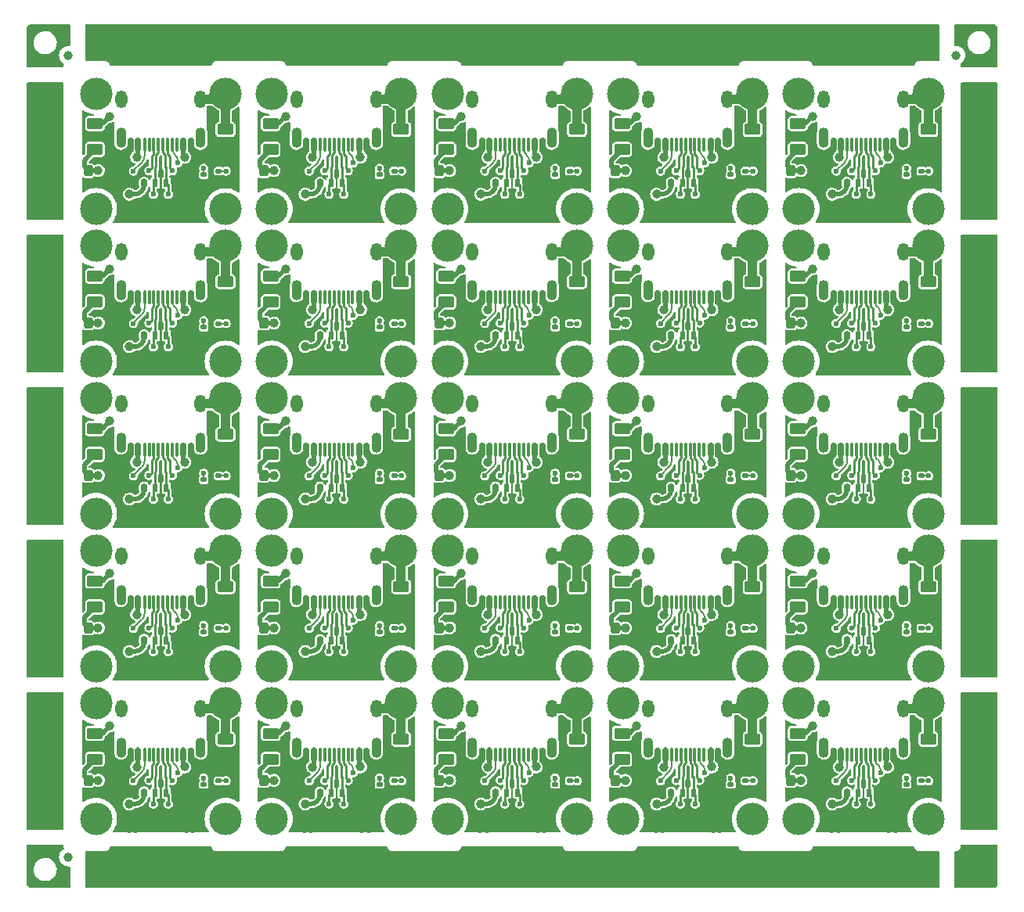
<source format=gtl>
G04 #@! TF.GenerationSoftware,KiCad,Pcbnew,(6.0.11)*
G04 #@! TF.CreationDate,2023-02-11T17:54:04+01:00*
G04 #@! TF.ProjectId,UDB-panel,5544422d-7061-46e6-956c-2e6b69636164,C4-RC1*
G04 #@! TF.SameCoordinates,Original*
G04 #@! TF.FileFunction,Copper,L1,Top*
G04 #@! TF.FilePolarity,Positive*
%FSLAX46Y46*%
G04 Gerber Fmt 4.6, Leading zero omitted, Abs format (unit mm)*
G04 Created by KiCad (PCBNEW (6.0.11)) date 2023-02-11 17:54:04*
%MOMM*%
%LPD*%
G01*
G04 APERTURE LIST*
G04 Aperture macros list*
%AMRoundRect*
0 Rectangle with rounded corners*
0 $1 Rounding radius*
0 $2 $3 $4 $5 $6 $7 $8 $9 X,Y pos of 4 corners*
0 Add a 4 corners polygon primitive as box body*
4,1,4,$2,$3,$4,$5,$6,$7,$8,$9,$2,$3,0*
0 Add four circle primitives for the rounded corners*
1,1,$1+$1,$2,$3*
1,1,$1+$1,$4,$5*
1,1,$1+$1,$6,$7*
1,1,$1+$1,$8,$9*
0 Add four rect primitives between the rounded corners*
20,1,$1+$1,$2,$3,$4,$5,0*
20,1,$1+$1,$4,$5,$6,$7,0*
20,1,$1+$1,$6,$7,$8,$9,0*
20,1,$1+$1,$8,$9,$2,$3,0*%
G04 Aperture macros list end*
G04 #@! TA.AperFunction,SMDPad,CuDef*
%ADD10RoundRect,0.375000X0.000000X-0.125000X0.000000X0.125000X0.000000X0.125000X0.000000X-0.125000X0*%
G04 #@! TD*
G04 #@! TA.AperFunction,SMDPad,CuDef*
%ADD11R,0.600000X0.850000*%
G04 #@! TD*
G04 #@! TA.AperFunction,ComponentPad*
%ADD12C,0.400000*%
G04 #@! TD*
G04 #@! TA.AperFunction,SMDPad,CuDef*
%ADD13R,1.000000X1.000000*%
G04 #@! TD*
G04 #@! TA.AperFunction,SMDPad,CuDef*
%ADD14RoundRect,0.250000X-0.250000X-0.350000X0.250000X-0.350000X0.250000X0.350000X-0.250000X0.350000X0*%
G04 #@! TD*
G04 #@! TA.AperFunction,SMDPad,CuDef*
%ADD15RoundRect,0.135000X-0.185000X0.135000X-0.185000X-0.135000X0.185000X-0.135000X0.185000X0.135000X0*%
G04 #@! TD*
G04 #@! TA.AperFunction,WasherPad*
%ADD16C,3.500001*%
G04 #@! TD*
G04 #@! TA.AperFunction,SMDPad,CuDef*
%ADD17RoundRect,0.250000X-0.625000X0.375000X-0.625000X-0.375000X0.625000X-0.375000X0.625000X0.375000X0*%
G04 #@! TD*
G04 #@! TA.AperFunction,SMDPad,CuDef*
%ADD18RoundRect,0.250000X0.625000X-0.375000X0.625000X0.375000X-0.625000X0.375000X-0.625000X-0.375000X0*%
G04 #@! TD*
G04 #@! TA.AperFunction,ComponentPad*
%ADD19C,3.500001*%
G04 #@! TD*
G04 #@! TA.AperFunction,SMDPad,CuDef*
%ADD20RoundRect,0.150000X0.150000X0.575000X-0.150000X0.575000X-0.150000X-0.575000X0.150000X-0.575000X0*%
G04 #@! TD*
G04 #@! TA.AperFunction,SMDPad,CuDef*
%ADD21RoundRect,0.075000X0.075000X0.650000X-0.075000X0.650000X-0.075000X-0.650000X0.075000X-0.650000X0*%
G04 #@! TD*
G04 #@! TA.AperFunction,ComponentPad*
%ADD22O,1.100000X2.200000*%
G04 #@! TD*
G04 #@! TA.AperFunction,ComponentPad*
%ADD23O,1.300000X1.900000*%
G04 #@! TD*
G04 #@! TA.AperFunction,SMDPad,CuDef*
%ADD24RoundRect,0.125000X0.000000X-0.150000X0.000000X-0.150000X0.000000X0.150000X0.000000X0.150000X0*%
G04 #@! TD*
G04 #@! TA.AperFunction,SMDPad,CuDef*
%ADD25R,0.250000X0.550000*%
G04 #@! TD*
G04 #@! TA.AperFunction,SMDPad,CuDef*
%ADD26R,0.300000X0.550000*%
G04 #@! TD*
G04 #@! TA.AperFunction,SMDPad,CuDef*
%ADD27C,1.000000*%
G04 #@! TD*
G04 #@! TA.AperFunction,ViaPad*
%ADD28C,0.600000*%
G04 #@! TD*
G04 #@! TA.AperFunction,ViaPad*
%ADD29C,1.000000*%
G04 #@! TD*
G04 #@! TA.AperFunction,Conductor*
%ADD30C,0.250000*%
G04 #@! TD*
G04 #@! TA.AperFunction,Conductor*
%ADD31C,1.000000*%
G04 #@! TD*
G04 #@! TA.AperFunction,Conductor*
%ADD32C,0.200000*%
G04 #@! TD*
G04 #@! TA.AperFunction,Conductor*
%ADD33C,0.500000*%
G04 #@! TD*
G04 APERTURE END LIST*
D10*
G04 #@! TO.P,J2,1,Pin_1*
G04 #@! TO.N,Board_13-VCOM*
X70200000Y43800000D03*
D11*
G04 #@! TO.P,J2,2,Pin_2*
G04 #@! TO.N,Board_13-DN*
X71400000Y43800000D03*
G04 #@! TO.P,J2,3,Pin_3*
G04 #@! TO.N,Board_13-DP*
X72600000Y43800000D03*
G04 #@! TO.P,J2,4,Pin_4*
G04 #@! TO.N,Board_13-GND*
X73800000Y43800000D03*
D12*
G04 #@! TO.P,J2,MP,MountPin*
X68900000Y40050000D03*
X75450000Y40450000D03*
X68550000Y39650000D03*
X74750000Y40450000D03*
X69250000Y39650000D03*
X75100000Y40050000D03*
X68550000Y40450000D03*
D13*
X68900000Y40050000D03*
D12*
X75450000Y39650000D03*
X69250000Y40450000D03*
D13*
X75100000Y40050000D03*
D12*
X74750000Y39650000D03*
G04 #@! TD*
D14*
G04 #@! TO.P,D1,1,K*
G04 #@! TO.N,Board_3-VCOM*
X64150000Y78153000D03*
G04 #@! TO.P,D1,2,A*
G04 #@! TO.N,Board_3-GND*
X67450000Y78153000D03*
G04 #@! TD*
D15*
G04 #@! TO.P,R1,1*
G04 #@! TO.N,Board_19-Net-(J1-PadA5)*
X95648000Y28210000D03*
G04 #@! TO.P,R1,2*
G04 #@! TO.N,Board_19-GND*
X95648000Y27190000D03*
G04 #@! TD*
D16*
G04 #@! TO.P,MH3,*
G04 #@! TO.N,*
X65000000Y24500000D03*
G04 #@! TD*
G04 #@! TO.P,MH1,*
G04 #@! TO.N,*
X46000000Y53500000D03*
G04 #@! TD*
D17*
G04 #@! TO.P,F1,1*
G04 #@! TO.N,Board_3-VBUS*
X64886000Y83236000D03*
G04 #@! TO.P,F1,2*
G04 #@! TO.N,Board_3-VCOM*
X64886000Y80436000D03*
G04 #@! TD*
D15*
G04 #@! TO.P,R1,1*
G04 #@! TO.N,Board_16-Net-(J1-PadA5)*
X38648000Y28210000D03*
G04 #@! TO.P,R1,2*
G04 #@! TO.N,Board_16-GND*
X38648000Y27190000D03*
G04 #@! TD*
D18*
G04 #@! TO.P,L1,1,1*
G04 #@! TO.N,Board_21-GND*
X41000000Y13817000D03*
G04 #@! TO.P,L1,2,2*
G04 #@! TO.N,Board_21-GNDPWR*
X41000000Y16617000D03*
G04 #@! TD*
D19*
G04 #@! TO.P,MH2,1,Pin_1*
G04 #@! TO.N,Board_24-GNDPWR*
X98000000Y20500000D03*
G04 #@! TD*
D16*
G04 #@! TO.P,MH3,*
G04 #@! TO.N,*
X65000000Y57500000D03*
G04 #@! TD*
G04 #@! TO.P,MH4,*
G04 #@! TO.N,*
X22000000Y57500000D03*
G04 #@! TD*
G04 #@! TO.P,MH3,*
G04 #@! TO.N,*
X84000000Y57500000D03*
G04 #@! TD*
D18*
G04 #@! TO.P,L1,1,1*
G04 #@! TO.N,Board_17-GND*
X60000000Y30317000D03*
G04 #@! TO.P,L1,2,2*
G04 #@! TO.N,Board_17-GNDPWR*
X60000000Y33117000D03*
G04 #@! TD*
D14*
G04 #@! TO.P,D1,1,K*
G04 #@! TO.N,Board_22-VCOM*
X45150000Y12153000D03*
G04 #@! TO.P,D1,2,A*
G04 #@! TO.N,Board_22-GND*
X48450000Y12153000D03*
G04 #@! TD*
D19*
G04 #@! TO.P,MH2,1,Pin_1*
G04 #@! TO.N,Board_12-GNDPWR*
X60000000Y53500000D03*
G04 #@! TD*
D20*
G04 #@! TO.P,J1,A1,GND*
G04 #@! TO.N,Board_2-GND*
X56248000Y80925000D03*
G04 #@! TO.P,J1,A4,VBUS*
G04 #@! TO.N,Board_2-VBUS*
X55448000Y80925000D03*
D21*
G04 #@! TO.P,J1,A5,CC1*
G04 #@! TO.N,Board_2-Net-(J1-PadA5)*
X54248000Y80925000D03*
G04 #@! TO.P,J1,A6,D+*
G04 #@! TO.N,Board_2-DP*
X53252000Y80925000D03*
G04 #@! TO.P,J1,A7,D-*
G04 #@! TO.N,Board_2-DN*
X52748000Y80925000D03*
G04 #@! TO.P,J1,A8,SBU1*
G04 #@! TO.N,Board_2-unconnected-(J1-PadA8)*
X51748000Y80925000D03*
D20*
G04 #@! TO.P,J1,B1,GND*
G04 #@! TO.N,Board_2-GND*
X49748000Y80925000D03*
G04 #@! TO.P,J1,B4,VBUS*
G04 #@! TO.N,Board_2-VBUS*
X50548000Y80925000D03*
D21*
G04 #@! TO.P,J1,B5,CC2*
G04 #@! TO.N,Board_2-Net-(J1-PadB5)*
X51248000Y80925000D03*
G04 #@! TO.P,J1,B6,D+*
G04 #@! TO.N,Board_2-DP*
X52248000Y80925000D03*
G04 #@! TO.P,J1,B7,D-*
G04 #@! TO.N,Board_2-DN*
X53748000Y80925000D03*
G04 #@! TO.P,J1,B8,SBU2*
G04 #@! TO.N,Board_2-unconnected-(J1-PadB8)*
X54748000Y80925000D03*
D22*
G04 #@! TO.P,J1,S,SHIELD*
G04 #@! TO.N,Board_2-GNDPWR*
X57298000Y81700000D03*
X48698000Y81700000D03*
D23*
X48698000Y85900000D03*
X57298000Y85900000D03*
G04 #@! TD*
D16*
G04 #@! TO.P,MH4,*
G04 #@! TO.N,*
X41000000Y8000000D03*
G04 #@! TD*
G04 #@! TO.P,MH3,*
G04 #@! TO.N,*
X27000000Y57500000D03*
G04 #@! TD*
D19*
G04 #@! TO.P,MH2,1,Pin_1*
G04 #@! TO.N,Board_17-GNDPWR*
X60000000Y37000000D03*
G04 #@! TD*
D14*
G04 #@! TO.P,D1,1,K*
G04 #@! TO.N,Board_17-VCOM*
X45150000Y28653000D03*
G04 #@! TO.P,D1,2,A*
G04 #@! TO.N,Board_17-GND*
X48450000Y28653000D03*
G04 #@! TD*
D17*
G04 #@! TO.P,F1,1*
G04 #@! TO.N,Board_5-VBUS*
X7886000Y66736000D03*
G04 #@! TO.P,F1,2*
G04 #@! TO.N,Board_5-VCOM*
X7886000Y63936000D03*
G04 #@! TD*
D15*
G04 #@! TO.P,R2,1*
G04 #@! TO.N,Board_21-Net-(J1-PadB5)*
X40248000Y12110000D03*
G04 #@! TO.P,R2,2*
G04 #@! TO.N,Board_21-GND*
X40248000Y11090000D03*
G04 #@! TD*
D16*
G04 #@! TO.P,MH3,*
G04 #@! TO.N,*
X46000000Y41000000D03*
G04 #@! TD*
G04 #@! TO.P,MH1,*
G04 #@! TO.N,*
X8000000Y37000000D03*
G04 #@! TD*
D24*
G04 #@! TO.P,U1,1,IO1*
G04 #@! TO.N,Board_1-DP*
X32998000Y78631600D03*
D25*
G04 #@! TO.P,U1,2,IO2*
G04 #@! TO.N,Board_1-DN*
X33498000Y78631600D03*
D26*
G04 #@! TO.P,U1,3,GND*
G04 #@! TO.N,Board_1-GND*
X33998000Y78631600D03*
D25*
G04 #@! TO.P,U1,4,D2+*
G04 #@! TO.N,Board_1-DP*
X34498000Y78631600D03*
G04 #@! TO.P,U1,5,D2-*
G04 #@! TO.N,Board_1-DN*
X34998000Y78631600D03*
G04 #@! TO.P,U1,6,NC*
X34998000Y79401600D03*
G04 #@! TO.P,U1,7,NC*
G04 #@! TO.N,Board_1-DP*
X34498000Y79401600D03*
D26*
G04 #@! TO.P,U1,8,GND*
G04 #@! TO.N,Board_1-GND*
X33998000Y79401600D03*
D25*
G04 #@! TO.P,U1,9,NC*
G04 #@! TO.N,Board_1-DN*
X33498000Y79401600D03*
G04 #@! TO.P,U1,10,NC*
G04 #@! TO.N,Board_1-DP*
X32998000Y79401600D03*
G04 #@! TD*
D16*
G04 #@! TO.P,MH4,*
G04 #@! TO.N,*
X79000000Y57500000D03*
G04 #@! TD*
G04 #@! TO.P,MH3,*
G04 #@! TO.N,*
X65000000Y74000000D03*
G04 #@! TD*
D15*
G04 #@! TO.P,R1,1*
G04 #@! TO.N,Board_10-Net-(J1-PadA5)*
X19648000Y44710000D03*
G04 #@! TO.P,R1,2*
G04 #@! TO.N,Board_10-GND*
X19648000Y43690000D03*
G04 #@! TD*
G04 #@! TO.P,R1,1*
G04 #@! TO.N,Board_5-Net-(J1-PadA5)*
X19648000Y61210000D03*
G04 #@! TO.P,R1,2*
G04 #@! TO.N,Board_5-GND*
X19648000Y60190000D03*
G04 #@! TD*
D16*
G04 #@! TO.P,MH3,*
G04 #@! TO.N,*
X65000000Y41000000D03*
G04 #@! TD*
D17*
G04 #@! TO.P,F1,1*
G04 #@! TO.N,Board_12-VBUS*
X45886000Y50236000D03*
G04 #@! TO.P,F1,2*
G04 #@! TO.N,Board_12-VCOM*
X45886000Y47436000D03*
G04 #@! TD*
D24*
G04 #@! TO.P,U1,1,IO1*
G04 #@! TO.N,Board_13-DP*
X70998000Y45631600D03*
D25*
G04 #@! TO.P,U1,2,IO2*
G04 #@! TO.N,Board_13-DN*
X71498000Y45631600D03*
D26*
G04 #@! TO.P,U1,3,GND*
G04 #@! TO.N,Board_13-GND*
X71998000Y45631600D03*
D25*
G04 #@! TO.P,U1,4,D2+*
G04 #@! TO.N,Board_13-DP*
X72498000Y45631600D03*
G04 #@! TO.P,U1,5,D2-*
G04 #@! TO.N,Board_13-DN*
X72998000Y45631600D03*
G04 #@! TO.P,U1,6,NC*
X72998000Y46401600D03*
G04 #@! TO.P,U1,7,NC*
G04 #@! TO.N,Board_13-DP*
X72498000Y46401600D03*
D26*
G04 #@! TO.P,U1,8,GND*
G04 #@! TO.N,Board_13-GND*
X71998000Y46401600D03*
D25*
G04 #@! TO.P,U1,9,NC*
G04 #@! TO.N,Board_13-DN*
X71498000Y46401600D03*
G04 #@! TO.P,U1,10,NC*
G04 #@! TO.N,Board_13-DP*
X70998000Y46401600D03*
G04 #@! TD*
D16*
G04 #@! TO.P,MH1,*
G04 #@! TO.N,*
X84000000Y70000000D03*
G04 #@! TD*
D10*
G04 #@! TO.P,J2,1,Pin_1*
G04 #@! TO.N,Board_1-VCOM*
X32200000Y76800000D03*
D11*
G04 #@! TO.P,J2,2,Pin_2*
G04 #@! TO.N,Board_1-DN*
X33400000Y76800000D03*
G04 #@! TO.P,J2,3,Pin_3*
G04 #@! TO.N,Board_1-DP*
X34600000Y76800000D03*
G04 #@! TO.P,J2,4,Pin_4*
G04 #@! TO.N,Board_1-GND*
X35800000Y76800000D03*
D12*
G04 #@! TO.P,J2,MP,MountPin*
X37450000Y72650000D03*
X37450000Y73450000D03*
X36750000Y73450000D03*
X31250000Y73450000D03*
X36750000Y72650000D03*
D13*
X30900000Y73050000D03*
D12*
X30550000Y72650000D03*
D13*
X37100000Y73050000D03*
D12*
X30550000Y73450000D03*
X37100000Y73050000D03*
X31250000Y72650000D03*
X30900000Y73050000D03*
G04 #@! TD*
D17*
G04 #@! TO.P,F1,1*
G04 #@! TO.N,Board_24-VBUS*
X83886000Y17236000D03*
G04 #@! TO.P,F1,2*
G04 #@! TO.N,Board_24-VCOM*
X83886000Y14436000D03*
G04 #@! TD*
G04 #@! TO.P,F1,1*
G04 #@! TO.N,Board_22-VBUS*
X45886000Y17236000D03*
G04 #@! TO.P,F1,2*
G04 #@! TO.N,Board_22-VCOM*
X45886000Y14436000D03*
G04 #@! TD*
D19*
G04 #@! TO.P,MH2,1,Pin_1*
G04 #@! TO.N,Board_11-GNDPWR*
X41000000Y53500000D03*
G04 #@! TD*
D24*
G04 #@! TO.P,U1,1,IO1*
G04 #@! TO.N,Board_12-DP*
X51998000Y45631600D03*
D25*
G04 #@! TO.P,U1,2,IO2*
G04 #@! TO.N,Board_12-DN*
X52498000Y45631600D03*
D26*
G04 #@! TO.P,U1,3,GND*
G04 #@! TO.N,Board_12-GND*
X52998000Y45631600D03*
D25*
G04 #@! TO.P,U1,4,D2+*
G04 #@! TO.N,Board_12-DP*
X53498000Y45631600D03*
G04 #@! TO.P,U1,5,D2-*
G04 #@! TO.N,Board_12-DN*
X53998000Y45631600D03*
G04 #@! TO.P,U1,6,NC*
X53998000Y46401600D03*
G04 #@! TO.P,U1,7,NC*
G04 #@! TO.N,Board_12-DP*
X53498000Y46401600D03*
D26*
G04 #@! TO.P,U1,8,GND*
G04 #@! TO.N,Board_12-GND*
X52998000Y46401600D03*
D25*
G04 #@! TO.P,U1,9,NC*
G04 #@! TO.N,Board_12-DN*
X52498000Y46401600D03*
G04 #@! TO.P,U1,10,NC*
G04 #@! TO.N,Board_12-DP*
X51998000Y46401600D03*
G04 #@! TD*
D19*
G04 #@! TO.P,MH2,1,Pin_1*
G04 #@! TO.N,Board_6-GNDPWR*
X41000000Y70000000D03*
G04 #@! TD*
D16*
G04 #@! TO.P,MH3,*
G04 #@! TO.N,*
X84000000Y24500000D03*
G04 #@! TD*
D24*
G04 #@! TO.P,U1,1,IO1*
G04 #@! TO.N,Board_4-DP*
X89998000Y78631600D03*
D25*
G04 #@! TO.P,U1,2,IO2*
G04 #@! TO.N,Board_4-DN*
X90498000Y78631600D03*
D26*
G04 #@! TO.P,U1,3,GND*
G04 #@! TO.N,Board_4-GND*
X90998000Y78631600D03*
D25*
G04 #@! TO.P,U1,4,D2+*
G04 #@! TO.N,Board_4-DP*
X91498000Y78631600D03*
G04 #@! TO.P,U1,5,D2-*
G04 #@! TO.N,Board_4-DN*
X91998000Y78631600D03*
G04 #@! TO.P,U1,6,NC*
X91998000Y79401600D03*
G04 #@! TO.P,U1,7,NC*
G04 #@! TO.N,Board_4-DP*
X91498000Y79401600D03*
D26*
G04 #@! TO.P,U1,8,GND*
G04 #@! TO.N,Board_4-GND*
X90998000Y79401600D03*
D25*
G04 #@! TO.P,U1,9,NC*
G04 #@! TO.N,Board_4-DN*
X90498000Y79401600D03*
G04 #@! TO.P,U1,10,NC*
G04 #@! TO.N,Board_4-DP*
X89998000Y79401600D03*
G04 #@! TD*
D16*
G04 #@! TO.P,MH1,*
G04 #@! TO.N,*
X46000000Y37000000D03*
G04 #@! TD*
D10*
G04 #@! TO.P,J2,1,Pin_1*
G04 #@! TO.N,Board_17-VCOM*
X51200000Y27300000D03*
D11*
G04 #@! TO.P,J2,2,Pin_2*
G04 #@! TO.N,Board_17-DN*
X52400000Y27300000D03*
G04 #@! TO.P,J2,3,Pin_3*
G04 #@! TO.N,Board_17-DP*
X53600000Y27300000D03*
G04 #@! TO.P,J2,4,Pin_4*
G04 #@! TO.N,Board_17-GND*
X54800000Y27300000D03*
D12*
G04 #@! TO.P,J2,MP,MountPin*
X50250000Y23950000D03*
X50250000Y23150000D03*
X49550000Y23950000D03*
X49900000Y23550000D03*
D13*
X49900000Y23550000D03*
D12*
X56100000Y23550000D03*
X49550000Y23150000D03*
X55750000Y23950000D03*
X56450000Y23150000D03*
X56450000Y23950000D03*
D13*
X56100000Y23550000D03*
D12*
X55750000Y23150000D03*
G04 #@! TD*
D19*
G04 #@! TO.P,MH2,1,Pin_1*
G04 #@! TO.N,Board_3-GNDPWR*
X79000000Y86500000D03*
G04 #@! TD*
D10*
G04 #@! TO.P,J2,1,Pin_1*
G04 #@! TO.N,Board_20-VCOM*
X13200000Y10800000D03*
D11*
G04 #@! TO.P,J2,2,Pin_2*
G04 #@! TO.N,Board_20-DN*
X14400000Y10800000D03*
G04 #@! TO.P,J2,3,Pin_3*
G04 #@! TO.N,Board_20-DP*
X15600000Y10800000D03*
G04 #@! TO.P,J2,4,Pin_4*
G04 #@! TO.N,Board_20-GND*
X16800000Y10800000D03*
D12*
G04 #@! TO.P,J2,MP,MountPin*
X18450000Y7450000D03*
X12250000Y7450000D03*
X17750000Y6650000D03*
D13*
X11900000Y7050000D03*
D12*
X18450000Y6650000D03*
X11900000Y7050000D03*
X18100000Y7050000D03*
X11550000Y7450000D03*
X17750000Y7450000D03*
X11550000Y6650000D03*
X12250000Y6650000D03*
D13*
X18100000Y7050000D03*
G04 #@! TD*
D18*
G04 #@! TO.P,L1,1,1*
G04 #@! TO.N,Board_23-GND*
X79000000Y13817000D03*
G04 #@! TO.P,L1,2,2*
G04 #@! TO.N,Board_23-GNDPWR*
X79000000Y16617000D03*
G04 #@! TD*
D24*
G04 #@! TO.P,U1,1,IO1*
G04 #@! TO.N,Board_11-DP*
X32998000Y45631600D03*
D25*
G04 #@! TO.P,U1,2,IO2*
G04 #@! TO.N,Board_11-DN*
X33498000Y45631600D03*
D26*
G04 #@! TO.P,U1,3,GND*
G04 #@! TO.N,Board_11-GND*
X33998000Y45631600D03*
D25*
G04 #@! TO.P,U1,4,D2+*
G04 #@! TO.N,Board_11-DP*
X34498000Y45631600D03*
G04 #@! TO.P,U1,5,D2-*
G04 #@! TO.N,Board_11-DN*
X34998000Y45631600D03*
G04 #@! TO.P,U1,6,NC*
X34998000Y46401600D03*
G04 #@! TO.P,U1,7,NC*
G04 #@! TO.N,Board_11-DP*
X34498000Y46401600D03*
D26*
G04 #@! TO.P,U1,8,GND*
G04 #@! TO.N,Board_11-GND*
X33998000Y46401600D03*
D25*
G04 #@! TO.P,U1,9,NC*
G04 #@! TO.N,Board_11-DN*
X33498000Y46401600D03*
G04 #@! TO.P,U1,10,NC*
G04 #@! TO.N,Board_11-DP*
X32998000Y46401600D03*
G04 #@! TD*
D16*
G04 #@! TO.P,MH4,*
G04 #@! TO.N,*
X79000000Y24500000D03*
G04 #@! TD*
D20*
G04 #@! TO.P,J1,A1,GND*
G04 #@! TO.N,Board_22-GND*
X56248000Y14925000D03*
G04 #@! TO.P,J1,A4,VBUS*
G04 #@! TO.N,Board_22-VBUS*
X55448000Y14925000D03*
D21*
G04 #@! TO.P,J1,A5,CC1*
G04 #@! TO.N,Board_22-Net-(J1-PadA5)*
X54248000Y14925000D03*
G04 #@! TO.P,J1,A6,D+*
G04 #@! TO.N,Board_22-DP*
X53252000Y14925000D03*
G04 #@! TO.P,J1,A7,D-*
G04 #@! TO.N,Board_22-DN*
X52748000Y14925000D03*
G04 #@! TO.P,J1,A8,SBU1*
G04 #@! TO.N,Board_22-unconnected-(J1-PadA8)*
X51748000Y14925000D03*
D20*
G04 #@! TO.P,J1,B1,GND*
G04 #@! TO.N,Board_22-GND*
X49748000Y14925000D03*
G04 #@! TO.P,J1,B4,VBUS*
G04 #@! TO.N,Board_22-VBUS*
X50548000Y14925000D03*
D21*
G04 #@! TO.P,J1,B5,CC2*
G04 #@! TO.N,Board_22-Net-(J1-PadB5)*
X51248000Y14925000D03*
G04 #@! TO.P,J1,B6,D+*
G04 #@! TO.N,Board_22-DP*
X52248000Y14925000D03*
G04 #@! TO.P,J1,B7,D-*
G04 #@! TO.N,Board_22-DN*
X53748000Y14925000D03*
G04 #@! TO.P,J1,B8,SBU2*
G04 #@! TO.N,Board_22-unconnected-(J1-PadB8)*
X54748000Y14925000D03*
D22*
G04 #@! TO.P,J1,S,SHIELD*
G04 #@! TO.N,Board_22-GNDPWR*
X48698000Y15700000D03*
D23*
X48698000Y19900000D03*
D22*
X57298000Y15700000D03*
D23*
X57298000Y19900000D03*
G04 #@! TD*
D16*
G04 #@! TO.P,MH4,*
G04 #@! TO.N,*
X98000000Y74000000D03*
G04 #@! TD*
G04 #@! TO.P,MH4,*
G04 #@! TO.N,*
X41000000Y57500000D03*
G04 #@! TD*
G04 #@! TO.P,MH4,*
G04 #@! TO.N,*
X22000000Y74000000D03*
G04 #@! TD*
G04 #@! TO.P,MH3,*
G04 #@! TO.N,*
X46000000Y8000000D03*
G04 #@! TD*
D14*
G04 #@! TO.P,D1,1,K*
G04 #@! TO.N,Board_0-VCOM*
X7150000Y78153000D03*
G04 #@! TO.P,D1,2,A*
G04 #@! TO.N,Board_0-GND*
X10450000Y78153000D03*
G04 #@! TD*
D17*
G04 #@! TO.P,F1,1*
G04 #@! TO.N,Board_4-VBUS*
X83886000Y83236000D03*
G04 #@! TO.P,F1,2*
G04 #@! TO.N,Board_4-VCOM*
X83886000Y80436000D03*
G04 #@! TD*
D14*
G04 #@! TO.P,D1,1,K*
G04 #@! TO.N,Board_21-VCOM*
X26150000Y12153000D03*
G04 #@! TO.P,D1,2,A*
G04 #@! TO.N,Board_21-GND*
X29450000Y12153000D03*
G04 #@! TD*
D16*
G04 #@! TO.P,MH4,*
G04 #@! TO.N,*
X79000000Y8000000D03*
G04 #@! TD*
G04 #@! TO.P,MH4,*
G04 #@! TO.N,*
X60000000Y57500000D03*
G04 #@! TD*
G04 #@! TO.P,MH1,*
G04 #@! TO.N,*
X84000000Y37000000D03*
G04 #@! TD*
D14*
G04 #@! TO.P,D1,1,K*
G04 #@! TO.N,Board_24-VCOM*
X83150000Y12153000D03*
G04 #@! TO.P,D1,2,A*
G04 #@! TO.N,Board_24-GND*
X86450000Y12153000D03*
G04 #@! TD*
D18*
G04 #@! TO.P,L1,1,1*
G04 #@! TO.N,Board_11-GND*
X41000000Y46817000D03*
G04 #@! TO.P,L1,2,2*
G04 #@! TO.N,Board_11-GNDPWR*
X41000000Y49617000D03*
G04 #@! TD*
D16*
G04 #@! TO.P,MH1,*
G04 #@! TO.N,*
X8000000Y20500000D03*
G04 #@! TD*
G04 #@! TO.P,MH1,*
G04 #@! TO.N,*
X65000000Y53500000D03*
G04 #@! TD*
D24*
G04 #@! TO.P,U1,1,IO1*
G04 #@! TO.N,Board_24-DP*
X89998000Y12631600D03*
D25*
G04 #@! TO.P,U1,2,IO2*
G04 #@! TO.N,Board_24-DN*
X90498000Y12631600D03*
D26*
G04 #@! TO.P,U1,3,GND*
G04 #@! TO.N,Board_24-GND*
X90998000Y12631600D03*
D25*
G04 #@! TO.P,U1,4,D2+*
G04 #@! TO.N,Board_24-DP*
X91498000Y12631600D03*
G04 #@! TO.P,U1,5,D2-*
G04 #@! TO.N,Board_24-DN*
X91998000Y12631600D03*
G04 #@! TO.P,U1,6,NC*
X91998000Y13401600D03*
G04 #@! TO.P,U1,7,NC*
G04 #@! TO.N,Board_24-DP*
X91498000Y13401600D03*
D26*
G04 #@! TO.P,U1,8,GND*
G04 #@! TO.N,Board_24-GND*
X90998000Y13401600D03*
D25*
G04 #@! TO.P,U1,9,NC*
G04 #@! TO.N,Board_24-DN*
X90498000Y13401600D03*
G04 #@! TO.P,U1,10,NC*
G04 #@! TO.N,Board_24-DP*
X89998000Y13401600D03*
G04 #@! TD*
D16*
G04 #@! TO.P,MH3,*
G04 #@! TO.N,*
X8000000Y8000000D03*
G04 #@! TD*
D14*
G04 #@! TO.P,D1,1,K*
G04 #@! TO.N,Board_14-VCOM*
X83150000Y45153000D03*
G04 #@! TO.P,D1,2,A*
G04 #@! TO.N,Board_14-GND*
X86450000Y45153000D03*
G04 #@! TD*
D10*
G04 #@! TO.P,J2,1,Pin_1*
G04 #@! TO.N,Board_22-VCOM*
X51200000Y10800000D03*
D11*
G04 #@! TO.P,J2,2,Pin_2*
G04 #@! TO.N,Board_22-DN*
X52400000Y10800000D03*
G04 #@! TO.P,J2,3,Pin_3*
G04 #@! TO.N,Board_22-DP*
X53600000Y10800000D03*
G04 #@! TO.P,J2,4,Pin_4*
G04 #@! TO.N,Board_22-GND*
X54800000Y10800000D03*
D12*
G04 #@! TO.P,J2,MP,MountPin*
X55750000Y7450000D03*
D13*
X49900000Y7050000D03*
D12*
X50250000Y6650000D03*
X56450000Y7450000D03*
X50250000Y7450000D03*
X56450000Y6650000D03*
X55750000Y6650000D03*
X49900000Y7050000D03*
X56100000Y7050000D03*
X49550000Y7450000D03*
X49550000Y6650000D03*
D13*
X56100000Y7050000D03*
G04 #@! TD*
D15*
G04 #@! TO.P,R2,1*
G04 #@! TO.N,Board_20-Net-(J1-PadB5)*
X21248000Y12110000D03*
G04 #@! TO.P,R2,2*
G04 #@! TO.N,Board_20-GND*
X21248000Y11090000D03*
G04 #@! TD*
D14*
G04 #@! TO.P,D1,1,K*
G04 #@! TO.N,Board_7-VCOM*
X45150000Y61653000D03*
G04 #@! TO.P,D1,2,A*
G04 #@! TO.N,Board_7-GND*
X48450000Y61653000D03*
G04 #@! TD*
D18*
G04 #@! TO.P,L1,1,1*
G04 #@! TO.N,Board_18-GND*
X79000000Y30317000D03*
G04 #@! TO.P,L1,2,2*
G04 #@! TO.N,Board_18-GNDPWR*
X79000000Y33117000D03*
G04 #@! TD*
D16*
G04 #@! TO.P,MH4,*
G04 #@! TO.N,*
X79000000Y74000000D03*
G04 #@! TD*
D10*
G04 #@! TO.P,J2,1,Pin_1*
G04 #@! TO.N,Board_16-VCOM*
X32200000Y27300000D03*
D11*
G04 #@! TO.P,J2,2,Pin_2*
G04 #@! TO.N,Board_16-DN*
X33400000Y27300000D03*
G04 #@! TO.P,J2,3,Pin_3*
G04 #@! TO.N,Board_16-DP*
X34600000Y27300000D03*
G04 #@! TO.P,J2,4,Pin_4*
G04 #@! TO.N,Board_16-GND*
X35800000Y27300000D03*
D12*
G04 #@! TO.P,J2,MP,MountPin*
X36750000Y23150000D03*
X31250000Y23950000D03*
X37450000Y23950000D03*
X37100000Y23550000D03*
X31250000Y23150000D03*
D13*
X37100000Y23550000D03*
D12*
X30900000Y23550000D03*
X36750000Y23950000D03*
X37450000Y23150000D03*
X30550000Y23950000D03*
D13*
X30900000Y23550000D03*
D12*
X30550000Y23150000D03*
G04 #@! TD*
D16*
G04 #@! TO.P,MH1,*
G04 #@! TO.N,*
X65000000Y86500000D03*
G04 #@! TD*
D19*
G04 #@! TO.P,MH2,1,Pin_1*
G04 #@! TO.N,Board_19-GNDPWR*
X98000000Y37000000D03*
G04 #@! TD*
D27*
G04 #@! TO.P,REF\u002A\u002A,*
G04 #@! TO.N,*
X5000000Y90650000D03*
G04 #@! TD*
D15*
G04 #@! TO.P,R1,1*
G04 #@! TO.N,Board_12-Net-(J1-PadA5)*
X57648000Y44710000D03*
G04 #@! TO.P,R1,2*
G04 #@! TO.N,Board_12-GND*
X57648000Y43690000D03*
G04 #@! TD*
G04 #@! TO.P,R1,1*
G04 #@! TO.N,Board_0-Net-(J1-PadA5)*
X19648000Y77710000D03*
G04 #@! TO.P,R1,2*
G04 #@! TO.N,Board_0-GND*
X19648000Y76690000D03*
G04 #@! TD*
D17*
G04 #@! TO.P,F1,1*
G04 #@! TO.N,Board_0-VBUS*
X7886000Y83236000D03*
G04 #@! TO.P,F1,2*
G04 #@! TO.N,Board_0-VCOM*
X7886000Y80436000D03*
G04 #@! TD*
D14*
G04 #@! TO.P,D1,1,K*
G04 #@! TO.N,Board_6-VCOM*
X26150000Y61653000D03*
G04 #@! TO.P,D1,2,A*
G04 #@! TO.N,Board_6-GND*
X29450000Y61653000D03*
G04 #@! TD*
D16*
G04 #@! TO.P,MH1,*
G04 #@! TO.N,*
X27000000Y37000000D03*
G04 #@! TD*
D10*
G04 #@! TO.P,J2,1,Pin_1*
G04 #@! TO.N,Board_14-VCOM*
X89200000Y43800000D03*
D11*
G04 #@! TO.P,J2,2,Pin_2*
G04 #@! TO.N,Board_14-DN*
X90400000Y43800000D03*
G04 #@! TO.P,J2,3,Pin_3*
G04 #@! TO.N,Board_14-DP*
X91600000Y43800000D03*
G04 #@! TO.P,J2,4,Pin_4*
G04 #@! TO.N,Board_14-GND*
X92800000Y43800000D03*
D12*
G04 #@! TO.P,J2,MP,MountPin*
X87550000Y39650000D03*
X88250000Y39650000D03*
X94100000Y40050000D03*
D13*
X94100000Y40050000D03*
D12*
X93750000Y40450000D03*
X94450000Y39650000D03*
X87900000Y40050000D03*
X94450000Y40450000D03*
X88250000Y40450000D03*
X87550000Y40450000D03*
D13*
X87900000Y40050000D03*
D12*
X93750000Y39650000D03*
G04 #@! TD*
D15*
G04 #@! TO.P,R2,1*
G04 #@! TO.N,Board_6-Net-(J1-PadB5)*
X40248000Y61610000D03*
G04 #@! TO.P,R2,2*
G04 #@! TO.N,Board_6-GND*
X40248000Y60590000D03*
G04 #@! TD*
D17*
G04 #@! TO.P,F1,1*
G04 #@! TO.N,Board_1-VBUS*
X26886000Y83236000D03*
G04 #@! TO.P,F1,2*
G04 #@! TO.N,Board_1-VCOM*
X26886000Y80436000D03*
G04 #@! TD*
D24*
G04 #@! TO.P,U1,1,IO1*
G04 #@! TO.N,Board_22-DP*
X51998000Y12631600D03*
D25*
G04 #@! TO.P,U1,2,IO2*
G04 #@! TO.N,Board_22-DN*
X52498000Y12631600D03*
D26*
G04 #@! TO.P,U1,3,GND*
G04 #@! TO.N,Board_22-GND*
X52998000Y12631600D03*
D25*
G04 #@! TO.P,U1,4,D2+*
G04 #@! TO.N,Board_22-DP*
X53498000Y12631600D03*
G04 #@! TO.P,U1,5,D2-*
G04 #@! TO.N,Board_22-DN*
X53998000Y12631600D03*
G04 #@! TO.P,U1,6,NC*
X53998000Y13401600D03*
G04 #@! TO.P,U1,7,NC*
G04 #@! TO.N,Board_22-DP*
X53498000Y13401600D03*
D26*
G04 #@! TO.P,U1,8,GND*
G04 #@! TO.N,Board_22-GND*
X52998000Y13401600D03*
D25*
G04 #@! TO.P,U1,9,NC*
G04 #@! TO.N,Board_22-DN*
X52498000Y13401600D03*
G04 #@! TO.P,U1,10,NC*
G04 #@! TO.N,Board_22-DP*
X51998000Y13401600D03*
G04 #@! TD*
D14*
G04 #@! TO.P,D1,1,K*
G04 #@! TO.N,Board_13-VCOM*
X64150000Y45153000D03*
G04 #@! TO.P,D1,2,A*
G04 #@! TO.N,Board_13-GND*
X67450000Y45153000D03*
G04 #@! TD*
D15*
G04 #@! TO.P,R2,1*
G04 #@! TO.N,Board_16-Net-(J1-PadB5)*
X40248000Y28610000D03*
G04 #@! TO.P,R2,2*
G04 #@! TO.N,Board_16-GND*
X40248000Y27590000D03*
G04 #@! TD*
D10*
G04 #@! TO.P,J2,1,Pin_1*
G04 #@! TO.N,Board_21-VCOM*
X32200000Y10800000D03*
D11*
G04 #@! TO.P,J2,2,Pin_2*
G04 #@! TO.N,Board_21-DN*
X33400000Y10800000D03*
G04 #@! TO.P,J2,3,Pin_3*
G04 #@! TO.N,Board_21-DP*
X34600000Y10800000D03*
G04 #@! TO.P,J2,4,Pin_4*
G04 #@! TO.N,Board_21-GND*
X35800000Y10800000D03*
D12*
G04 #@! TO.P,J2,MP,MountPin*
X37450000Y7450000D03*
X30550000Y6650000D03*
X30900000Y7050000D03*
X30550000Y7450000D03*
D13*
X37100000Y7050000D03*
D12*
X37100000Y7050000D03*
X37450000Y6650000D03*
X31250000Y6650000D03*
D13*
X30900000Y7050000D03*
D12*
X36750000Y7450000D03*
X31250000Y7450000D03*
X36750000Y6650000D03*
G04 #@! TD*
D10*
G04 #@! TO.P,J2,1,Pin_1*
G04 #@! TO.N,Board_0-VCOM*
X13200000Y76800000D03*
D11*
G04 #@! TO.P,J2,2,Pin_2*
G04 #@! TO.N,Board_0-DN*
X14400000Y76800000D03*
G04 #@! TO.P,J2,3,Pin_3*
G04 #@! TO.N,Board_0-DP*
X15600000Y76800000D03*
G04 #@! TO.P,J2,4,Pin_4*
G04 #@! TO.N,Board_0-GND*
X16800000Y76800000D03*
D12*
G04 #@! TO.P,J2,MP,MountPin*
X17750000Y72650000D03*
X18100000Y73050000D03*
X12250000Y72650000D03*
X11550000Y72650000D03*
X17750000Y73450000D03*
X18450000Y73450000D03*
X18450000Y72650000D03*
D13*
X11900000Y73050000D03*
D12*
X11900000Y73050000D03*
D13*
X18100000Y73050000D03*
D12*
X11550000Y73450000D03*
X12250000Y73450000D03*
G04 #@! TD*
D15*
G04 #@! TO.P,R2,1*
G04 #@! TO.N,Board_3-Net-(J1-PadB5)*
X78248000Y78110000D03*
G04 #@! TO.P,R2,2*
G04 #@! TO.N,Board_3-GND*
X78248000Y77090000D03*
G04 #@! TD*
D14*
G04 #@! TO.P,D1,1,K*
G04 #@! TO.N,Board_20-VCOM*
X7150000Y12153000D03*
G04 #@! TO.P,D1,2,A*
G04 #@! TO.N,Board_20-GND*
X10450000Y12153000D03*
G04 #@! TD*
D16*
G04 #@! TO.P,MH3,*
G04 #@! TO.N,*
X8000000Y74000000D03*
G04 #@! TD*
D17*
G04 #@! TO.P,F1,1*
G04 #@! TO.N,Board_18-VBUS*
X64886000Y33736000D03*
G04 #@! TO.P,F1,2*
G04 #@! TO.N,Board_18-VCOM*
X64886000Y30936000D03*
G04 #@! TD*
D15*
G04 #@! TO.P,R1,1*
G04 #@! TO.N,Board_17-Net-(J1-PadA5)*
X57648000Y28210000D03*
G04 #@! TO.P,R1,2*
G04 #@! TO.N,Board_17-GND*
X57648000Y27190000D03*
G04 #@! TD*
D19*
G04 #@! TO.P,MH2,1,Pin_1*
G04 #@! TO.N,Board_22-GNDPWR*
X60000000Y20500000D03*
G04 #@! TD*
G04 #@! TO.P,MH2,1,Pin_1*
G04 #@! TO.N,Board_16-GNDPWR*
X41000000Y37000000D03*
G04 #@! TD*
G04 #@! TO.P,MH2,1,Pin_1*
G04 #@! TO.N,Board_9-GNDPWR*
X98000000Y70000000D03*
G04 #@! TD*
D18*
G04 #@! TO.P,L1,1,1*
G04 #@! TO.N,Board_0-GND*
X22000000Y79817000D03*
G04 #@! TO.P,L1,2,2*
G04 #@! TO.N,Board_0-GNDPWR*
X22000000Y82617000D03*
G04 #@! TD*
D15*
G04 #@! TO.P,R2,1*
G04 #@! TO.N,Board_23-Net-(J1-PadB5)*
X78248000Y12110000D03*
G04 #@! TO.P,R2,2*
G04 #@! TO.N,Board_23-GND*
X78248000Y11090000D03*
G04 #@! TD*
D20*
G04 #@! TO.P,J1,A1,GND*
G04 #@! TO.N,Board_18-GND*
X75248000Y31425000D03*
G04 #@! TO.P,J1,A4,VBUS*
G04 #@! TO.N,Board_18-VBUS*
X74448000Y31425000D03*
D21*
G04 #@! TO.P,J1,A5,CC1*
G04 #@! TO.N,Board_18-Net-(J1-PadA5)*
X73248000Y31425000D03*
G04 #@! TO.P,J1,A6,D+*
G04 #@! TO.N,Board_18-DP*
X72252000Y31425000D03*
G04 #@! TO.P,J1,A7,D-*
G04 #@! TO.N,Board_18-DN*
X71748000Y31425000D03*
G04 #@! TO.P,J1,A8,SBU1*
G04 #@! TO.N,Board_18-unconnected-(J1-PadA8)*
X70748000Y31425000D03*
D20*
G04 #@! TO.P,J1,B1,GND*
G04 #@! TO.N,Board_18-GND*
X68748000Y31425000D03*
G04 #@! TO.P,J1,B4,VBUS*
G04 #@! TO.N,Board_18-VBUS*
X69548000Y31425000D03*
D21*
G04 #@! TO.P,J1,B5,CC2*
G04 #@! TO.N,Board_18-Net-(J1-PadB5)*
X70248000Y31425000D03*
G04 #@! TO.P,J1,B6,D+*
G04 #@! TO.N,Board_18-DP*
X71248000Y31425000D03*
G04 #@! TO.P,J1,B7,D-*
G04 #@! TO.N,Board_18-DN*
X72748000Y31425000D03*
G04 #@! TO.P,J1,B8,SBU2*
G04 #@! TO.N,Board_18-unconnected-(J1-PadB8)*
X73748000Y31425000D03*
D23*
G04 #@! TO.P,J1,S,SHIELD*
G04 #@! TO.N,Board_18-GNDPWR*
X67698000Y36400000D03*
D22*
X67698000Y32200000D03*
D23*
X76298000Y36400000D03*
D22*
X76298000Y32200000D03*
G04 #@! TD*
D16*
G04 #@! TO.P,MH4,*
G04 #@! TO.N,*
X60000000Y41000000D03*
G04 #@! TD*
D17*
G04 #@! TO.P,F1,1*
G04 #@! TO.N,Board_8-VBUS*
X64886000Y66736000D03*
G04 #@! TO.P,F1,2*
G04 #@! TO.N,Board_8-VCOM*
X64886000Y63936000D03*
G04 #@! TD*
D15*
G04 #@! TO.P,R1,1*
G04 #@! TO.N,Board_21-Net-(J1-PadA5)*
X38648000Y11710000D03*
G04 #@! TO.P,R1,2*
G04 #@! TO.N,Board_21-GND*
X38648000Y10690000D03*
G04 #@! TD*
D20*
G04 #@! TO.P,J1,A1,GND*
G04 #@! TO.N,Board_21-GND*
X37248000Y14925000D03*
G04 #@! TO.P,J1,A4,VBUS*
G04 #@! TO.N,Board_21-VBUS*
X36448000Y14925000D03*
D21*
G04 #@! TO.P,J1,A5,CC1*
G04 #@! TO.N,Board_21-Net-(J1-PadA5)*
X35248000Y14925000D03*
G04 #@! TO.P,J1,A6,D+*
G04 #@! TO.N,Board_21-DP*
X34252000Y14925000D03*
G04 #@! TO.P,J1,A7,D-*
G04 #@! TO.N,Board_21-DN*
X33748000Y14925000D03*
G04 #@! TO.P,J1,A8,SBU1*
G04 #@! TO.N,Board_21-unconnected-(J1-PadA8)*
X32748000Y14925000D03*
D20*
G04 #@! TO.P,J1,B1,GND*
G04 #@! TO.N,Board_21-GND*
X30748000Y14925000D03*
G04 #@! TO.P,J1,B4,VBUS*
G04 #@! TO.N,Board_21-VBUS*
X31548000Y14925000D03*
D21*
G04 #@! TO.P,J1,B5,CC2*
G04 #@! TO.N,Board_21-Net-(J1-PadB5)*
X32248000Y14925000D03*
G04 #@! TO.P,J1,B6,D+*
G04 #@! TO.N,Board_21-DP*
X33248000Y14925000D03*
G04 #@! TO.P,J1,B7,D-*
G04 #@! TO.N,Board_21-DN*
X34748000Y14925000D03*
G04 #@! TO.P,J1,B8,SBU2*
G04 #@! TO.N,Board_21-unconnected-(J1-PadB8)*
X35748000Y14925000D03*
D22*
G04 #@! TO.P,J1,S,SHIELD*
G04 #@! TO.N,Board_21-GNDPWR*
X29698000Y15700000D03*
X38298000Y15700000D03*
D23*
X38298000Y19900000D03*
X29698000Y19900000D03*
G04 #@! TD*
D17*
G04 #@! TO.P,F1,1*
G04 #@! TO.N,Board_2-VBUS*
X45886000Y83236000D03*
G04 #@! TO.P,F1,2*
G04 #@! TO.N,Board_2-VCOM*
X45886000Y80436000D03*
G04 #@! TD*
D20*
G04 #@! TO.P,J1,A1,GND*
G04 #@! TO.N,Board_24-GND*
X94248000Y14925000D03*
G04 #@! TO.P,J1,A4,VBUS*
G04 #@! TO.N,Board_24-VBUS*
X93448000Y14925000D03*
D21*
G04 #@! TO.P,J1,A5,CC1*
G04 #@! TO.N,Board_24-Net-(J1-PadA5)*
X92248000Y14925000D03*
G04 #@! TO.P,J1,A6,D+*
G04 #@! TO.N,Board_24-DP*
X91252000Y14925000D03*
G04 #@! TO.P,J1,A7,D-*
G04 #@! TO.N,Board_24-DN*
X90748000Y14925000D03*
G04 #@! TO.P,J1,A8,SBU1*
G04 #@! TO.N,Board_24-unconnected-(J1-PadA8)*
X89748000Y14925000D03*
D20*
G04 #@! TO.P,J1,B1,GND*
G04 #@! TO.N,Board_24-GND*
X87748000Y14925000D03*
G04 #@! TO.P,J1,B4,VBUS*
G04 #@! TO.N,Board_24-VBUS*
X88548000Y14925000D03*
D21*
G04 #@! TO.P,J1,B5,CC2*
G04 #@! TO.N,Board_24-Net-(J1-PadB5)*
X89248000Y14925000D03*
G04 #@! TO.P,J1,B6,D+*
G04 #@! TO.N,Board_24-DP*
X90248000Y14925000D03*
G04 #@! TO.P,J1,B7,D-*
G04 #@! TO.N,Board_24-DN*
X91748000Y14925000D03*
G04 #@! TO.P,J1,B8,SBU2*
G04 #@! TO.N,Board_24-unconnected-(J1-PadB8)*
X92748000Y14925000D03*
D22*
G04 #@! TO.P,J1,S,SHIELD*
G04 #@! TO.N,Board_24-GNDPWR*
X86698000Y15700000D03*
D23*
X86698000Y19900000D03*
X95298000Y19900000D03*
D22*
X95298000Y15700000D03*
G04 #@! TD*
D15*
G04 #@! TO.P,R2,1*
G04 #@! TO.N,Board_22-Net-(J1-PadB5)*
X59248000Y12110000D03*
G04 #@! TO.P,R2,2*
G04 #@! TO.N,Board_22-GND*
X59248000Y11090000D03*
G04 #@! TD*
D16*
G04 #@! TO.P,MH3,*
G04 #@! TO.N,*
X46000000Y57500000D03*
G04 #@! TD*
D15*
G04 #@! TO.P,R1,1*
G04 #@! TO.N,Board_8-Net-(J1-PadA5)*
X76648000Y61210000D03*
G04 #@! TO.P,R1,2*
G04 #@! TO.N,Board_8-GND*
X76648000Y60190000D03*
G04 #@! TD*
G04 #@! TO.P,R1,1*
G04 #@! TO.N,Board_9-Net-(J1-PadA5)*
X95648000Y61210000D03*
G04 #@! TO.P,R1,2*
G04 #@! TO.N,Board_9-GND*
X95648000Y60190000D03*
G04 #@! TD*
D14*
G04 #@! TO.P,D1,1,K*
G04 #@! TO.N,Board_11-VCOM*
X26150000Y45153000D03*
G04 #@! TO.P,D1,2,A*
G04 #@! TO.N,Board_11-GND*
X29450000Y45153000D03*
G04 #@! TD*
D24*
G04 #@! TO.P,U1,1,IO1*
G04 #@! TO.N,Board_10-DP*
X13998000Y45631600D03*
D25*
G04 #@! TO.P,U1,2,IO2*
G04 #@! TO.N,Board_10-DN*
X14498000Y45631600D03*
D26*
G04 #@! TO.P,U1,3,GND*
G04 #@! TO.N,Board_10-GND*
X14998000Y45631600D03*
D25*
G04 #@! TO.P,U1,4,D2+*
G04 #@! TO.N,Board_10-DP*
X15498000Y45631600D03*
G04 #@! TO.P,U1,5,D2-*
G04 #@! TO.N,Board_10-DN*
X15998000Y45631600D03*
G04 #@! TO.P,U1,6,NC*
X15998000Y46401600D03*
G04 #@! TO.P,U1,7,NC*
G04 #@! TO.N,Board_10-DP*
X15498000Y46401600D03*
D26*
G04 #@! TO.P,U1,8,GND*
G04 #@! TO.N,Board_10-GND*
X14998000Y46401600D03*
D25*
G04 #@! TO.P,U1,9,NC*
G04 #@! TO.N,Board_10-DN*
X14498000Y46401600D03*
G04 #@! TO.P,U1,10,NC*
G04 #@! TO.N,Board_10-DP*
X13998000Y46401600D03*
G04 #@! TD*
D15*
G04 #@! TO.P,R1,1*
G04 #@! TO.N,Board_13-Net-(J1-PadA5)*
X76648000Y44710000D03*
G04 #@! TO.P,R1,2*
G04 #@! TO.N,Board_13-GND*
X76648000Y43690000D03*
G04 #@! TD*
D10*
G04 #@! TO.P,J2,1,Pin_1*
G04 #@! TO.N,Board_2-VCOM*
X51200000Y76800000D03*
D11*
G04 #@! TO.P,J2,2,Pin_2*
G04 #@! TO.N,Board_2-DN*
X52400000Y76800000D03*
G04 #@! TO.P,J2,3,Pin_3*
G04 #@! TO.N,Board_2-DP*
X53600000Y76800000D03*
G04 #@! TO.P,J2,4,Pin_4*
G04 #@! TO.N,Board_2-GND*
X54800000Y76800000D03*
D12*
G04 #@! TO.P,J2,MP,MountPin*
X55750000Y72650000D03*
D13*
X56100000Y73050000D03*
X49900000Y73050000D03*
D12*
X50250000Y73450000D03*
X55750000Y73450000D03*
X56450000Y73450000D03*
X56450000Y72650000D03*
X49550000Y73450000D03*
X50250000Y72650000D03*
X49550000Y72650000D03*
X49900000Y73050000D03*
X56100000Y73050000D03*
G04 #@! TD*
D15*
G04 #@! TO.P,R2,1*
G04 #@! TO.N,Board_14-Net-(J1-PadB5)*
X97248000Y45110000D03*
G04 #@! TO.P,R2,2*
G04 #@! TO.N,Board_14-GND*
X97248000Y44090000D03*
G04 #@! TD*
D18*
G04 #@! TO.P,L1,1,1*
G04 #@! TO.N,Board_20-GND*
X22000000Y13817000D03*
G04 #@! TO.P,L1,2,2*
G04 #@! TO.N,Board_20-GNDPWR*
X22000000Y16617000D03*
G04 #@! TD*
D15*
G04 #@! TO.P,R1,1*
G04 #@! TO.N,Board_2-Net-(J1-PadA5)*
X57648000Y77710000D03*
G04 #@! TO.P,R1,2*
G04 #@! TO.N,Board_2-GND*
X57648000Y76690000D03*
G04 #@! TD*
D24*
G04 #@! TO.P,U1,1,IO1*
G04 #@! TO.N,Board_23-DP*
X70998000Y12631600D03*
D25*
G04 #@! TO.P,U1,2,IO2*
G04 #@! TO.N,Board_23-DN*
X71498000Y12631600D03*
D26*
G04 #@! TO.P,U1,3,GND*
G04 #@! TO.N,Board_23-GND*
X71998000Y12631600D03*
D25*
G04 #@! TO.P,U1,4,D2+*
G04 #@! TO.N,Board_23-DP*
X72498000Y12631600D03*
G04 #@! TO.P,U1,5,D2-*
G04 #@! TO.N,Board_23-DN*
X72998000Y12631600D03*
G04 #@! TO.P,U1,6,NC*
X72998000Y13401600D03*
G04 #@! TO.P,U1,7,NC*
G04 #@! TO.N,Board_23-DP*
X72498000Y13401600D03*
D26*
G04 #@! TO.P,U1,8,GND*
G04 #@! TO.N,Board_23-GND*
X71998000Y13401600D03*
D25*
G04 #@! TO.P,U1,9,NC*
G04 #@! TO.N,Board_23-DN*
X71498000Y13401600D03*
G04 #@! TO.P,U1,10,NC*
G04 #@! TO.N,Board_23-DP*
X70998000Y13401600D03*
G04 #@! TD*
D16*
G04 #@! TO.P,MH1,*
G04 #@! TO.N,*
X27000000Y70000000D03*
G04 #@! TD*
G04 #@! TO.P,MH1,*
G04 #@! TO.N,*
X84000000Y20500000D03*
G04 #@! TD*
G04 #@! TO.P,MH3,*
G04 #@! TO.N,*
X65000000Y8000000D03*
G04 #@! TD*
D15*
G04 #@! TO.P,R1,1*
G04 #@! TO.N,Board_6-Net-(J1-PadA5)*
X38648000Y61210000D03*
G04 #@! TO.P,R1,2*
G04 #@! TO.N,Board_6-GND*
X38648000Y60190000D03*
G04 #@! TD*
D16*
G04 #@! TO.P,MH3,*
G04 #@! TO.N,*
X8000000Y41000000D03*
G04 #@! TD*
D20*
G04 #@! TO.P,J1,A1,GND*
G04 #@! TO.N,Board_7-GND*
X56248000Y64425000D03*
G04 #@! TO.P,J1,A4,VBUS*
G04 #@! TO.N,Board_7-VBUS*
X55448000Y64425000D03*
D21*
G04 #@! TO.P,J1,A5,CC1*
G04 #@! TO.N,Board_7-Net-(J1-PadA5)*
X54248000Y64425000D03*
G04 #@! TO.P,J1,A6,D+*
G04 #@! TO.N,Board_7-DP*
X53252000Y64425000D03*
G04 #@! TO.P,J1,A7,D-*
G04 #@! TO.N,Board_7-DN*
X52748000Y64425000D03*
G04 #@! TO.P,J1,A8,SBU1*
G04 #@! TO.N,Board_7-unconnected-(J1-PadA8)*
X51748000Y64425000D03*
D20*
G04 #@! TO.P,J1,B1,GND*
G04 #@! TO.N,Board_7-GND*
X49748000Y64425000D03*
G04 #@! TO.P,J1,B4,VBUS*
G04 #@! TO.N,Board_7-VBUS*
X50548000Y64425000D03*
D21*
G04 #@! TO.P,J1,B5,CC2*
G04 #@! TO.N,Board_7-Net-(J1-PadB5)*
X51248000Y64425000D03*
G04 #@! TO.P,J1,B6,D+*
G04 #@! TO.N,Board_7-DP*
X52248000Y64425000D03*
G04 #@! TO.P,J1,B7,D-*
G04 #@! TO.N,Board_7-DN*
X53748000Y64425000D03*
G04 #@! TO.P,J1,B8,SBU2*
G04 #@! TO.N,Board_7-unconnected-(J1-PadB8)*
X54748000Y64425000D03*
D22*
G04 #@! TO.P,J1,S,SHIELD*
G04 #@! TO.N,Board_7-GNDPWR*
X48698000Y65200000D03*
D23*
X48698000Y69400000D03*
D22*
X57298000Y65200000D03*
D23*
X57298000Y69400000D03*
G04 #@! TD*
D15*
G04 #@! TO.P,R2,1*
G04 #@! TO.N,Board_19-Net-(J1-PadB5)*
X97248000Y28610000D03*
G04 #@! TO.P,R2,2*
G04 #@! TO.N,Board_19-GND*
X97248000Y27590000D03*
G04 #@! TD*
D14*
G04 #@! TO.P,D1,1,K*
G04 #@! TO.N,Board_19-VCOM*
X83150000Y28653000D03*
G04 #@! TO.P,D1,2,A*
G04 #@! TO.N,Board_19-GND*
X86450000Y28653000D03*
G04 #@! TD*
D19*
G04 #@! TO.P,MH2,1,Pin_1*
G04 #@! TO.N,Board_10-GNDPWR*
X22000000Y53500000D03*
G04 #@! TD*
D16*
G04 #@! TO.P,MH1,*
G04 #@! TO.N,*
X65000000Y37000000D03*
G04 #@! TD*
D17*
G04 #@! TO.P,F1,1*
G04 #@! TO.N,Board_14-VBUS*
X83886000Y50236000D03*
G04 #@! TO.P,F1,2*
G04 #@! TO.N,Board_14-VCOM*
X83886000Y47436000D03*
G04 #@! TD*
D19*
G04 #@! TO.P,MH2,1,Pin_1*
G04 #@! TO.N,Board_5-GNDPWR*
X22000000Y70000000D03*
G04 #@! TD*
D24*
G04 #@! TO.P,U1,1,IO1*
G04 #@! TO.N,Board_17-DP*
X51998000Y29131600D03*
D25*
G04 #@! TO.P,U1,2,IO2*
G04 #@! TO.N,Board_17-DN*
X52498000Y29131600D03*
D26*
G04 #@! TO.P,U1,3,GND*
G04 #@! TO.N,Board_17-GND*
X52998000Y29131600D03*
D25*
G04 #@! TO.P,U1,4,D2+*
G04 #@! TO.N,Board_17-DP*
X53498000Y29131600D03*
G04 #@! TO.P,U1,5,D2-*
G04 #@! TO.N,Board_17-DN*
X53998000Y29131600D03*
G04 #@! TO.P,U1,6,NC*
X53998000Y29901600D03*
G04 #@! TO.P,U1,7,NC*
G04 #@! TO.N,Board_17-DP*
X53498000Y29901600D03*
D26*
G04 #@! TO.P,U1,8,GND*
G04 #@! TO.N,Board_17-GND*
X52998000Y29901600D03*
D25*
G04 #@! TO.P,U1,9,NC*
G04 #@! TO.N,Board_17-DN*
X52498000Y29901600D03*
G04 #@! TO.P,U1,10,NC*
G04 #@! TO.N,Board_17-DP*
X51998000Y29901600D03*
G04 #@! TD*
D16*
G04 #@! TO.P,MH1,*
G04 #@! TO.N,*
X27000000Y20500000D03*
G04 #@! TD*
G04 #@! TO.P,MH1,*
G04 #@! TO.N,*
X84000000Y86500000D03*
G04 #@! TD*
D24*
G04 #@! TO.P,U1,1,IO1*
G04 #@! TO.N,Board_19-DP*
X89998000Y29131600D03*
D25*
G04 #@! TO.P,U1,2,IO2*
G04 #@! TO.N,Board_19-DN*
X90498000Y29131600D03*
D26*
G04 #@! TO.P,U1,3,GND*
G04 #@! TO.N,Board_19-GND*
X90998000Y29131600D03*
D25*
G04 #@! TO.P,U1,4,D2+*
G04 #@! TO.N,Board_19-DP*
X91498000Y29131600D03*
G04 #@! TO.P,U1,5,D2-*
G04 #@! TO.N,Board_19-DN*
X91998000Y29131600D03*
G04 #@! TO.P,U1,6,NC*
X91998000Y29901600D03*
G04 #@! TO.P,U1,7,NC*
G04 #@! TO.N,Board_19-DP*
X91498000Y29901600D03*
D26*
G04 #@! TO.P,U1,8,GND*
G04 #@! TO.N,Board_19-GND*
X90998000Y29901600D03*
D25*
G04 #@! TO.P,U1,9,NC*
G04 #@! TO.N,Board_19-DN*
X90498000Y29901600D03*
G04 #@! TO.P,U1,10,NC*
G04 #@! TO.N,Board_19-DP*
X89998000Y29901600D03*
G04 #@! TD*
D16*
G04 #@! TO.P,MH3,*
G04 #@! TO.N,*
X27000000Y74000000D03*
G04 #@! TD*
D18*
G04 #@! TO.P,L1,1,1*
G04 #@! TO.N,Board_3-GND*
X79000000Y79817000D03*
G04 #@! TO.P,L1,2,2*
G04 #@! TO.N,Board_3-GNDPWR*
X79000000Y82617000D03*
G04 #@! TD*
D14*
G04 #@! TO.P,D1,1,K*
G04 #@! TO.N,Board_12-VCOM*
X45150000Y45153000D03*
G04 #@! TO.P,D1,2,A*
G04 #@! TO.N,Board_12-GND*
X48450000Y45153000D03*
G04 #@! TD*
D18*
G04 #@! TO.P,L1,1,1*
G04 #@! TO.N,Board_24-GND*
X98000000Y13817000D03*
G04 #@! TO.P,L1,2,2*
G04 #@! TO.N,Board_24-GNDPWR*
X98000000Y16617000D03*
G04 #@! TD*
D19*
G04 #@! TO.P,MH2,1,Pin_1*
G04 #@! TO.N,Board_13-GNDPWR*
X79000000Y53500000D03*
G04 #@! TD*
D14*
G04 #@! TO.P,D1,1,K*
G04 #@! TO.N,Board_16-VCOM*
X26150000Y28653000D03*
G04 #@! TO.P,D1,2,A*
G04 #@! TO.N,Board_16-GND*
X29450000Y28653000D03*
G04 #@! TD*
D24*
G04 #@! TO.P,U1,1,IO1*
G04 #@! TO.N,Board_3-DP*
X70998000Y78631600D03*
D25*
G04 #@! TO.P,U1,2,IO2*
G04 #@! TO.N,Board_3-DN*
X71498000Y78631600D03*
D26*
G04 #@! TO.P,U1,3,GND*
G04 #@! TO.N,Board_3-GND*
X71998000Y78631600D03*
D25*
G04 #@! TO.P,U1,4,D2+*
G04 #@! TO.N,Board_3-DP*
X72498000Y78631600D03*
G04 #@! TO.P,U1,5,D2-*
G04 #@! TO.N,Board_3-DN*
X72998000Y78631600D03*
G04 #@! TO.P,U1,6,NC*
X72998000Y79401600D03*
G04 #@! TO.P,U1,7,NC*
G04 #@! TO.N,Board_3-DP*
X72498000Y79401600D03*
D26*
G04 #@! TO.P,U1,8,GND*
G04 #@! TO.N,Board_3-GND*
X71998000Y79401600D03*
D25*
G04 #@! TO.P,U1,9,NC*
G04 #@! TO.N,Board_3-DN*
X71498000Y79401600D03*
G04 #@! TO.P,U1,10,NC*
G04 #@! TO.N,Board_3-DP*
X70998000Y79401600D03*
G04 #@! TD*
D17*
G04 #@! TO.P,F1,1*
G04 #@! TO.N,Board_10-VBUS*
X7886000Y50236000D03*
G04 #@! TO.P,F1,2*
G04 #@! TO.N,Board_10-VCOM*
X7886000Y47436000D03*
G04 #@! TD*
D15*
G04 #@! TO.P,R1,1*
G04 #@! TO.N,Board_11-Net-(J1-PadA5)*
X38648000Y44710000D03*
G04 #@! TO.P,R1,2*
G04 #@! TO.N,Board_11-GND*
X38648000Y43690000D03*
G04 #@! TD*
D16*
G04 #@! TO.P,MH3,*
G04 #@! TO.N,*
X46000000Y24500000D03*
G04 #@! TD*
D15*
G04 #@! TO.P,R2,1*
G04 #@! TO.N,Board_12-Net-(J1-PadB5)*
X59248000Y45110000D03*
G04 #@! TO.P,R2,2*
G04 #@! TO.N,Board_12-GND*
X59248000Y44090000D03*
G04 #@! TD*
D19*
G04 #@! TO.P,MH2,1,Pin_1*
G04 #@! TO.N,Board_1-GNDPWR*
X41000000Y86500000D03*
G04 #@! TD*
D16*
G04 #@! TO.P,MH3,*
G04 #@! TO.N,*
X27000000Y24500000D03*
G04 #@! TD*
G04 #@! TO.P,MH4,*
G04 #@! TO.N,*
X98000000Y41000000D03*
G04 #@! TD*
D15*
G04 #@! TO.P,R2,1*
G04 #@! TO.N,Board_13-Net-(J1-PadB5)*
X78248000Y45110000D03*
G04 #@! TO.P,R2,2*
G04 #@! TO.N,Board_13-GND*
X78248000Y44090000D03*
G04 #@! TD*
G04 #@! TO.P,R1,1*
G04 #@! TO.N,Board_4-Net-(J1-PadA5)*
X95648000Y77710000D03*
G04 #@! TO.P,R1,2*
G04 #@! TO.N,Board_4-GND*
X95648000Y76690000D03*
G04 #@! TD*
D10*
G04 #@! TO.P,J2,1,Pin_1*
G04 #@! TO.N,Board_11-VCOM*
X32200000Y43800000D03*
D11*
G04 #@! TO.P,J2,2,Pin_2*
G04 #@! TO.N,Board_11-DN*
X33400000Y43800000D03*
G04 #@! TO.P,J2,3,Pin_3*
G04 #@! TO.N,Board_11-DP*
X34600000Y43800000D03*
G04 #@! TO.P,J2,4,Pin_4*
G04 #@! TO.N,Board_11-GND*
X35800000Y43800000D03*
D12*
G04 #@! TO.P,J2,MP,MountPin*
X36750000Y39650000D03*
X37100000Y40050000D03*
X36750000Y40450000D03*
X30550000Y40450000D03*
X30900000Y40050000D03*
X37450000Y39650000D03*
X31250000Y39650000D03*
X31250000Y40450000D03*
D13*
X37100000Y40050000D03*
D12*
X37450000Y40450000D03*
D13*
X30900000Y40050000D03*
D12*
X30550000Y39650000D03*
G04 #@! TD*
D16*
G04 #@! TO.P,MH4,*
G04 #@! TO.N,*
X79000000Y41000000D03*
G04 #@! TD*
D14*
G04 #@! TO.P,D1,1,K*
G04 #@! TO.N,Board_23-VCOM*
X64150000Y12153000D03*
G04 #@! TO.P,D1,2,A*
G04 #@! TO.N,Board_23-GND*
X67450000Y12153000D03*
G04 #@! TD*
D20*
G04 #@! TO.P,J1,A1,GND*
G04 #@! TO.N,Board_13-GND*
X75248000Y47925000D03*
G04 #@! TO.P,J1,A4,VBUS*
G04 #@! TO.N,Board_13-VBUS*
X74448000Y47925000D03*
D21*
G04 #@! TO.P,J1,A5,CC1*
G04 #@! TO.N,Board_13-Net-(J1-PadA5)*
X73248000Y47925000D03*
G04 #@! TO.P,J1,A6,D+*
G04 #@! TO.N,Board_13-DP*
X72252000Y47925000D03*
G04 #@! TO.P,J1,A7,D-*
G04 #@! TO.N,Board_13-DN*
X71748000Y47925000D03*
G04 #@! TO.P,J1,A8,SBU1*
G04 #@! TO.N,Board_13-unconnected-(J1-PadA8)*
X70748000Y47925000D03*
D20*
G04 #@! TO.P,J1,B1,GND*
G04 #@! TO.N,Board_13-GND*
X68748000Y47925000D03*
G04 #@! TO.P,J1,B4,VBUS*
G04 #@! TO.N,Board_13-VBUS*
X69548000Y47925000D03*
D21*
G04 #@! TO.P,J1,B5,CC2*
G04 #@! TO.N,Board_13-Net-(J1-PadB5)*
X70248000Y47925000D03*
G04 #@! TO.P,J1,B6,D+*
G04 #@! TO.N,Board_13-DP*
X71248000Y47925000D03*
G04 #@! TO.P,J1,B7,D-*
G04 #@! TO.N,Board_13-DN*
X72748000Y47925000D03*
G04 #@! TO.P,J1,B8,SBU2*
G04 #@! TO.N,Board_13-unconnected-(J1-PadB8)*
X73748000Y47925000D03*
D22*
G04 #@! TO.P,J1,S,SHIELD*
G04 #@! TO.N,Board_13-GNDPWR*
X67698000Y48700000D03*
D23*
X67698000Y52900000D03*
X76298000Y52900000D03*
D22*
X76298000Y48700000D03*
G04 #@! TD*
D20*
G04 #@! TO.P,J1,A1,GND*
G04 #@! TO.N,Board_10-GND*
X18248000Y47925000D03*
G04 #@! TO.P,J1,A4,VBUS*
G04 #@! TO.N,Board_10-VBUS*
X17448000Y47925000D03*
D21*
G04 #@! TO.P,J1,A5,CC1*
G04 #@! TO.N,Board_10-Net-(J1-PadA5)*
X16248000Y47925000D03*
G04 #@! TO.P,J1,A6,D+*
G04 #@! TO.N,Board_10-DP*
X15252000Y47925000D03*
G04 #@! TO.P,J1,A7,D-*
G04 #@! TO.N,Board_10-DN*
X14748000Y47925000D03*
G04 #@! TO.P,J1,A8,SBU1*
G04 #@! TO.N,Board_10-unconnected-(J1-PadA8)*
X13748000Y47925000D03*
D20*
G04 #@! TO.P,J1,B1,GND*
G04 #@! TO.N,Board_10-GND*
X11748000Y47925000D03*
G04 #@! TO.P,J1,B4,VBUS*
G04 #@! TO.N,Board_10-VBUS*
X12548000Y47925000D03*
D21*
G04 #@! TO.P,J1,B5,CC2*
G04 #@! TO.N,Board_10-Net-(J1-PadB5)*
X13248000Y47925000D03*
G04 #@! TO.P,J1,B6,D+*
G04 #@! TO.N,Board_10-DP*
X14248000Y47925000D03*
G04 #@! TO.P,J1,B7,D-*
G04 #@! TO.N,Board_10-DN*
X15748000Y47925000D03*
G04 #@! TO.P,J1,B8,SBU2*
G04 #@! TO.N,Board_10-unconnected-(J1-PadB8)*
X16748000Y47925000D03*
D22*
G04 #@! TO.P,J1,S,SHIELD*
G04 #@! TO.N,Board_10-GNDPWR*
X19298000Y48700000D03*
D23*
X19298000Y52900000D03*
D22*
X10698000Y48700000D03*
D23*
X10698000Y52900000D03*
G04 #@! TD*
D19*
G04 #@! TO.P,MH2,1,Pin_1*
G04 #@! TO.N,Board_18-GNDPWR*
X79000000Y37000000D03*
G04 #@! TD*
D16*
G04 #@! TO.P,MH1,*
G04 #@! TO.N,*
X8000000Y53500000D03*
G04 #@! TD*
D14*
G04 #@! TO.P,D1,1,K*
G04 #@! TO.N,Board_15-VCOM*
X7150000Y28653000D03*
G04 #@! TO.P,D1,2,A*
G04 #@! TO.N,Board_15-GND*
X10450000Y28653000D03*
G04 #@! TD*
D15*
G04 #@! TO.P,R2,1*
G04 #@! TO.N,Board_15-Net-(J1-PadB5)*
X21248000Y28610000D03*
G04 #@! TO.P,R2,2*
G04 #@! TO.N,Board_15-GND*
X21248000Y27590000D03*
G04 #@! TD*
D17*
G04 #@! TO.P,F1,1*
G04 #@! TO.N,Board_15-VBUS*
X7886000Y33736000D03*
G04 #@! TO.P,F1,2*
G04 #@! TO.N,Board_15-VCOM*
X7886000Y30936000D03*
G04 #@! TD*
D15*
G04 #@! TO.P,R2,1*
G04 #@! TO.N,Board_5-Net-(J1-PadB5)*
X21248000Y61610000D03*
G04 #@! TO.P,R2,2*
G04 #@! TO.N,Board_5-GND*
X21248000Y60590000D03*
G04 #@! TD*
D10*
G04 #@! TO.P,J2,1,Pin_1*
G04 #@! TO.N,Board_8-VCOM*
X70200000Y60300000D03*
D11*
G04 #@! TO.P,J2,2,Pin_2*
G04 #@! TO.N,Board_8-DN*
X71400000Y60300000D03*
G04 #@! TO.P,J2,3,Pin_3*
G04 #@! TO.N,Board_8-DP*
X72600000Y60300000D03*
G04 #@! TO.P,J2,4,Pin_4*
G04 #@! TO.N,Board_8-GND*
X73800000Y60300000D03*
D12*
G04 #@! TO.P,J2,MP,MountPin*
X68900000Y56550000D03*
X74750000Y56150000D03*
X75450000Y56950000D03*
D13*
X75100000Y56550000D03*
D12*
X69250000Y56150000D03*
X69250000Y56950000D03*
X68550000Y56950000D03*
X74750000Y56950000D03*
X75100000Y56550000D03*
X68550000Y56150000D03*
D13*
X68900000Y56550000D03*
D12*
X75450000Y56150000D03*
G04 #@! TD*
D14*
G04 #@! TO.P,D1,1,K*
G04 #@! TO.N,Board_4-VCOM*
X83150000Y78153000D03*
G04 #@! TO.P,D1,2,A*
G04 #@! TO.N,Board_4-GND*
X86450000Y78153000D03*
G04 #@! TD*
D16*
G04 #@! TO.P,MH4,*
G04 #@! TO.N,*
X22000000Y8000000D03*
G04 #@! TD*
D14*
G04 #@! TO.P,D1,1,K*
G04 #@! TO.N,Board_5-VCOM*
X7150000Y61653000D03*
G04 #@! TO.P,D1,2,A*
G04 #@! TO.N,Board_5-GND*
X10450000Y61653000D03*
G04 #@! TD*
D19*
G04 #@! TO.P,MH2,1,Pin_1*
G04 #@! TO.N,Board_20-GNDPWR*
X22000000Y20500000D03*
G04 #@! TD*
D17*
G04 #@! TO.P,F1,1*
G04 #@! TO.N,Board_13-VBUS*
X64886000Y50236000D03*
G04 #@! TO.P,F1,2*
G04 #@! TO.N,Board_13-VCOM*
X64886000Y47436000D03*
G04 #@! TD*
D16*
G04 #@! TO.P,MH3,*
G04 #@! TO.N,*
X84000000Y41000000D03*
G04 #@! TD*
D15*
G04 #@! TO.P,R2,1*
G04 #@! TO.N,Board_11-Net-(J1-PadB5)*
X40248000Y45110000D03*
G04 #@! TO.P,R2,2*
G04 #@! TO.N,Board_11-GND*
X40248000Y44090000D03*
G04 #@! TD*
D20*
G04 #@! TO.P,J1,A1,GND*
G04 #@! TO.N,Board_1-GND*
X37248000Y80925000D03*
G04 #@! TO.P,J1,A4,VBUS*
G04 #@! TO.N,Board_1-VBUS*
X36448000Y80925000D03*
D21*
G04 #@! TO.P,J1,A5,CC1*
G04 #@! TO.N,Board_1-Net-(J1-PadA5)*
X35248000Y80925000D03*
G04 #@! TO.P,J1,A6,D+*
G04 #@! TO.N,Board_1-DP*
X34252000Y80925000D03*
G04 #@! TO.P,J1,A7,D-*
G04 #@! TO.N,Board_1-DN*
X33748000Y80925000D03*
G04 #@! TO.P,J1,A8,SBU1*
G04 #@! TO.N,Board_1-unconnected-(J1-PadA8)*
X32748000Y80925000D03*
D20*
G04 #@! TO.P,J1,B1,GND*
G04 #@! TO.N,Board_1-GND*
X30748000Y80925000D03*
G04 #@! TO.P,J1,B4,VBUS*
G04 #@! TO.N,Board_1-VBUS*
X31548000Y80925000D03*
D21*
G04 #@! TO.P,J1,B5,CC2*
G04 #@! TO.N,Board_1-Net-(J1-PadB5)*
X32248000Y80925000D03*
G04 #@! TO.P,J1,B6,D+*
G04 #@! TO.N,Board_1-DP*
X33248000Y80925000D03*
G04 #@! TO.P,J1,B7,D-*
G04 #@! TO.N,Board_1-DN*
X34748000Y80925000D03*
G04 #@! TO.P,J1,B8,SBU2*
G04 #@! TO.N,Board_1-unconnected-(J1-PadB8)*
X35748000Y80925000D03*
D22*
G04 #@! TO.P,J1,S,SHIELD*
G04 #@! TO.N,Board_1-GNDPWR*
X38298000Y81700000D03*
D23*
X29698000Y85900000D03*
X38298000Y85900000D03*
D22*
X29698000Y81700000D03*
G04 #@! TD*
D16*
G04 #@! TO.P,MH1,*
G04 #@! TO.N,*
X65000000Y70000000D03*
G04 #@! TD*
D18*
G04 #@! TO.P,L1,1,1*
G04 #@! TO.N,Board_14-GND*
X98000000Y46817000D03*
G04 #@! TO.P,L1,2,2*
G04 #@! TO.N,Board_14-GNDPWR*
X98000000Y49617000D03*
G04 #@! TD*
D10*
G04 #@! TO.P,J2,1,Pin_1*
G04 #@! TO.N,Board_18-VCOM*
X70200000Y27300000D03*
D11*
G04 #@! TO.P,J2,2,Pin_2*
G04 #@! TO.N,Board_18-DN*
X71400000Y27300000D03*
G04 #@! TO.P,J2,3,Pin_3*
G04 #@! TO.N,Board_18-DP*
X72600000Y27300000D03*
G04 #@! TO.P,J2,4,Pin_4*
G04 #@! TO.N,Board_18-GND*
X73800000Y27300000D03*
D12*
G04 #@! TO.P,J2,MP,MountPin*
X69250000Y23150000D03*
X75100000Y23550000D03*
X74750000Y23150000D03*
D13*
X75100000Y23550000D03*
D12*
X75450000Y23150000D03*
X74750000Y23950000D03*
X68900000Y23550000D03*
X69250000Y23950000D03*
X68550000Y23150000D03*
D13*
X68900000Y23550000D03*
D12*
X75450000Y23950000D03*
X68550000Y23950000D03*
G04 #@! TD*
D15*
G04 #@! TO.P,R2,1*
G04 #@! TO.N,Board_2-Net-(J1-PadB5)*
X59248000Y78110000D03*
G04 #@! TO.P,R2,2*
G04 #@! TO.N,Board_2-GND*
X59248000Y77090000D03*
G04 #@! TD*
D19*
G04 #@! TO.P,MH2,1,Pin_1*
G04 #@! TO.N,Board_4-GNDPWR*
X98000000Y86500000D03*
G04 #@! TD*
D16*
G04 #@! TO.P,MH1,*
G04 #@! TO.N,*
X27000000Y86500000D03*
G04 #@! TD*
D10*
G04 #@! TO.P,J2,1,Pin_1*
G04 #@! TO.N,Board_24-VCOM*
X89200000Y10800000D03*
D11*
G04 #@! TO.P,J2,2,Pin_2*
G04 #@! TO.N,Board_24-DN*
X90400000Y10800000D03*
G04 #@! TO.P,J2,3,Pin_3*
G04 #@! TO.N,Board_24-DP*
X91600000Y10800000D03*
G04 #@! TO.P,J2,4,Pin_4*
G04 #@! TO.N,Board_24-GND*
X92800000Y10800000D03*
D12*
G04 #@! TO.P,J2,MP,MountPin*
X93750000Y7450000D03*
D13*
X87900000Y7050000D03*
D12*
X94100000Y7050000D03*
X87900000Y7050000D03*
X94450000Y6650000D03*
X88250000Y7450000D03*
D13*
X94100000Y7050000D03*
D12*
X87550000Y7450000D03*
X94450000Y7450000D03*
X93750000Y6650000D03*
X88250000Y6650000D03*
X87550000Y6650000D03*
G04 #@! TD*
D14*
G04 #@! TO.P,D1,1,K*
G04 #@! TO.N,Board_10-VCOM*
X7150000Y45153000D03*
G04 #@! TO.P,D1,2,A*
G04 #@! TO.N,Board_10-GND*
X10450000Y45153000D03*
G04 #@! TD*
D15*
G04 #@! TO.P,R1,1*
G04 #@! TO.N,Board_23-Net-(J1-PadA5)*
X76648000Y11710000D03*
G04 #@! TO.P,R1,2*
G04 #@! TO.N,Board_23-GND*
X76648000Y10690000D03*
G04 #@! TD*
D14*
G04 #@! TO.P,D1,1,K*
G04 #@! TO.N,Board_2-VCOM*
X45150000Y78153000D03*
G04 #@! TO.P,D1,2,A*
G04 #@! TO.N,Board_2-GND*
X48450000Y78153000D03*
G04 #@! TD*
D16*
G04 #@! TO.P,MH4,*
G04 #@! TO.N,*
X22000000Y24500000D03*
G04 #@! TD*
D24*
G04 #@! TO.P,U1,1,IO1*
G04 #@! TO.N,Board_7-DP*
X51998000Y62131600D03*
D25*
G04 #@! TO.P,U1,2,IO2*
G04 #@! TO.N,Board_7-DN*
X52498000Y62131600D03*
D26*
G04 #@! TO.P,U1,3,GND*
G04 #@! TO.N,Board_7-GND*
X52998000Y62131600D03*
D25*
G04 #@! TO.P,U1,4,D2+*
G04 #@! TO.N,Board_7-DP*
X53498000Y62131600D03*
G04 #@! TO.P,U1,5,D2-*
G04 #@! TO.N,Board_7-DN*
X53998000Y62131600D03*
G04 #@! TO.P,U1,6,NC*
X53998000Y62901600D03*
G04 #@! TO.P,U1,7,NC*
G04 #@! TO.N,Board_7-DP*
X53498000Y62901600D03*
D26*
G04 #@! TO.P,U1,8,GND*
G04 #@! TO.N,Board_7-GND*
X52998000Y62901600D03*
D25*
G04 #@! TO.P,U1,9,NC*
G04 #@! TO.N,Board_7-DN*
X52498000Y62901600D03*
G04 #@! TO.P,U1,10,NC*
G04 #@! TO.N,Board_7-DP*
X51998000Y62901600D03*
G04 #@! TD*
D20*
G04 #@! TO.P,J1,A1,GND*
G04 #@! TO.N,Board_5-GND*
X18248000Y64425000D03*
G04 #@! TO.P,J1,A4,VBUS*
G04 #@! TO.N,Board_5-VBUS*
X17448000Y64425000D03*
D21*
G04 #@! TO.P,J1,A5,CC1*
G04 #@! TO.N,Board_5-Net-(J1-PadA5)*
X16248000Y64425000D03*
G04 #@! TO.P,J1,A6,D+*
G04 #@! TO.N,Board_5-DP*
X15252000Y64425000D03*
G04 #@! TO.P,J1,A7,D-*
G04 #@! TO.N,Board_5-DN*
X14748000Y64425000D03*
G04 #@! TO.P,J1,A8,SBU1*
G04 #@! TO.N,Board_5-unconnected-(J1-PadA8)*
X13748000Y64425000D03*
D20*
G04 #@! TO.P,J1,B1,GND*
G04 #@! TO.N,Board_5-GND*
X11748000Y64425000D03*
G04 #@! TO.P,J1,B4,VBUS*
G04 #@! TO.N,Board_5-VBUS*
X12548000Y64425000D03*
D21*
G04 #@! TO.P,J1,B5,CC2*
G04 #@! TO.N,Board_5-Net-(J1-PadB5)*
X13248000Y64425000D03*
G04 #@! TO.P,J1,B6,D+*
G04 #@! TO.N,Board_5-DP*
X14248000Y64425000D03*
G04 #@! TO.P,J1,B7,D-*
G04 #@! TO.N,Board_5-DN*
X15748000Y64425000D03*
G04 #@! TO.P,J1,B8,SBU2*
G04 #@! TO.N,Board_5-unconnected-(J1-PadB8)*
X16748000Y64425000D03*
D23*
G04 #@! TO.P,J1,S,SHIELD*
G04 #@! TO.N,Board_5-GNDPWR*
X10698000Y69400000D03*
D22*
X10698000Y65200000D03*
X19298000Y65200000D03*
D23*
X19298000Y69400000D03*
G04 #@! TD*
D17*
G04 #@! TO.P,F1,1*
G04 #@! TO.N,Board_21-VBUS*
X26886000Y17236000D03*
G04 #@! TO.P,F1,2*
G04 #@! TO.N,Board_21-VCOM*
X26886000Y14436000D03*
G04 #@! TD*
D15*
G04 #@! TO.P,R1,1*
G04 #@! TO.N,Board_3-Net-(J1-PadA5)*
X76648000Y77710000D03*
G04 #@! TO.P,R1,2*
G04 #@! TO.N,Board_3-GND*
X76648000Y76690000D03*
G04 #@! TD*
D20*
G04 #@! TO.P,J1,A1,GND*
G04 #@! TO.N,Board_16-GND*
X37248000Y31425000D03*
G04 #@! TO.P,J1,A4,VBUS*
G04 #@! TO.N,Board_16-VBUS*
X36448000Y31425000D03*
D21*
G04 #@! TO.P,J1,A5,CC1*
G04 #@! TO.N,Board_16-Net-(J1-PadA5)*
X35248000Y31425000D03*
G04 #@! TO.P,J1,A6,D+*
G04 #@! TO.N,Board_16-DP*
X34252000Y31425000D03*
G04 #@! TO.P,J1,A7,D-*
G04 #@! TO.N,Board_16-DN*
X33748000Y31425000D03*
G04 #@! TO.P,J1,A8,SBU1*
G04 #@! TO.N,Board_16-unconnected-(J1-PadA8)*
X32748000Y31425000D03*
D20*
G04 #@! TO.P,J1,B1,GND*
G04 #@! TO.N,Board_16-GND*
X30748000Y31425000D03*
G04 #@! TO.P,J1,B4,VBUS*
G04 #@! TO.N,Board_16-VBUS*
X31548000Y31425000D03*
D21*
G04 #@! TO.P,J1,B5,CC2*
G04 #@! TO.N,Board_16-Net-(J1-PadB5)*
X32248000Y31425000D03*
G04 #@! TO.P,J1,B6,D+*
G04 #@! TO.N,Board_16-DP*
X33248000Y31425000D03*
G04 #@! TO.P,J1,B7,D-*
G04 #@! TO.N,Board_16-DN*
X34748000Y31425000D03*
G04 #@! TO.P,J1,B8,SBU2*
G04 #@! TO.N,Board_16-unconnected-(J1-PadB8)*
X35748000Y31425000D03*
D23*
G04 #@! TO.P,J1,S,SHIELD*
G04 #@! TO.N,Board_16-GNDPWR*
X38298000Y36400000D03*
D22*
X29698000Y32200000D03*
D23*
X29698000Y36400000D03*
D22*
X38298000Y32200000D03*
G04 #@! TD*
D10*
G04 #@! TO.P,J2,1,Pin_1*
G04 #@! TO.N,Board_23-VCOM*
X70200000Y10800000D03*
D11*
G04 #@! TO.P,J2,2,Pin_2*
G04 #@! TO.N,Board_23-DN*
X71400000Y10800000D03*
G04 #@! TO.P,J2,3,Pin_3*
G04 #@! TO.N,Board_23-DP*
X72600000Y10800000D03*
G04 #@! TO.P,J2,4,Pin_4*
G04 #@! TO.N,Board_23-GND*
X73800000Y10800000D03*
D12*
G04 #@! TO.P,J2,MP,MountPin*
X68550000Y7450000D03*
X68900000Y7050000D03*
X69250000Y6650000D03*
X75450000Y6650000D03*
X68550000Y6650000D03*
D13*
X75100000Y7050000D03*
D12*
X75450000Y7450000D03*
X75100000Y7050000D03*
X74750000Y7450000D03*
X69250000Y7450000D03*
D13*
X68900000Y7050000D03*
D12*
X74750000Y6650000D03*
G04 #@! TD*
D10*
G04 #@! TO.P,J2,1,Pin_1*
G04 #@! TO.N,Board_19-VCOM*
X89200000Y27300000D03*
D11*
G04 #@! TO.P,J2,2,Pin_2*
G04 #@! TO.N,Board_19-DN*
X90400000Y27300000D03*
G04 #@! TO.P,J2,3,Pin_3*
G04 #@! TO.N,Board_19-DP*
X91600000Y27300000D03*
G04 #@! TO.P,J2,4,Pin_4*
G04 #@! TO.N,Board_19-GND*
X92800000Y27300000D03*
D12*
G04 #@! TO.P,J2,MP,MountPin*
X87900000Y23550000D03*
X88250000Y23950000D03*
X94450000Y23950000D03*
X87550000Y23150000D03*
X93750000Y23150000D03*
X87550000Y23950000D03*
D13*
X87900000Y23550000D03*
D12*
X88250000Y23150000D03*
X94450000Y23150000D03*
X93750000Y23950000D03*
X94100000Y23550000D03*
D13*
X94100000Y23550000D03*
G04 #@! TD*
D24*
G04 #@! TO.P,U1,1,IO1*
G04 #@! TO.N,Board_0-DP*
X13998000Y78631600D03*
D25*
G04 #@! TO.P,U1,2,IO2*
G04 #@! TO.N,Board_0-DN*
X14498000Y78631600D03*
D26*
G04 #@! TO.P,U1,3,GND*
G04 #@! TO.N,Board_0-GND*
X14998000Y78631600D03*
D25*
G04 #@! TO.P,U1,4,D2+*
G04 #@! TO.N,Board_0-DP*
X15498000Y78631600D03*
G04 #@! TO.P,U1,5,D2-*
G04 #@! TO.N,Board_0-DN*
X15998000Y78631600D03*
G04 #@! TO.P,U1,6,NC*
X15998000Y79401600D03*
G04 #@! TO.P,U1,7,NC*
G04 #@! TO.N,Board_0-DP*
X15498000Y79401600D03*
D26*
G04 #@! TO.P,U1,8,GND*
G04 #@! TO.N,Board_0-GND*
X14998000Y79401600D03*
D25*
G04 #@! TO.P,U1,9,NC*
G04 #@! TO.N,Board_0-DN*
X14498000Y79401600D03*
G04 #@! TO.P,U1,10,NC*
G04 #@! TO.N,Board_0-DP*
X13998000Y79401600D03*
G04 #@! TD*
D16*
G04 #@! TO.P,MH4,*
G04 #@! TO.N,*
X41000000Y24500000D03*
G04 #@! TD*
D10*
G04 #@! TO.P,J2,1,Pin_1*
G04 #@! TO.N,Board_9-VCOM*
X89200000Y60300000D03*
D11*
G04 #@! TO.P,J2,2,Pin_2*
G04 #@! TO.N,Board_9-DN*
X90400000Y60300000D03*
G04 #@! TO.P,J2,3,Pin_3*
G04 #@! TO.N,Board_9-DP*
X91600000Y60300000D03*
G04 #@! TO.P,J2,4,Pin_4*
G04 #@! TO.N,Board_9-GND*
X92800000Y60300000D03*
D13*
G04 #@! TO.P,J2,MP,MountPin*
X87900000Y56550000D03*
D12*
X94450000Y56150000D03*
X88250000Y56950000D03*
X93750000Y56950000D03*
X93750000Y56150000D03*
X94450000Y56950000D03*
X87550000Y56150000D03*
X94100000Y56550000D03*
D13*
X94100000Y56550000D03*
D12*
X88250000Y56150000D03*
X87900000Y56550000D03*
X87550000Y56950000D03*
G04 #@! TD*
D16*
G04 #@! TO.P,MH4,*
G04 #@! TO.N,*
X98000000Y57500000D03*
G04 #@! TD*
D14*
G04 #@! TO.P,D1,1,K*
G04 #@! TO.N,Board_18-VCOM*
X64150000Y28653000D03*
G04 #@! TO.P,D1,2,A*
G04 #@! TO.N,Board_18-GND*
X67450000Y28653000D03*
G04 #@! TD*
D24*
G04 #@! TO.P,U1,1,IO1*
G04 #@! TO.N,Board_6-DP*
X32998000Y62131600D03*
D25*
G04 #@! TO.P,U1,2,IO2*
G04 #@! TO.N,Board_6-DN*
X33498000Y62131600D03*
D26*
G04 #@! TO.P,U1,3,GND*
G04 #@! TO.N,Board_6-GND*
X33998000Y62131600D03*
D25*
G04 #@! TO.P,U1,4,D2+*
G04 #@! TO.N,Board_6-DP*
X34498000Y62131600D03*
G04 #@! TO.P,U1,5,D2-*
G04 #@! TO.N,Board_6-DN*
X34998000Y62131600D03*
G04 #@! TO.P,U1,6,NC*
X34998000Y62901600D03*
G04 #@! TO.P,U1,7,NC*
G04 #@! TO.N,Board_6-DP*
X34498000Y62901600D03*
D26*
G04 #@! TO.P,U1,8,GND*
G04 #@! TO.N,Board_6-GND*
X33998000Y62901600D03*
D25*
G04 #@! TO.P,U1,9,NC*
G04 #@! TO.N,Board_6-DN*
X33498000Y62901600D03*
G04 #@! TO.P,U1,10,NC*
G04 #@! TO.N,Board_6-DP*
X32998000Y62901600D03*
G04 #@! TD*
D15*
G04 #@! TO.P,R2,1*
G04 #@! TO.N,Board_10-Net-(J1-PadB5)*
X21248000Y45110000D03*
G04 #@! TO.P,R2,2*
G04 #@! TO.N,Board_10-GND*
X21248000Y44090000D03*
G04 #@! TD*
D20*
G04 #@! TO.P,J1,A1,GND*
G04 #@! TO.N,Board_6-GND*
X37248000Y64425000D03*
G04 #@! TO.P,J1,A4,VBUS*
G04 #@! TO.N,Board_6-VBUS*
X36448000Y64425000D03*
D21*
G04 #@! TO.P,J1,A5,CC1*
G04 #@! TO.N,Board_6-Net-(J1-PadA5)*
X35248000Y64425000D03*
G04 #@! TO.P,J1,A6,D+*
G04 #@! TO.N,Board_6-DP*
X34252000Y64425000D03*
G04 #@! TO.P,J1,A7,D-*
G04 #@! TO.N,Board_6-DN*
X33748000Y64425000D03*
G04 #@! TO.P,J1,A8,SBU1*
G04 #@! TO.N,Board_6-unconnected-(J1-PadA8)*
X32748000Y64425000D03*
D20*
G04 #@! TO.P,J1,B1,GND*
G04 #@! TO.N,Board_6-GND*
X30748000Y64425000D03*
G04 #@! TO.P,J1,B4,VBUS*
G04 #@! TO.N,Board_6-VBUS*
X31548000Y64425000D03*
D21*
G04 #@! TO.P,J1,B5,CC2*
G04 #@! TO.N,Board_6-Net-(J1-PadB5)*
X32248000Y64425000D03*
G04 #@! TO.P,J1,B6,D+*
G04 #@! TO.N,Board_6-DP*
X33248000Y64425000D03*
G04 #@! TO.P,J1,B7,D-*
G04 #@! TO.N,Board_6-DN*
X34748000Y64425000D03*
G04 #@! TO.P,J1,B8,SBU2*
G04 #@! TO.N,Board_6-unconnected-(J1-PadB8)*
X35748000Y64425000D03*
D23*
G04 #@! TO.P,J1,S,SHIELD*
G04 #@! TO.N,Board_6-GNDPWR*
X29698000Y69400000D03*
X38298000Y69400000D03*
D22*
X29698000Y65200000D03*
X38298000Y65200000D03*
G04 #@! TD*
D17*
G04 #@! TO.P,F1,1*
G04 #@! TO.N,Board_6-VBUS*
X26886000Y66736000D03*
G04 #@! TO.P,F1,2*
G04 #@! TO.N,Board_6-VCOM*
X26886000Y63936000D03*
G04 #@! TD*
D16*
G04 #@! TO.P,MH4,*
G04 #@! TO.N,*
X98000000Y8000000D03*
G04 #@! TD*
D15*
G04 #@! TO.P,R2,1*
G04 #@! TO.N,Board_9-Net-(J1-PadB5)*
X97248000Y61610000D03*
G04 #@! TO.P,R2,2*
G04 #@! TO.N,Board_9-GND*
X97248000Y60590000D03*
G04 #@! TD*
D19*
G04 #@! TO.P,MH2,1,Pin_1*
G04 #@! TO.N,Board_7-GNDPWR*
X60000000Y70000000D03*
G04 #@! TD*
D16*
G04 #@! TO.P,MH4,*
G04 #@! TO.N,*
X41000000Y41000000D03*
G04 #@! TD*
G04 #@! TO.P,MH3,*
G04 #@! TO.N,*
X84000000Y74000000D03*
G04 #@! TD*
D15*
G04 #@! TO.P,R2,1*
G04 #@! TO.N,Board_17-Net-(J1-PadB5)*
X59248000Y28610000D03*
G04 #@! TO.P,R2,2*
G04 #@! TO.N,Board_17-GND*
X59248000Y27590000D03*
G04 #@! TD*
D16*
G04 #@! TO.P,MH1,*
G04 #@! TO.N,*
X46000000Y86500000D03*
G04 #@! TD*
D20*
G04 #@! TO.P,J1,A1,GND*
G04 #@! TO.N,Board_14-GND*
X94248000Y47925000D03*
G04 #@! TO.P,J1,A4,VBUS*
G04 #@! TO.N,Board_14-VBUS*
X93448000Y47925000D03*
D21*
G04 #@! TO.P,J1,A5,CC1*
G04 #@! TO.N,Board_14-Net-(J1-PadA5)*
X92248000Y47925000D03*
G04 #@! TO.P,J1,A6,D+*
G04 #@! TO.N,Board_14-DP*
X91252000Y47925000D03*
G04 #@! TO.P,J1,A7,D-*
G04 #@! TO.N,Board_14-DN*
X90748000Y47925000D03*
G04 #@! TO.P,J1,A8,SBU1*
G04 #@! TO.N,Board_14-unconnected-(J1-PadA8)*
X89748000Y47925000D03*
D20*
G04 #@! TO.P,J1,B1,GND*
G04 #@! TO.N,Board_14-GND*
X87748000Y47925000D03*
G04 #@! TO.P,J1,B4,VBUS*
G04 #@! TO.N,Board_14-VBUS*
X88548000Y47925000D03*
D21*
G04 #@! TO.P,J1,B5,CC2*
G04 #@! TO.N,Board_14-Net-(J1-PadB5)*
X89248000Y47925000D03*
G04 #@! TO.P,J1,B6,D+*
G04 #@! TO.N,Board_14-DP*
X90248000Y47925000D03*
G04 #@! TO.P,J1,B7,D-*
G04 #@! TO.N,Board_14-DN*
X91748000Y47925000D03*
G04 #@! TO.P,J1,B8,SBU2*
G04 #@! TO.N,Board_14-unconnected-(J1-PadB8)*
X92748000Y47925000D03*
D22*
G04 #@! TO.P,J1,S,SHIELD*
G04 #@! TO.N,Board_14-GNDPWR*
X86698000Y48700000D03*
D23*
X86698000Y52900000D03*
D22*
X95298000Y48700000D03*
D23*
X95298000Y52900000D03*
G04 #@! TD*
D27*
G04 #@! TO.P,REF\u002A\u002A,*
G04 #@! TO.N,*
X101000000Y90650000D03*
G04 #@! TD*
D15*
G04 #@! TO.P,R1,1*
G04 #@! TO.N,Board_18-Net-(J1-PadA5)*
X76648000Y28210000D03*
G04 #@! TO.P,R1,2*
G04 #@! TO.N,Board_18-GND*
X76648000Y27190000D03*
G04 #@! TD*
D24*
G04 #@! TO.P,U1,1,IO1*
G04 #@! TO.N,Board_16-DP*
X32998000Y29131600D03*
D25*
G04 #@! TO.P,U1,2,IO2*
G04 #@! TO.N,Board_16-DN*
X33498000Y29131600D03*
D26*
G04 #@! TO.P,U1,3,GND*
G04 #@! TO.N,Board_16-GND*
X33998000Y29131600D03*
D25*
G04 #@! TO.P,U1,4,D2+*
G04 #@! TO.N,Board_16-DP*
X34498000Y29131600D03*
G04 #@! TO.P,U1,5,D2-*
G04 #@! TO.N,Board_16-DN*
X34998000Y29131600D03*
G04 #@! TO.P,U1,6,NC*
X34998000Y29901600D03*
G04 #@! TO.P,U1,7,NC*
G04 #@! TO.N,Board_16-DP*
X34498000Y29901600D03*
D26*
G04 #@! TO.P,U1,8,GND*
G04 #@! TO.N,Board_16-GND*
X33998000Y29901600D03*
D25*
G04 #@! TO.P,U1,9,NC*
G04 #@! TO.N,Board_16-DN*
X33498000Y29901600D03*
G04 #@! TO.P,U1,10,NC*
G04 #@! TO.N,Board_16-DP*
X32998000Y29901600D03*
G04 #@! TD*
D18*
G04 #@! TO.P,L1,1,1*
G04 #@! TO.N,Board_9-GND*
X98000000Y63317000D03*
G04 #@! TO.P,L1,2,2*
G04 #@! TO.N,Board_9-GNDPWR*
X98000000Y66117000D03*
G04 #@! TD*
D24*
G04 #@! TO.P,U1,1,IO1*
G04 #@! TO.N,Board_15-DP*
X13998000Y29131600D03*
D25*
G04 #@! TO.P,U1,2,IO2*
G04 #@! TO.N,Board_15-DN*
X14498000Y29131600D03*
D26*
G04 #@! TO.P,U1,3,GND*
G04 #@! TO.N,Board_15-GND*
X14998000Y29131600D03*
D25*
G04 #@! TO.P,U1,4,D2+*
G04 #@! TO.N,Board_15-DP*
X15498000Y29131600D03*
G04 #@! TO.P,U1,5,D2-*
G04 #@! TO.N,Board_15-DN*
X15998000Y29131600D03*
G04 #@! TO.P,U1,6,NC*
X15998000Y29901600D03*
G04 #@! TO.P,U1,7,NC*
G04 #@! TO.N,Board_15-DP*
X15498000Y29901600D03*
D26*
G04 #@! TO.P,U1,8,GND*
G04 #@! TO.N,Board_15-GND*
X14998000Y29901600D03*
D25*
G04 #@! TO.P,U1,9,NC*
G04 #@! TO.N,Board_15-DN*
X14498000Y29901600D03*
G04 #@! TO.P,U1,10,NC*
G04 #@! TO.N,Board_15-DP*
X13998000Y29901600D03*
G04 #@! TD*
D15*
G04 #@! TO.P,R1,1*
G04 #@! TO.N,Board_24-Net-(J1-PadA5)*
X95648000Y11710000D03*
G04 #@! TO.P,R1,2*
G04 #@! TO.N,Board_24-GND*
X95648000Y10690000D03*
G04 #@! TD*
D18*
G04 #@! TO.P,L1,1,1*
G04 #@! TO.N,Board_10-GND*
X22000000Y46817000D03*
G04 #@! TO.P,L1,2,2*
G04 #@! TO.N,Board_10-GNDPWR*
X22000000Y49617000D03*
G04 #@! TD*
D16*
G04 #@! TO.P,MH1,*
G04 #@! TO.N,*
X8000000Y86500000D03*
G04 #@! TD*
D15*
G04 #@! TO.P,R1,1*
G04 #@! TO.N,Board_1-Net-(J1-PadA5)*
X38648000Y77710000D03*
G04 #@! TO.P,R1,2*
G04 #@! TO.N,Board_1-GND*
X38648000Y76690000D03*
G04 #@! TD*
D19*
G04 #@! TO.P,MH2,1,Pin_1*
G04 #@! TO.N,Board_15-GNDPWR*
X22000000Y37000000D03*
G04 #@! TD*
D18*
G04 #@! TO.P,L1,1,1*
G04 #@! TO.N,Board_4-GND*
X98000000Y79817000D03*
G04 #@! TO.P,L1,2,2*
G04 #@! TO.N,Board_4-GNDPWR*
X98000000Y82617000D03*
G04 #@! TD*
D15*
G04 #@! TO.P,R2,1*
G04 #@! TO.N,Board_0-Net-(J1-PadB5)*
X21248000Y78110000D03*
G04 #@! TO.P,R2,2*
G04 #@! TO.N,Board_0-GND*
X21248000Y77090000D03*
G04 #@! TD*
D18*
G04 #@! TO.P,L1,1,1*
G04 #@! TO.N,Board_13-GND*
X79000000Y46817000D03*
G04 #@! TO.P,L1,2,2*
G04 #@! TO.N,Board_13-GNDPWR*
X79000000Y49617000D03*
G04 #@! TD*
D24*
G04 #@! TO.P,U1,1,IO1*
G04 #@! TO.N,Board_8-DP*
X70998000Y62131600D03*
D25*
G04 #@! TO.P,U1,2,IO2*
G04 #@! TO.N,Board_8-DN*
X71498000Y62131600D03*
D26*
G04 #@! TO.P,U1,3,GND*
G04 #@! TO.N,Board_8-GND*
X71998000Y62131600D03*
D25*
G04 #@! TO.P,U1,4,D2+*
G04 #@! TO.N,Board_8-DP*
X72498000Y62131600D03*
G04 #@! TO.P,U1,5,D2-*
G04 #@! TO.N,Board_8-DN*
X72998000Y62131600D03*
G04 #@! TO.P,U1,6,NC*
X72998000Y62901600D03*
G04 #@! TO.P,U1,7,NC*
G04 #@! TO.N,Board_8-DP*
X72498000Y62901600D03*
D26*
G04 #@! TO.P,U1,8,GND*
G04 #@! TO.N,Board_8-GND*
X71998000Y62901600D03*
D25*
G04 #@! TO.P,U1,9,NC*
G04 #@! TO.N,Board_8-DN*
X71498000Y62901600D03*
G04 #@! TO.P,U1,10,NC*
G04 #@! TO.N,Board_8-DP*
X70998000Y62901600D03*
G04 #@! TD*
D20*
G04 #@! TO.P,J1,A1,GND*
G04 #@! TO.N,Board_9-GND*
X94248000Y64425000D03*
G04 #@! TO.P,J1,A4,VBUS*
G04 #@! TO.N,Board_9-VBUS*
X93448000Y64425000D03*
D21*
G04 #@! TO.P,J1,A5,CC1*
G04 #@! TO.N,Board_9-Net-(J1-PadA5)*
X92248000Y64425000D03*
G04 #@! TO.P,J1,A6,D+*
G04 #@! TO.N,Board_9-DP*
X91252000Y64425000D03*
G04 #@! TO.P,J1,A7,D-*
G04 #@! TO.N,Board_9-DN*
X90748000Y64425000D03*
G04 #@! TO.P,J1,A8,SBU1*
G04 #@! TO.N,Board_9-unconnected-(J1-PadA8)*
X89748000Y64425000D03*
D20*
G04 #@! TO.P,J1,B1,GND*
G04 #@! TO.N,Board_9-GND*
X87748000Y64425000D03*
G04 #@! TO.P,J1,B4,VBUS*
G04 #@! TO.N,Board_9-VBUS*
X88548000Y64425000D03*
D21*
G04 #@! TO.P,J1,B5,CC2*
G04 #@! TO.N,Board_9-Net-(J1-PadB5)*
X89248000Y64425000D03*
G04 #@! TO.P,J1,B6,D+*
G04 #@! TO.N,Board_9-DP*
X90248000Y64425000D03*
G04 #@! TO.P,J1,B7,D-*
G04 #@! TO.N,Board_9-DN*
X91748000Y64425000D03*
G04 #@! TO.P,J1,B8,SBU2*
G04 #@! TO.N,Board_9-unconnected-(J1-PadB8)*
X92748000Y64425000D03*
D22*
G04 #@! TO.P,J1,S,SHIELD*
G04 #@! TO.N,Board_9-GNDPWR*
X95298000Y65200000D03*
X86698000Y65200000D03*
D23*
X86698000Y69400000D03*
X95298000Y69400000D03*
G04 #@! TD*
D24*
G04 #@! TO.P,U1,1,IO1*
G04 #@! TO.N,Board_9-DP*
X89998000Y62131600D03*
D25*
G04 #@! TO.P,U1,2,IO2*
G04 #@! TO.N,Board_9-DN*
X90498000Y62131600D03*
D26*
G04 #@! TO.P,U1,3,GND*
G04 #@! TO.N,Board_9-GND*
X90998000Y62131600D03*
D25*
G04 #@! TO.P,U1,4,D2+*
G04 #@! TO.N,Board_9-DP*
X91498000Y62131600D03*
G04 #@! TO.P,U1,5,D2-*
G04 #@! TO.N,Board_9-DN*
X91998000Y62131600D03*
G04 #@! TO.P,U1,6,NC*
X91998000Y62901600D03*
G04 #@! TO.P,U1,7,NC*
G04 #@! TO.N,Board_9-DP*
X91498000Y62901600D03*
D26*
G04 #@! TO.P,U1,8,GND*
G04 #@! TO.N,Board_9-GND*
X90998000Y62901600D03*
D25*
G04 #@! TO.P,U1,9,NC*
G04 #@! TO.N,Board_9-DN*
X90498000Y62901600D03*
G04 #@! TO.P,U1,10,NC*
G04 #@! TO.N,Board_9-DP*
X89998000Y62901600D03*
G04 #@! TD*
D15*
G04 #@! TO.P,R1,1*
G04 #@! TO.N,Board_15-Net-(J1-PadA5)*
X19648000Y28210000D03*
G04 #@! TO.P,R1,2*
G04 #@! TO.N,Board_15-GND*
X19648000Y27190000D03*
G04 #@! TD*
D20*
G04 #@! TO.P,J1,A1,GND*
G04 #@! TO.N,Board_8-GND*
X75248000Y64425000D03*
G04 #@! TO.P,J1,A4,VBUS*
G04 #@! TO.N,Board_8-VBUS*
X74448000Y64425000D03*
D21*
G04 #@! TO.P,J1,A5,CC1*
G04 #@! TO.N,Board_8-Net-(J1-PadA5)*
X73248000Y64425000D03*
G04 #@! TO.P,J1,A6,D+*
G04 #@! TO.N,Board_8-DP*
X72252000Y64425000D03*
G04 #@! TO.P,J1,A7,D-*
G04 #@! TO.N,Board_8-DN*
X71748000Y64425000D03*
G04 #@! TO.P,J1,A8,SBU1*
G04 #@! TO.N,Board_8-unconnected-(J1-PadA8)*
X70748000Y64425000D03*
D20*
G04 #@! TO.P,J1,B1,GND*
G04 #@! TO.N,Board_8-GND*
X68748000Y64425000D03*
G04 #@! TO.P,J1,B4,VBUS*
G04 #@! TO.N,Board_8-VBUS*
X69548000Y64425000D03*
D21*
G04 #@! TO.P,J1,B5,CC2*
G04 #@! TO.N,Board_8-Net-(J1-PadB5)*
X70248000Y64425000D03*
G04 #@! TO.P,J1,B6,D+*
G04 #@! TO.N,Board_8-DP*
X71248000Y64425000D03*
G04 #@! TO.P,J1,B7,D-*
G04 #@! TO.N,Board_8-DN*
X72748000Y64425000D03*
G04 #@! TO.P,J1,B8,SBU2*
G04 #@! TO.N,Board_8-unconnected-(J1-PadB8)*
X73748000Y64425000D03*
D22*
G04 #@! TO.P,J1,S,SHIELD*
G04 #@! TO.N,Board_8-GNDPWR*
X67698000Y65200000D03*
D23*
X67698000Y69400000D03*
D22*
X76298000Y65200000D03*
D23*
X76298000Y69400000D03*
G04 #@! TD*
D20*
G04 #@! TO.P,J1,A1,GND*
G04 #@! TO.N,Board_19-GND*
X94248000Y31425000D03*
G04 #@! TO.P,J1,A4,VBUS*
G04 #@! TO.N,Board_19-VBUS*
X93448000Y31425000D03*
D21*
G04 #@! TO.P,J1,A5,CC1*
G04 #@! TO.N,Board_19-Net-(J1-PadA5)*
X92248000Y31425000D03*
G04 #@! TO.P,J1,A6,D+*
G04 #@! TO.N,Board_19-DP*
X91252000Y31425000D03*
G04 #@! TO.P,J1,A7,D-*
G04 #@! TO.N,Board_19-DN*
X90748000Y31425000D03*
G04 #@! TO.P,J1,A8,SBU1*
G04 #@! TO.N,Board_19-unconnected-(J1-PadA8)*
X89748000Y31425000D03*
D20*
G04 #@! TO.P,J1,B1,GND*
G04 #@! TO.N,Board_19-GND*
X87748000Y31425000D03*
G04 #@! TO.P,J1,B4,VBUS*
G04 #@! TO.N,Board_19-VBUS*
X88548000Y31425000D03*
D21*
G04 #@! TO.P,J1,B5,CC2*
G04 #@! TO.N,Board_19-Net-(J1-PadB5)*
X89248000Y31425000D03*
G04 #@! TO.P,J1,B6,D+*
G04 #@! TO.N,Board_19-DP*
X90248000Y31425000D03*
G04 #@! TO.P,J1,B7,D-*
G04 #@! TO.N,Board_19-DN*
X91748000Y31425000D03*
G04 #@! TO.P,J1,B8,SBU2*
G04 #@! TO.N,Board_19-unconnected-(J1-PadB8)*
X92748000Y31425000D03*
D22*
G04 #@! TO.P,J1,S,SHIELD*
G04 #@! TO.N,Board_19-GNDPWR*
X86698000Y32200000D03*
X95298000Y32200000D03*
D23*
X95298000Y36400000D03*
X86698000Y36400000D03*
G04 #@! TD*
D14*
G04 #@! TO.P,D1,1,K*
G04 #@! TO.N,Board_8-VCOM*
X64150000Y61653000D03*
G04 #@! TO.P,D1,2,A*
G04 #@! TO.N,Board_8-GND*
X67450000Y61653000D03*
G04 #@! TD*
D20*
G04 #@! TO.P,J1,A1,GND*
G04 #@! TO.N,Board_15-GND*
X18248000Y31425000D03*
G04 #@! TO.P,J1,A4,VBUS*
G04 #@! TO.N,Board_15-VBUS*
X17448000Y31425000D03*
D21*
G04 #@! TO.P,J1,A5,CC1*
G04 #@! TO.N,Board_15-Net-(J1-PadA5)*
X16248000Y31425000D03*
G04 #@! TO.P,J1,A6,D+*
G04 #@! TO.N,Board_15-DP*
X15252000Y31425000D03*
G04 #@! TO.P,J1,A7,D-*
G04 #@! TO.N,Board_15-DN*
X14748000Y31425000D03*
G04 #@! TO.P,J1,A8,SBU1*
G04 #@! TO.N,Board_15-unconnected-(J1-PadA8)*
X13748000Y31425000D03*
D20*
G04 #@! TO.P,J1,B1,GND*
G04 #@! TO.N,Board_15-GND*
X11748000Y31425000D03*
G04 #@! TO.P,J1,B4,VBUS*
G04 #@! TO.N,Board_15-VBUS*
X12548000Y31425000D03*
D21*
G04 #@! TO.P,J1,B5,CC2*
G04 #@! TO.N,Board_15-Net-(J1-PadB5)*
X13248000Y31425000D03*
G04 #@! TO.P,J1,B6,D+*
G04 #@! TO.N,Board_15-DP*
X14248000Y31425000D03*
G04 #@! TO.P,J1,B7,D-*
G04 #@! TO.N,Board_15-DN*
X15748000Y31425000D03*
G04 #@! TO.P,J1,B8,SBU2*
G04 #@! TO.N,Board_15-unconnected-(J1-PadB8)*
X16748000Y31425000D03*
D22*
G04 #@! TO.P,J1,S,SHIELD*
G04 #@! TO.N,Board_15-GNDPWR*
X10698000Y32200000D03*
D23*
X19298000Y36400000D03*
D22*
X19298000Y32200000D03*
D23*
X10698000Y36400000D03*
G04 #@! TD*
D15*
G04 #@! TO.P,R1,1*
G04 #@! TO.N,Board_22-Net-(J1-PadA5)*
X57648000Y11710000D03*
G04 #@! TO.P,R1,2*
G04 #@! TO.N,Board_22-GND*
X57648000Y10690000D03*
G04 #@! TD*
D18*
G04 #@! TO.P,L1,1,1*
G04 #@! TO.N,Board_15-GND*
X22000000Y30317000D03*
G04 #@! TO.P,L1,2,2*
G04 #@! TO.N,Board_15-GNDPWR*
X22000000Y33117000D03*
G04 #@! TD*
D16*
G04 #@! TO.P,MH4,*
G04 #@! TO.N,*
X22000000Y41000000D03*
G04 #@! TD*
D14*
G04 #@! TO.P,D1,1,K*
G04 #@! TO.N,Board_9-VCOM*
X83150000Y61653000D03*
G04 #@! TO.P,D1,2,A*
G04 #@! TO.N,Board_9-GND*
X86450000Y61653000D03*
G04 #@! TD*
D16*
G04 #@! TO.P,MH3,*
G04 #@! TO.N,*
X8000000Y24500000D03*
G04 #@! TD*
D19*
G04 #@! TO.P,MH2,1,Pin_1*
G04 #@! TO.N,Board_14-GNDPWR*
X98000000Y53500000D03*
G04 #@! TD*
D17*
G04 #@! TO.P,F1,1*
G04 #@! TO.N,Board_23-VBUS*
X64886000Y17236000D03*
G04 #@! TO.P,F1,2*
G04 #@! TO.N,Board_23-VCOM*
X64886000Y14436000D03*
G04 #@! TD*
D18*
G04 #@! TO.P,L1,1,1*
G04 #@! TO.N,Board_5-GND*
X22000000Y63317000D03*
G04 #@! TO.P,L1,2,2*
G04 #@! TO.N,Board_5-GNDPWR*
X22000000Y66117000D03*
G04 #@! TD*
D17*
G04 #@! TO.P,F1,1*
G04 #@! TO.N,Board_19-VBUS*
X83886000Y33736000D03*
G04 #@! TO.P,F1,2*
G04 #@! TO.N,Board_19-VCOM*
X83886000Y30936000D03*
G04 #@! TD*
D24*
G04 #@! TO.P,U1,1,IO1*
G04 #@! TO.N,Board_14-DP*
X89998000Y45631600D03*
D25*
G04 #@! TO.P,U1,2,IO2*
G04 #@! TO.N,Board_14-DN*
X90498000Y45631600D03*
D26*
G04 #@! TO.P,U1,3,GND*
G04 #@! TO.N,Board_14-GND*
X90998000Y45631600D03*
D25*
G04 #@! TO.P,U1,4,D2+*
G04 #@! TO.N,Board_14-DP*
X91498000Y45631600D03*
G04 #@! TO.P,U1,5,D2-*
G04 #@! TO.N,Board_14-DN*
X91998000Y45631600D03*
G04 #@! TO.P,U1,6,NC*
X91998000Y46401600D03*
G04 #@! TO.P,U1,7,NC*
G04 #@! TO.N,Board_14-DP*
X91498000Y46401600D03*
D26*
G04 #@! TO.P,U1,8,GND*
G04 #@! TO.N,Board_14-GND*
X90998000Y46401600D03*
D25*
G04 #@! TO.P,U1,9,NC*
G04 #@! TO.N,Board_14-DN*
X90498000Y46401600D03*
G04 #@! TO.P,U1,10,NC*
G04 #@! TO.N,Board_14-DP*
X89998000Y46401600D03*
G04 #@! TD*
D14*
G04 #@! TO.P,D1,1,K*
G04 #@! TO.N,Board_1-VCOM*
X26150000Y78153000D03*
G04 #@! TO.P,D1,2,A*
G04 #@! TO.N,Board_1-GND*
X29450000Y78153000D03*
G04 #@! TD*
D16*
G04 #@! TO.P,MH4,*
G04 #@! TO.N,*
X41000000Y74000000D03*
G04 #@! TD*
D10*
G04 #@! TO.P,J2,1,Pin_1*
G04 #@! TO.N,Board_15-VCOM*
X13200000Y27300000D03*
D11*
G04 #@! TO.P,J2,2,Pin_2*
G04 #@! TO.N,Board_15-DN*
X14400000Y27300000D03*
G04 #@! TO.P,J2,3,Pin_3*
G04 #@! TO.N,Board_15-DP*
X15600000Y27300000D03*
G04 #@! TO.P,J2,4,Pin_4*
G04 #@! TO.N,Board_15-GND*
X16800000Y27300000D03*
D12*
G04 #@! TO.P,J2,MP,MountPin*
X18450000Y23150000D03*
D13*
X11900000Y23550000D03*
D12*
X11550000Y23950000D03*
X12250000Y23150000D03*
X18450000Y23950000D03*
X18100000Y23550000D03*
X17750000Y23950000D03*
X11550000Y23150000D03*
X12250000Y23950000D03*
X17750000Y23150000D03*
X11900000Y23550000D03*
D13*
X18100000Y23550000D03*
G04 #@! TD*
D16*
G04 #@! TO.P,MH4,*
G04 #@! TO.N,*
X60000000Y8000000D03*
G04 #@! TD*
D15*
G04 #@! TO.P,R2,1*
G04 #@! TO.N,Board_18-Net-(J1-PadB5)*
X78248000Y28610000D03*
G04 #@! TO.P,R2,2*
G04 #@! TO.N,Board_18-GND*
X78248000Y27590000D03*
G04 #@! TD*
D18*
G04 #@! TO.P,L1,1,1*
G04 #@! TO.N,Board_16-GND*
X41000000Y30317000D03*
G04 #@! TO.P,L1,2,2*
G04 #@! TO.N,Board_16-GNDPWR*
X41000000Y33117000D03*
G04 #@! TD*
D15*
G04 #@! TO.P,R2,1*
G04 #@! TO.N,Board_7-Net-(J1-PadB5)*
X59248000Y61610000D03*
G04 #@! TO.P,R2,2*
G04 #@! TO.N,Board_7-GND*
X59248000Y60590000D03*
G04 #@! TD*
D17*
G04 #@! TO.P,F1,1*
G04 #@! TO.N,Board_17-VBUS*
X45886000Y33736000D03*
G04 #@! TO.P,F1,2*
G04 #@! TO.N,Board_17-VCOM*
X45886000Y30936000D03*
G04 #@! TD*
D16*
G04 #@! TO.P,MH4,*
G04 #@! TO.N,*
X60000000Y24500000D03*
G04 #@! TD*
D15*
G04 #@! TO.P,R2,1*
G04 #@! TO.N,Board_1-Net-(J1-PadB5)*
X40248000Y78110000D03*
G04 #@! TO.P,R2,2*
G04 #@! TO.N,Board_1-GND*
X40248000Y77090000D03*
G04 #@! TD*
D18*
G04 #@! TO.P,L1,1,1*
G04 #@! TO.N,Board_8-GND*
X79000000Y63317000D03*
G04 #@! TO.P,L1,2,2*
G04 #@! TO.N,Board_8-GNDPWR*
X79000000Y66117000D03*
G04 #@! TD*
D19*
G04 #@! TO.P,MH2,1,Pin_1*
G04 #@! TO.N,Board_21-GNDPWR*
X41000000Y20500000D03*
G04 #@! TD*
D20*
G04 #@! TO.P,J1,A1,GND*
G04 #@! TO.N,Board_11-GND*
X37248000Y47925000D03*
G04 #@! TO.P,J1,A4,VBUS*
G04 #@! TO.N,Board_11-VBUS*
X36448000Y47925000D03*
D21*
G04 #@! TO.P,J1,A5,CC1*
G04 #@! TO.N,Board_11-Net-(J1-PadA5)*
X35248000Y47925000D03*
G04 #@! TO.P,J1,A6,D+*
G04 #@! TO.N,Board_11-DP*
X34252000Y47925000D03*
G04 #@! TO.P,J1,A7,D-*
G04 #@! TO.N,Board_11-DN*
X33748000Y47925000D03*
G04 #@! TO.P,J1,A8,SBU1*
G04 #@! TO.N,Board_11-unconnected-(J1-PadA8)*
X32748000Y47925000D03*
D20*
G04 #@! TO.P,J1,B1,GND*
G04 #@! TO.N,Board_11-GND*
X30748000Y47925000D03*
G04 #@! TO.P,J1,B4,VBUS*
G04 #@! TO.N,Board_11-VBUS*
X31548000Y47925000D03*
D21*
G04 #@! TO.P,J1,B5,CC2*
G04 #@! TO.N,Board_11-Net-(J1-PadB5)*
X32248000Y47925000D03*
G04 #@! TO.P,J1,B6,D+*
G04 #@! TO.N,Board_11-DP*
X33248000Y47925000D03*
G04 #@! TO.P,J1,B7,D-*
G04 #@! TO.N,Board_11-DN*
X34748000Y47925000D03*
G04 #@! TO.P,J1,B8,SBU2*
G04 #@! TO.N,Board_11-unconnected-(J1-PadB8)*
X35748000Y47925000D03*
D23*
G04 #@! TO.P,J1,S,SHIELD*
G04 #@! TO.N,Board_11-GNDPWR*
X29698000Y52900000D03*
D22*
X29698000Y48700000D03*
D23*
X38298000Y52900000D03*
D22*
X38298000Y48700000D03*
G04 #@! TD*
D18*
G04 #@! TO.P,L1,1,1*
G04 #@! TO.N,Board_12-GND*
X60000000Y46817000D03*
G04 #@! TO.P,L1,2,2*
G04 #@! TO.N,Board_12-GNDPWR*
X60000000Y49617000D03*
G04 #@! TD*
D17*
G04 #@! TO.P,F1,1*
G04 #@! TO.N,Board_16-VBUS*
X26886000Y33736000D03*
G04 #@! TO.P,F1,2*
G04 #@! TO.N,Board_16-VCOM*
X26886000Y30936000D03*
G04 #@! TD*
D16*
G04 #@! TO.P,MH1,*
G04 #@! TO.N,*
X84000000Y53500000D03*
G04 #@! TD*
D20*
G04 #@! TO.P,J1,A1,GND*
G04 #@! TO.N,Board_3-GND*
X75248000Y80925000D03*
G04 #@! TO.P,J1,A4,VBUS*
G04 #@! TO.N,Board_3-VBUS*
X74448000Y80925000D03*
D21*
G04 #@! TO.P,J1,A5,CC1*
G04 #@! TO.N,Board_3-Net-(J1-PadA5)*
X73248000Y80925000D03*
G04 #@! TO.P,J1,A6,D+*
G04 #@! TO.N,Board_3-DP*
X72252000Y80925000D03*
G04 #@! TO.P,J1,A7,D-*
G04 #@! TO.N,Board_3-DN*
X71748000Y80925000D03*
G04 #@! TO.P,J1,A8,SBU1*
G04 #@! TO.N,Board_3-unconnected-(J1-PadA8)*
X70748000Y80925000D03*
D20*
G04 #@! TO.P,J1,B1,GND*
G04 #@! TO.N,Board_3-GND*
X68748000Y80925000D03*
G04 #@! TO.P,J1,B4,VBUS*
G04 #@! TO.N,Board_3-VBUS*
X69548000Y80925000D03*
D21*
G04 #@! TO.P,J1,B5,CC2*
G04 #@! TO.N,Board_3-Net-(J1-PadB5)*
X70248000Y80925000D03*
G04 #@! TO.P,J1,B6,D+*
G04 #@! TO.N,Board_3-DP*
X71248000Y80925000D03*
G04 #@! TO.P,J1,B7,D-*
G04 #@! TO.N,Board_3-DN*
X72748000Y80925000D03*
G04 #@! TO.P,J1,B8,SBU2*
G04 #@! TO.N,Board_3-unconnected-(J1-PadB8)*
X73748000Y80925000D03*
D22*
G04 #@! TO.P,J1,S,SHIELD*
G04 #@! TO.N,Board_3-GNDPWR*
X76298000Y81700000D03*
D23*
X76298000Y85900000D03*
X67698000Y85900000D03*
D22*
X67698000Y81700000D03*
G04 #@! TD*
D16*
G04 #@! TO.P,MH3,*
G04 #@! TO.N,*
X27000000Y8000000D03*
G04 #@! TD*
D20*
G04 #@! TO.P,J1,A1,GND*
G04 #@! TO.N,Board_23-GND*
X75248000Y14925000D03*
G04 #@! TO.P,J1,A4,VBUS*
G04 #@! TO.N,Board_23-VBUS*
X74448000Y14925000D03*
D21*
G04 #@! TO.P,J1,A5,CC1*
G04 #@! TO.N,Board_23-Net-(J1-PadA5)*
X73248000Y14925000D03*
G04 #@! TO.P,J1,A6,D+*
G04 #@! TO.N,Board_23-DP*
X72252000Y14925000D03*
G04 #@! TO.P,J1,A7,D-*
G04 #@! TO.N,Board_23-DN*
X71748000Y14925000D03*
G04 #@! TO.P,J1,A8,SBU1*
G04 #@! TO.N,Board_23-unconnected-(J1-PadA8)*
X70748000Y14925000D03*
D20*
G04 #@! TO.P,J1,B1,GND*
G04 #@! TO.N,Board_23-GND*
X68748000Y14925000D03*
G04 #@! TO.P,J1,B4,VBUS*
G04 #@! TO.N,Board_23-VBUS*
X69548000Y14925000D03*
D21*
G04 #@! TO.P,J1,B5,CC2*
G04 #@! TO.N,Board_23-Net-(J1-PadB5)*
X70248000Y14925000D03*
G04 #@! TO.P,J1,B6,D+*
G04 #@! TO.N,Board_23-DP*
X71248000Y14925000D03*
G04 #@! TO.P,J1,B7,D-*
G04 #@! TO.N,Board_23-DN*
X72748000Y14925000D03*
G04 #@! TO.P,J1,B8,SBU2*
G04 #@! TO.N,Board_23-unconnected-(J1-PadB8)*
X73748000Y14925000D03*
D22*
G04 #@! TO.P,J1,S,SHIELD*
G04 #@! TO.N,Board_23-GNDPWR*
X67698000Y15700000D03*
D23*
X76298000Y19900000D03*
D22*
X76298000Y15700000D03*
D23*
X67698000Y19900000D03*
G04 #@! TD*
D17*
G04 #@! TO.P,F1,1*
G04 #@! TO.N,Board_9-VBUS*
X83886000Y66736000D03*
G04 #@! TO.P,F1,2*
G04 #@! TO.N,Board_9-VCOM*
X83886000Y63936000D03*
G04 #@! TD*
D15*
G04 #@! TO.P,R2,1*
G04 #@! TO.N,Board_8-Net-(J1-PadB5)*
X78248000Y61610000D03*
G04 #@! TO.P,R2,2*
G04 #@! TO.N,Board_8-GND*
X78248000Y60590000D03*
G04 #@! TD*
D16*
G04 #@! TO.P,MH4,*
G04 #@! TO.N,*
X60000000Y74000000D03*
G04 #@! TD*
D10*
G04 #@! TO.P,J2,1,Pin_1*
G04 #@! TO.N,Board_10-VCOM*
X13200000Y43800000D03*
D11*
G04 #@! TO.P,J2,2,Pin_2*
G04 #@! TO.N,Board_10-DN*
X14400000Y43800000D03*
G04 #@! TO.P,J2,3,Pin_3*
G04 #@! TO.N,Board_10-DP*
X15600000Y43800000D03*
G04 #@! TO.P,J2,4,Pin_4*
G04 #@! TO.N,Board_10-GND*
X16800000Y43800000D03*
D12*
G04 #@! TO.P,J2,MP,MountPin*
X18100000Y40050000D03*
D13*
X18100000Y40050000D03*
D12*
X12250000Y39650000D03*
X11550000Y39650000D03*
D13*
X11900000Y40050000D03*
D12*
X11900000Y40050000D03*
X12250000Y40450000D03*
X11550000Y40450000D03*
X18450000Y40450000D03*
X17750000Y40450000D03*
X18450000Y39650000D03*
X17750000Y39650000D03*
G04 #@! TD*
D20*
G04 #@! TO.P,J1,A1,GND*
G04 #@! TO.N,Board_20-GND*
X18248000Y14925000D03*
G04 #@! TO.P,J1,A4,VBUS*
G04 #@! TO.N,Board_20-VBUS*
X17448000Y14925000D03*
D21*
G04 #@! TO.P,J1,A5,CC1*
G04 #@! TO.N,Board_20-Net-(J1-PadA5)*
X16248000Y14925000D03*
G04 #@! TO.P,J1,A6,D+*
G04 #@! TO.N,Board_20-DP*
X15252000Y14925000D03*
G04 #@! TO.P,J1,A7,D-*
G04 #@! TO.N,Board_20-DN*
X14748000Y14925000D03*
G04 #@! TO.P,J1,A8,SBU1*
G04 #@! TO.N,Board_20-unconnected-(J1-PadA8)*
X13748000Y14925000D03*
D20*
G04 #@! TO.P,J1,B1,GND*
G04 #@! TO.N,Board_20-GND*
X11748000Y14925000D03*
G04 #@! TO.P,J1,B4,VBUS*
G04 #@! TO.N,Board_20-VBUS*
X12548000Y14925000D03*
D21*
G04 #@! TO.P,J1,B5,CC2*
G04 #@! TO.N,Board_20-Net-(J1-PadB5)*
X13248000Y14925000D03*
G04 #@! TO.P,J1,B6,D+*
G04 #@! TO.N,Board_20-DP*
X14248000Y14925000D03*
G04 #@! TO.P,J1,B7,D-*
G04 #@! TO.N,Board_20-DN*
X15748000Y14925000D03*
G04 #@! TO.P,J1,B8,SBU2*
G04 #@! TO.N,Board_20-unconnected-(J1-PadB8)*
X16748000Y14925000D03*
D23*
G04 #@! TO.P,J1,S,SHIELD*
G04 #@! TO.N,Board_20-GNDPWR*
X10698000Y19900000D03*
X19298000Y19900000D03*
D22*
X10698000Y15700000D03*
X19298000Y15700000D03*
G04 #@! TD*
D16*
G04 #@! TO.P,MH1,*
G04 #@! TO.N,*
X46000000Y70000000D03*
G04 #@! TD*
D24*
G04 #@! TO.P,U1,1,IO1*
G04 #@! TO.N,Board_21-DP*
X32998000Y12631600D03*
D25*
G04 #@! TO.P,U1,2,IO2*
G04 #@! TO.N,Board_21-DN*
X33498000Y12631600D03*
D26*
G04 #@! TO.P,U1,3,GND*
G04 #@! TO.N,Board_21-GND*
X33998000Y12631600D03*
D25*
G04 #@! TO.P,U1,4,D2+*
G04 #@! TO.N,Board_21-DP*
X34498000Y12631600D03*
G04 #@! TO.P,U1,5,D2-*
G04 #@! TO.N,Board_21-DN*
X34998000Y12631600D03*
G04 #@! TO.P,U1,6,NC*
X34998000Y13401600D03*
G04 #@! TO.P,U1,7,NC*
G04 #@! TO.N,Board_21-DP*
X34498000Y13401600D03*
D26*
G04 #@! TO.P,U1,8,GND*
G04 #@! TO.N,Board_21-GND*
X33998000Y13401600D03*
D25*
G04 #@! TO.P,U1,9,NC*
G04 #@! TO.N,Board_21-DN*
X33498000Y13401600D03*
G04 #@! TO.P,U1,10,NC*
G04 #@! TO.N,Board_21-DP*
X32998000Y13401600D03*
G04 #@! TD*
D15*
G04 #@! TO.P,R2,1*
G04 #@! TO.N,Board_4-Net-(J1-PadB5)*
X97248000Y78110000D03*
G04 #@! TO.P,R2,2*
G04 #@! TO.N,Board_4-GND*
X97248000Y77090000D03*
G04 #@! TD*
D17*
G04 #@! TO.P,F1,1*
G04 #@! TO.N,Board_20-VBUS*
X7886000Y17236000D03*
G04 #@! TO.P,F1,2*
G04 #@! TO.N,Board_20-VCOM*
X7886000Y14436000D03*
G04 #@! TD*
D16*
G04 #@! TO.P,MH3,*
G04 #@! TO.N,*
X8000000Y57500000D03*
G04 #@! TD*
D10*
G04 #@! TO.P,J2,1,Pin_1*
G04 #@! TO.N,Board_12-VCOM*
X51200000Y43800000D03*
D11*
G04 #@! TO.P,J2,2,Pin_2*
G04 #@! TO.N,Board_12-DN*
X52400000Y43800000D03*
G04 #@! TO.P,J2,3,Pin_3*
G04 #@! TO.N,Board_12-DP*
X53600000Y43800000D03*
G04 #@! TO.P,J2,4,Pin_4*
G04 #@! TO.N,Board_12-GND*
X54800000Y43800000D03*
D12*
G04 #@! TO.P,J2,MP,MountPin*
X49900000Y40050000D03*
X55750000Y39650000D03*
X56100000Y40050000D03*
X56450000Y39650000D03*
X56450000Y40450000D03*
X49550000Y39650000D03*
X50250000Y39650000D03*
D13*
X49900000Y40050000D03*
D12*
X50250000Y40450000D03*
X55750000Y40450000D03*
X49550000Y40450000D03*
D13*
X56100000Y40050000D03*
G04 #@! TD*
D18*
G04 #@! TO.P,L1,1,1*
G04 #@! TO.N,Board_7-GND*
X60000000Y63317000D03*
G04 #@! TO.P,L1,2,2*
G04 #@! TO.N,Board_7-GNDPWR*
X60000000Y66117000D03*
G04 #@! TD*
D16*
G04 #@! TO.P,MH3,*
G04 #@! TO.N,*
X46000000Y74000000D03*
G04 #@! TD*
D19*
G04 #@! TO.P,MH2,1,Pin_1*
G04 #@! TO.N,Board_2-GNDPWR*
X60000000Y86500000D03*
G04 #@! TD*
D17*
G04 #@! TO.P,F1,1*
G04 #@! TO.N,Board_11-VBUS*
X26886000Y50236000D03*
G04 #@! TO.P,F1,2*
G04 #@! TO.N,Board_11-VCOM*
X26886000Y47436000D03*
G04 #@! TD*
D16*
G04 #@! TO.P,MH1,*
G04 #@! TO.N,*
X65000000Y20500000D03*
G04 #@! TD*
D15*
G04 #@! TO.P,R1,1*
G04 #@! TO.N,Board_14-Net-(J1-PadA5)*
X95648000Y44710000D03*
G04 #@! TO.P,R1,2*
G04 #@! TO.N,Board_14-GND*
X95648000Y43690000D03*
G04 #@! TD*
D16*
G04 #@! TO.P,MH1,*
G04 #@! TO.N,*
X46000000Y20500000D03*
G04 #@! TD*
D20*
G04 #@! TO.P,J1,A1,GND*
G04 #@! TO.N,Board_12-GND*
X56248000Y47925000D03*
G04 #@! TO.P,J1,A4,VBUS*
G04 #@! TO.N,Board_12-VBUS*
X55448000Y47925000D03*
D21*
G04 #@! TO.P,J1,A5,CC1*
G04 #@! TO.N,Board_12-Net-(J1-PadA5)*
X54248000Y47925000D03*
G04 #@! TO.P,J1,A6,D+*
G04 #@! TO.N,Board_12-DP*
X53252000Y47925000D03*
G04 #@! TO.P,J1,A7,D-*
G04 #@! TO.N,Board_12-DN*
X52748000Y47925000D03*
G04 #@! TO.P,J1,A8,SBU1*
G04 #@! TO.N,Board_12-unconnected-(J1-PadA8)*
X51748000Y47925000D03*
D20*
G04 #@! TO.P,J1,B1,GND*
G04 #@! TO.N,Board_12-GND*
X49748000Y47925000D03*
G04 #@! TO.P,J1,B4,VBUS*
G04 #@! TO.N,Board_12-VBUS*
X50548000Y47925000D03*
D21*
G04 #@! TO.P,J1,B5,CC2*
G04 #@! TO.N,Board_12-Net-(J1-PadB5)*
X51248000Y47925000D03*
G04 #@! TO.P,J1,B6,D+*
G04 #@! TO.N,Board_12-DP*
X52248000Y47925000D03*
G04 #@! TO.P,J1,B7,D-*
G04 #@! TO.N,Board_12-DN*
X53748000Y47925000D03*
G04 #@! TO.P,J1,B8,SBU2*
G04 #@! TO.N,Board_12-unconnected-(J1-PadB8)*
X54748000Y47925000D03*
D23*
G04 #@! TO.P,J1,S,SHIELD*
G04 #@! TO.N,Board_12-GNDPWR*
X48698000Y52900000D03*
D22*
X57298000Y48700000D03*
D23*
X57298000Y52900000D03*
D22*
X48698000Y48700000D03*
G04 #@! TD*
D10*
G04 #@! TO.P,J2,1,Pin_1*
G04 #@! TO.N,Board_5-VCOM*
X13200000Y60300000D03*
D11*
G04 #@! TO.P,J2,2,Pin_2*
G04 #@! TO.N,Board_5-DN*
X14400000Y60300000D03*
G04 #@! TO.P,J2,3,Pin_3*
G04 #@! TO.N,Board_5-DP*
X15600000Y60300000D03*
G04 #@! TO.P,J2,4,Pin_4*
G04 #@! TO.N,Board_5-GND*
X16800000Y60300000D03*
D12*
G04 #@! TO.P,J2,MP,MountPin*
X11900000Y56550000D03*
X11550000Y56150000D03*
X17750000Y56150000D03*
X12250000Y56950000D03*
X12250000Y56150000D03*
X11550000Y56950000D03*
X17750000Y56950000D03*
X18100000Y56550000D03*
X18450000Y56150000D03*
D13*
X18100000Y56550000D03*
X11900000Y56550000D03*
D12*
X18450000Y56950000D03*
G04 #@! TD*
D20*
G04 #@! TO.P,J1,A1,GND*
G04 #@! TO.N,Board_0-GND*
X18248000Y80925000D03*
G04 #@! TO.P,J1,A4,VBUS*
G04 #@! TO.N,Board_0-VBUS*
X17448000Y80925000D03*
D21*
G04 #@! TO.P,J1,A5,CC1*
G04 #@! TO.N,Board_0-Net-(J1-PadA5)*
X16248000Y80925000D03*
G04 #@! TO.P,J1,A6,D+*
G04 #@! TO.N,Board_0-DP*
X15252000Y80925000D03*
G04 #@! TO.P,J1,A7,D-*
G04 #@! TO.N,Board_0-DN*
X14748000Y80925000D03*
G04 #@! TO.P,J1,A8,SBU1*
G04 #@! TO.N,Board_0-unconnected-(J1-PadA8)*
X13748000Y80925000D03*
D20*
G04 #@! TO.P,J1,B1,GND*
G04 #@! TO.N,Board_0-GND*
X11748000Y80925000D03*
G04 #@! TO.P,J1,B4,VBUS*
G04 #@! TO.N,Board_0-VBUS*
X12548000Y80925000D03*
D21*
G04 #@! TO.P,J1,B5,CC2*
G04 #@! TO.N,Board_0-Net-(J1-PadB5)*
X13248000Y80925000D03*
G04 #@! TO.P,J1,B6,D+*
G04 #@! TO.N,Board_0-DP*
X14248000Y80925000D03*
G04 #@! TO.P,J1,B7,D-*
G04 #@! TO.N,Board_0-DN*
X15748000Y80925000D03*
G04 #@! TO.P,J1,B8,SBU2*
G04 #@! TO.N,Board_0-unconnected-(J1-PadB8)*
X16748000Y80925000D03*
D22*
G04 #@! TO.P,J1,S,SHIELD*
G04 #@! TO.N,Board_0-GNDPWR*
X10698000Y81700000D03*
D23*
X10698000Y85900000D03*
D22*
X19298000Y81700000D03*
D23*
X19298000Y85900000D03*
G04 #@! TD*
D10*
G04 #@! TO.P,J2,1,Pin_1*
G04 #@! TO.N,Board_3-VCOM*
X70200000Y76800000D03*
D11*
G04 #@! TO.P,J2,2,Pin_2*
G04 #@! TO.N,Board_3-DN*
X71400000Y76800000D03*
G04 #@! TO.P,J2,3,Pin_3*
G04 #@! TO.N,Board_3-DP*
X72600000Y76800000D03*
G04 #@! TO.P,J2,4,Pin_4*
G04 #@! TO.N,Board_3-GND*
X73800000Y76800000D03*
D13*
G04 #@! TO.P,J2,MP,MountPin*
X68900000Y73050000D03*
D12*
X69250000Y72650000D03*
X75450000Y73450000D03*
X68550000Y72650000D03*
X75100000Y73050000D03*
D13*
X75100000Y73050000D03*
D12*
X74750000Y72650000D03*
X68900000Y73050000D03*
X69250000Y73450000D03*
X74750000Y73450000D03*
X68550000Y73450000D03*
X75450000Y72650000D03*
G04 #@! TD*
D20*
G04 #@! TO.P,J1,A1,GND*
G04 #@! TO.N,Board_17-GND*
X56248000Y31425000D03*
G04 #@! TO.P,J1,A4,VBUS*
G04 #@! TO.N,Board_17-VBUS*
X55448000Y31425000D03*
D21*
G04 #@! TO.P,J1,A5,CC1*
G04 #@! TO.N,Board_17-Net-(J1-PadA5)*
X54248000Y31425000D03*
G04 #@! TO.P,J1,A6,D+*
G04 #@! TO.N,Board_17-DP*
X53252000Y31425000D03*
G04 #@! TO.P,J1,A7,D-*
G04 #@! TO.N,Board_17-DN*
X52748000Y31425000D03*
G04 #@! TO.P,J1,A8,SBU1*
G04 #@! TO.N,Board_17-unconnected-(J1-PadA8)*
X51748000Y31425000D03*
D20*
G04 #@! TO.P,J1,B1,GND*
G04 #@! TO.N,Board_17-GND*
X49748000Y31425000D03*
G04 #@! TO.P,J1,B4,VBUS*
G04 #@! TO.N,Board_17-VBUS*
X50548000Y31425000D03*
D21*
G04 #@! TO.P,J1,B5,CC2*
G04 #@! TO.N,Board_17-Net-(J1-PadB5)*
X51248000Y31425000D03*
G04 #@! TO.P,J1,B6,D+*
G04 #@! TO.N,Board_17-DP*
X52248000Y31425000D03*
G04 #@! TO.P,J1,B7,D-*
G04 #@! TO.N,Board_17-DN*
X53748000Y31425000D03*
G04 #@! TO.P,J1,B8,SBU2*
G04 #@! TO.N,Board_17-unconnected-(J1-PadB8)*
X54748000Y31425000D03*
D22*
G04 #@! TO.P,J1,S,SHIELD*
G04 #@! TO.N,Board_17-GNDPWR*
X57298000Y32200000D03*
D23*
X48698000Y36400000D03*
X57298000Y36400000D03*
D22*
X48698000Y32200000D03*
G04 #@! TD*
D18*
G04 #@! TO.P,L1,1,1*
G04 #@! TO.N,Board_22-GND*
X60000000Y13817000D03*
G04 #@! TO.P,L1,2,2*
G04 #@! TO.N,Board_22-GNDPWR*
X60000000Y16617000D03*
G04 #@! TD*
D20*
G04 #@! TO.P,J1,A1,GND*
G04 #@! TO.N,Board_4-GND*
X94248000Y80925000D03*
G04 #@! TO.P,J1,A4,VBUS*
G04 #@! TO.N,Board_4-VBUS*
X93448000Y80925000D03*
D21*
G04 #@! TO.P,J1,A5,CC1*
G04 #@! TO.N,Board_4-Net-(J1-PadA5)*
X92248000Y80925000D03*
G04 #@! TO.P,J1,A6,D+*
G04 #@! TO.N,Board_4-DP*
X91252000Y80925000D03*
G04 #@! TO.P,J1,A7,D-*
G04 #@! TO.N,Board_4-DN*
X90748000Y80925000D03*
G04 #@! TO.P,J1,A8,SBU1*
G04 #@! TO.N,Board_4-unconnected-(J1-PadA8)*
X89748000Y80925000D03*
D20*
G04 #@! TO.P,J1,B1,GND*
G04 #@! TO.N,Board_4-GND*
X87748000Y80925000D03*
G04 #@! TO.P,J1,B4,VBUS*
G04 #@! TO.N,Board_4-VBUS*
X88548000Y80925000D03*
D21*
G04 #@! TO.P,J1,B5,CC2*
G04 #@! TO.N,Board_4-Net-(J1-PadB5)*
X89248000Y80925000D03*
G04 #@! TO.P,J1,B6,D+*
G04 #@! TO.N,Board_4-DP*
X90248000Y80925000D03*
G04 #@! TO.P,J1,B7,D-*
G04 #@! TO.N,Board_4-DN*
X91748000Y80925000D03*
G04 #@! TO.P,J1,B8,SBU2*
G04 #@! TO.N,Board_4-unconnected-(J1-PadB8)*
X92748000Y80925000D03*
D22*
G04 #@! TO.P,J1,S,SHIELD*
G04 #@! TO.N,Board_4-GNDPWR*
X86698000Y81700000D03*
X95298000Y81700000D03*
D23*
X86698000Y85900000D03*
X95298000Y85900000D03*
G04 #@! TD*
D15*
G04 #@! TO.P,R1,1*
G04 #@! TO.N,Board_20-Net-(J1-PadA5)*
X19648000Y11710000D03*
G04 #@! TO.P,R1,2*
G04 #@! TO.N,Board_20-GND*
X19648000Y10690000D03*
G04 #@! TD*
D18*
G04 #@! TO.P,L1,1,1*
G04 #@! TO.N,Board_2-GND*
X60000000Y79817000D03*
G04 #@! TO.P,L1,2,2*
G04 #@! TO.N,Board_2-GNDPWR*
X60000000Y82617000D03*
G04 #@! TD*
D10*
G04 #@! TO.P,J2,1,Pin_1*
G04 #@! TO.N,Board_7-VCOM*
X51200000Y60300000D03*
D11*
G04 #@! TO.P,J2,2,Pin_2*
G04 #@! TO.N,Board_7-DN*
X52400000Y60300000D03*
G04 #@! TO.P,J2,3,Pin_3*
G04 #@! TO.N,Board_7-DP*
X53600000Y60300000D03*
G04 #@! TO.P,J2,4,Pin_4*
G04 #@! TO.N,Board_7-GND*
X54800000Y60300000D03*
D12*
G04 #@! TO.P,J2,MP,MountPin*
X50250000Y56950000D03*
X49550000Y56150000D03*
X56450000Y56150000D03*
D13*
X49900000Y56550000D03*
D12*
X50250000Y56150000D03*
X49550000Y56950000D03*
X56100000Y56550000D03*
X49900000Y56550000D03*
X55750000Y56150000D03*
X56450000Y56950000D03*
X55750000Y56950000D03*
D13*
X56100000Y56550000D03*
G04 #@! TD*
D24*
G04 #@! TO.P,U1,1,IO1*
G04 #@! TO.N,Board_5-DP*
X13998000Y62131600D03*
D25*
G04 #@! TO.P,U1,2,IO2*
G04 #@! TO.N,Board_5-DN*
X14498000Y62131600D03*
D26*
G04 #@! TO.P,U1,3,GND*
G04 #@! TO.N,Board_5-GND*
X14998000Y62131600D03*
D25*
G04 #@! TO.P,U1,4,D2+*
G04 #@! TO.N,Board_5-DP*
X15498000Y62131600D03*
G04 #@! TO.P,U1,5,D2-*
G04 #@! TO.N,Board_5-DN*
X15998000Y62131600D03*
G04 #@! TO.P,U1,6,NC*
X15998000Y62901600D03*
G04 #@! TO.P,U1,7,NC*
G04 #@! TO.N,Board_5-DP*
X15498000Y62901600D03*
D26*
G04 #@! TO.P,U1,8,GND*
G04 #@! TO.N,Board_5-GND*
X14998000Y62901600D03*
D25*
G04 #@! TO.P,U1,9,NC*
G04 #@! TO.N,Board_5-DN*
X14498000Y62901600D03*
G04 #@! TO.P,U1,10,NC*
G04 #@! TO.N,Board_5-DP*
X13998000Y62901600D03*
G04 #@! TD*
D16*
G04 #@! TO.P,MH3,*
G04 #@! TO.N,*
X84000000Y8000000D03*
G04 #@! TD*
D24*
G04 #@! TO.P,U1,1,IO1*
G04 #@! TO.N,Board_18-DP*
X70998000Y29131600D03*
D25*
G04 #@! TO.P,U1,2,IO2*
G04 #@! TO.N,Board_18-DN*
X71498000Y29131600D03*
D26*
G04 #@! TO.P,U1,3,GND*
G04 #@! TO.N,Board_18-GND*
X71998000Y29131600D03*
D25*
G04 #@! TO.P,U1,4,D2+*
G04 #@! TO.N,Board_18-DP*
X72498000Y29131600D03*
G04 #@! TO.P,U1,5,D2-*
G04 #@! TO.N,Board_18-DN*
X72998000Y29131600D03*
G04 #@! TO.P,U1,6,NC*
X72998000Y29901600D03*
G04 #@! TO.P,U1,7,NC*
G04 #@! TO.N,Board_18-DP*
X72498000Y29901600D03*
D26*
G04 #@! TO.P,U1,8,GND*
G04 #@! TO.N,Board_18-GND*
X71998000Y29901600D03*
D25*
G04 #@! TO.P,U1,9,NC*
G04 #@! TO.N,Board_18-DN*
X71498000Y29901600D03*
G04 #@! TO.P,U1,10,NC*
G04 #@! TO.N,Board_18-DP*
X70998000Y29901600D03*
G04 #@! TD*
D27*
G04 #@! TO.P,REF\u002A\u002A,*
G04 #@! TO.N,*
X5000000Y3850000D03*
G04 #@! TD*
D10*
G04 #@! TO.P,J2,1,Pin_1*
G04 #@! TO.N,Board_6-VCOM*
X32200000Y60300000D03*
D11*
G04 #@! TO.P,J2,2,Pin_2*
G04 #@! TO.N,Board_6-DN*
X33400000Y60300000D03*
G04 #@! TO.P,J2,3,Pin_3*
G04 #@! TO.N,Board_6-DP*
X34600000Y60300000D03*
G04 #@! TO.P,J2,4,Pin_4*
G04 #@! TO.N,Board_6-GND*
X35800000Y60300000D03*
D12*
G04 #@! TO.P,J2,MP,MountPin*
X37100000Y56550000D03*
X30550000Y56950000D03*
X36750000Y56950000D03*
X37450000Y56150000D03*
X30550000Y56150000D03*
X36750000Y56150000D03*
D13*
X30900000Y56550000D03*
X37100000Y56550000D03*
D12*
X31250000Y56950000D03*
X31250000Y56150000D03*
X37450000Y56950000D03*
X30900000Y56550000D03*
G04 #@! TD*
D16*
G04 #@! TO.P,MH1,*
G04 #@! TO.N,*
X8000000Y70000000D03*
G04 #@! TD*
D18*
G04 #@! TO.P,L1,1,1*
G04 #@! TO.N,Board_6-GND*
X41000000Y63317000D03*
G04 #@! TO.P,L1,2,2*
G04 #@! TO.N,Board_6-GNDPWR*
X41000000Y66117000D03*
G04 #@! TD*
D10*
G04 #@! TO.P,J2,1,Pin_1*
G04 #@! TO.N,Board_4-VCOM*
X89200000Y76800000D03*
D11*
G04 #@! TO.P,J2,2,Pin_2*
G04 #@! TO.N,Board_4-DN*
X90400000Y76800000D03*
G04 #@! TO.P,J2,3,Pin_3*
G04 #@! TO.N,Board_4-DP*
X91600000Y76800000D03*
G04 #@! TO.P,J2,4,Pin_4*
G04 #@! TO.N,Board_4-GND*
X92800000Y76800000D03*
D12*
G04 #@! TO.P,J2,MP,MountPin*
X87550000Y73450000D03*
X94100000Y73050000D03*
X94450000Y72650000D03*
D13*
X87900000Y73050000D03*
D12*
X88250000Y72650000D03*
X93750000Y72650000D03*
X87550000Y72650000D03*
X93750000Y73450000D03*
X88250000Y73450000D03*
X87900000Y73050000D03*
D13*
X94100000Y73050000D03*
D12*
X94450000Y73450000D03*
G04 #@! TD*
D16*
G04 #@! TO.P,MH4,*
G04 #@! TO.N,*
X98000000Y24500000D03*
G04 #@! TD*
D18*
G04 #@! TO.P,L1,1,1*
G04 #@! TO.N,Board_1-GND*
X41000000Y79817000D03*
G04 #@! TO.P,L1,2,2*
G04 #@! TO.N,Board_1-GNDPWR*
X41000000Y82617000D03*
G04 #@! TD*
D15*
G04 #@! TO.P,R1,1*
G04 #@! TO.N,Board_7-Net-(J1-PadA5)*
X57648000Y61210000D03*
G04 #@! TO.P,R1,2*
G04 #@! TO.N,Board_7-GND*
X57648000Y60190000D03*
G04 #@! TD*
G04 #@! TO.P,R2,1*
G04 #@! TO.N,Board_24-Net-(J1-PadB5)*
X97248000Y12110000D03*
G04 #@! TO.P,R2,2*
G04 #@! TO.N,Board_24-GND*
X97248000Y11090000D03*
G04 #@! TD*
D16*
G04 #@! TO.P,MH3,*
G04 #@! TO.N,*
X27000000Y41000000D03*
G04 #@! TD*
D24*
G04 #@! TO.P,U1,1,IO1*
G04 #@! TO.N,Board_20-DP*
X13998000Y12631600D03*
D25*
G04 #@! TO.P,U1,2,IO2*
G04 #@! TO.N,Board_20-DN*
X14498000Y12631600D03*
D26*
G04 #@! TO.P,U1,3,GND*
G04 #@! TO.N,Board_20-GND*
X14998000Y12631600D03*
D25*
G04 #@! TO.P,U1,4,D2+*
G04 #@! TO.N,Board_20-DP*
X15498000Y12631600D03*
G04 #@! TO.P,U1,5,D2-*
G04 #@! TO.N,Board_20-DN*
X15998000Y12631600D03*
G04 #@! TO.P,U1,6,NC*
X15998000Y13401600D03*
G04 #@! TO.P,U1,7,NC*
G04 #@! TO.N,Board_20-DP*
X15498000Y13401600D03*
D26*
G04 #@! TO.P,U1,8,GND*
G04 #@! TO.N,Board_20-GND*
X14998000Y13401600D03*
D25*
G04 #@! TO.P,U1,9,NC*
G04 #@! TO.N,Board_20-DN*
X14498000Y13401600D03*
G04 #@! TO.P,U1,10,NC*
G04 #@! TO.N,Board_20-DP*
X13998000Y13401600D03*
G04 #@! TD*
D17*
G04 #@! TO.P,F1,1*
G04 #@! TO.N,Board_7-VBUS*
X45886000Y66736000D03*
G04 #@! TO.P,F1,2*
G04 #@! TO.N,Board_7-VCOM*
X45886000Y63936000D03*
G04 #@! TD*
D24*
G04 #@! TO.P,U1,1,IO1*
G04 #@! TO.N,Board_2-DP*
X51998000Y78631600D03*
D25*
G04 #@! TO.P,U1,2,IO2*
G04 #@! TO.N,Board_2-DN*
X52498000Y78631600D03*
D26*
G04 #@! TO.P,U1,3,GND*
G04 #@! TO.N,Board_2-GND*
X52998000Y78631600D03*
D25*
G04 #@! TO.P,U1,4,D2+*
G04 #@! TO.N,Board_2-DP*
X53498000Y78631600D03*
G04 #@! TO.P,U1,5,D2-*
G04 #@! TO.N,Board_2-DN*
X53998000Y78631600D03*
G04 #@! TO.P,U1,6,NC*
X53998000Y79401600D03*
G04 #@! TO.P,U1,7,NC*
G04 #@! TO.N,Board_2-DP*
X53498000Y79401600D03*
D26*
G04 #@! TO.P,U1,8,GND*
G04 #@! TO.N,Board_2-GND*
X52998000Y79401600D03*
D25*
G04 #@! TO.P,U1,9,NC*
G04 #@! TO.N,Board_2-DN*
X52498000Y79401600D03*
G04 #@! TO.P,U1,10,NC*
G04 #@! TO.N,Board_2-DP*
X51998000Y79401600D03*
G04 #@! TD*
D19*
G04 #@! TO.P,MH2,1,Pin_1*
G04 #@! TO.N,Board_0-GNDPWR*
X22000000Y86500000D03*
G04 #@! TD*
D16*
G04 #@! TO.P,MH1,*
G04 #@! TO.N,*
X27000000Y53500000D03*
G04 #@! TD*
D18*
G04 #@! TO.P,L1,1,1*
G04 #@! TO.N,Board_19-GND*
X98000000Y30317000D03*
G04 #@! TO.P,L1,2,2*
G04 #@! TO.N,Board_19-GNDPWR*
X98000000Y33117000D03*
G04 #@! TD*
D19*
G04 #@! TO.P,MH2,1,Pin_1*
G04 #@! TO.N,Board_8-GNDPWR*
X79000000Y70000000D03*
G04 #@! TD*
G04 #@! TO.P,MH2,1,Pin_1*
G04 #@! TO.N,Board_23-GNDPWR*
X79000000Y20500000D03*
G04 #@! TD*
D28*
G04 #@! TO.N,Board_0-DN*
X14200000Y75600000D03*
X16268000Y78153000D03*
G04 #@! TO.N,Board_0-DP*
X13728000Y78153000D03*
X15800000Y75600000D03*
G04 #@! TO.N,Board_0-GND*
X15000000Y75200000D03*
G04 #@! TO.N,Board_0-Net-(J1-PadA5)*
X19648000Y78400000D03*
X16821478Y78999982D03*
G04 #@! TO.N,Board_0-Net-(J1-PadB5)*
X12048000Y78110000D03*
X22048000Y78110000D03*
D29*
G04 #@! TO.N,Board_0-VBUS*
X17598000Y79605700D03*
X12398000Y79600000D03*
X9486000Y84036000D03*
G04 #@! TO.N,Board_0-VCOM*
X11617427Y75600000D03*
X8236000Y78153000D03*
D28*
G04 #@! TO.N,Board_1-DN*
X33200000Y75600000D03*
X35268000Y78153000D03*
G04 #@! TO.N,Board_1-DP*
X32728000Y78153000D03*
X34800000Y75600000D03*
G04 #@! TO.N,Board_1-GND*
X34000000Y75200000D03*
G04 #@! TO.N,Board_1-Net-(J1-PadA5)*
X38648000Y78400000D03*
X35821478Y78999982D03*
G04 #@! TO.N,Board_1-Net-(J1-PadB5)*
X31048000Y78110000D03*
X41048000Y78110000D03*
D29*
G04 #@! TO.N,Board_1-VBUS*
X36598000Y79605700D03*
X31398000Y79600000D03*
X28486000Y84036000D03*
G04 #@! TO.N,Board_1-VCOM*
X30617427Y75600000D03*
X27236000Y78153000D03*
D28*
G04 #@! TO.N,Board_2-DN*
X52200000Y75600000D03*
X54268000Y78153000D03*
G04 #@! TO.N,Board_2-DP*
X51728000Y78153000D03*
X53800000Y75600000D03*
G04 #@! TO.N,Board_2-GND*
X53000000Y75200000D03*
G04 #@! TO.N,Board_2-Net-(J1-PadA5)*
X57648000Y78400000D03*
X54821478Y78999982D03*
G04 #@! TO.N,Board_2-Net-(J1-PadB5)*
X50048000Y78110000D03*
X60048000Y78110000D03*
D29*
G04 #@! TO.N,Board_2-VBUS*
X55598000Y79605700D03*
X50398000Y79600000D03*
X47486000Y84036000D03*
G04 #@! TO.N,Board_2-VCOM*
X49617427Y75600000D03*
X46236000Y78153000D03*
D28*
G04 #@! TO.N,Board_3-DN*
X71200000Y75600000D03*
X73268000Y78153000D03*
G04 #@! TO.N,Board_3-DP*
X70728000Y78153000D03*
X72800000Y75600000D03*
G04 #@! TO.N,Board_3-GND*
X72000000Y75200000D03*
G04 #@! TO.N,Board_3-Net-(J1-PadA5)*
X76648000Y78400000D03*
X73821478Y78999982D03*
G04 #@! TO.N,Board_3-Net-(J1-PadB5)*
X69048000Y78110000D03*
X79048000Y78110000D03*
D29*
G04 #@! TO.N,Board_3-VBUS*
X74598000Y79605700D03*
X69398000Y79600000D03*
X66486000Y84036000D03*
G04 #@! TO.N,Board_3-VCOM*
X68617427Y75600000D03*
X65236000Y78153000D03*
D28*
G04 #@! TO.N,Board_4-DN*
X90200000Y75600000D03*
X92268000Y78153000D03*
G04 #@! TO.N,Board_4-DP*
X89728000Y78153000D03*
X91800000Y75600000D03*
G04 #@! TO.N,Board_4-GND*
X91000000Y75200000D03*
G04 #@! TO.N,Board_4-Net-(J1-PadA5)*
X95648000Y78400000D03*
X92821478Y78999982D03*
G04 #@! TO.N,Board_4-Net-(J1-PadB5)*
X88048000Y78110000D03*
X98048000Y78110000D03*
D29*
G04 #@! TO.N,Board_4-VBUS*
X93598000Y79605700D03*
X88398000Y79600000D03*
X85486000Y84036000D03*
G04 #@! TO.N,Board_4-VCOM*
X87617427Y75600000D03*
X84236000Y78153000D03*
D28*
G04 #@! TO.N,Board_5-DN*
X14200000Y59100000D03*
X16268000Y61653000D03*
G04 #@! TO.N,Board_5-DP*
X13728000Y61653000D03*
X15800000Y59100000D03*
G04 #@! TO.N,Board_5-GND*
X15000000Y58700000D03*
G04 #@! TO.N,Board_5-Net-(J1-PadA5)*
X19648000Y61900000D03*
X16821478Y62499982D03*
G04 #@! TO.N,Board_5-Net-(J1-PadB5)*
X12048000Y61610000D03*
X22048000Y61610000D03*
D29*
G04 #@! TO.N,Board_5-VBUS*
X17598000Y63105700D03*
X12398000Y63100000D03*
X9486000Y67536000D03*
G04 #@! TO.N,Board_5-VCOM*
X11617427Y59100000D03*
X8236000Y61653000D03*
D28*
G04 #@! TO.N,Board_6-DN*
X33200000Y59100000D03*
X35268000Y61653000D03*
G04 #@! TO.N,Board_6-DP*
X32728000Y61653000D03*
X34800000Y59100000D03*
G04 #@! TO.N,Board_6-GND*
X34000000Y58700000D03*
G04 #@! TO.N,Board_6-Net-(J1-PadA5)*
X38648000Y61900000D03*
X35821478Y62499982D03*
G04 #@! TO.N,Board_6-Net-(J1-PadB5)*
X31048000Y61610000D03*
X41048000Y61610000D03*
D29*
G04 #@! TO.N,Board_6-VBUS*
X36598000Y63105700D03*
X31398000Y63100000D03*
X28486000Y67536000D03*
G04 #@! TO.N,Board_6-VCOM*
X30617427Y59100000D03*
X27236000Y61653000D03*
D28*
G04 #@! TO.N,Board_7-DN*
X52200000Y59100000D03*
X54268000Y61653000D03*
G04 #@! TO.N,Board_7-DP*
X51728000Y61653000D03*
X53800000Y59100000D03*
G04 #@! TO.N,Board_7-GND*
X53000000Y58700000D03*
G04 #@! TO.N,Board_7-Net-(J1-PadA5)*
X57648000Y61900000D03*
X54821478Y62499982D03*
G04 #@! TO.N,Board_7-Net-(J1-PadB5)*
X50048000Y61610000D03*
X60048000Y61610000D03*
D29*
G04 #@! TO.N,Board_7-VBUS*
X55598000Y63105700D03*
X50398000Y63100000D03*
X47486000Y67536000D03*
G04 #@! TO.N,Board_7-VCOM*
X49617427Y59100000D03*
X46236000Y61653000D03*
D28*
G04 #@! TO.N,Board_8-DN*
X71200000Y59100000D03*
X73268000Y61653000D03*
G04 #@! TO.N,Board_8-DP*
X70728000Y61653000D03*
X72800000Y59100000D03*
G04 #@! TO.N,Board_8-GND*
X72000000Y58700000D03*
G04 #@! TO.N,Board_8-Net-(J1-PadA5)*
X76648000Y61900000D03*
X73821478Y62499982D03*
G04 #@! TO.N,Board_8-Net-(J1-PadB5)*
X69048000Y61610000D03*
X79048000Y61610000D03*
D29*
G04 #@! TO.N,Board_8-VBUS*
X74598000Y63105700D03*
X69398000Y63100000D03*
X66486000Y67536000D03*
G04 #@! TO.N,Board_8-VCOM*
X68617427Y59100000D03*
X65236000Y61653000D03*
D28*
G04 #@! TO.N,Board_9-DN*
X90200000Y59100000D03*
X92268000Y61653000D03*
G04 #@! TO.N,Board_9-DP*
X89728000Y61653000D03*
X91800000Y59100000D03*
G04 #@! TO.N,Board_9-GND*
X91000000Y58700000D03*
G04 #@! TO.N,Board_9-Net-(J1-PadA5)*
X95648000Y61900000D03*
X92821478Y62499982D03*
G04 #@! TO.N,Board_9-Net-(J1-PadB5)*
X88048000Y61610000D03*
X98048000Y61610000D03*
D29*
G04 #@! TO.N,Board_9-VBUS*
X93598000Y63105700D03*
X88398000Y63100000D03*
X85486000Y67536000D03*
G04 #@! TO.N,Board_9-VCOM*
X87617427Y59100000D03*
X84236000Y61653000D03*
D28*
G04 #@! TO.N,Board_10-DN*
X14200000Y42600000D03*
X16268000Y45153000D03*
G04 #@! TO.N,Board_10-DP*
X13728000Y45153000D03*
X15800000Y42600000D03*
G04 #@! TO.N,Board_10-GND*
X15000000Y42200000D03*
G04 #@! TO.N,Board_10-Net-(J1-PadA5)*
X19648000Y45400000D03*
X16821478Y45999982D03*
G04 #@! TO.N,Board_10-Net-(J1-PadB5)*
X12048000Y45110000D03*
X22048000Y45110000D03*
D29*
G04 #@! TO.N,Board_10-VBUS*
X17598000Y46605700D03*
X12398000Y46600000D03*
X9486000Y51036000D03*
G04 #@! TO.N,Board_10-VCOM*
X11617427Y42600000D03*
X8236000Y45153000D03*
D28*
G04 #@! TO.N,Board_11-DN*
X33200000Y42600000D03*
X35268000Y45153000D03*
G04 #@! TO.N,Board_11-DP*
X32728000Y45153000D03*
X34800000Y42600000D03*
G04 #@! TO.N,Board_11-GND*
X34000000Y42200000D03*
G04 #@! TO.N,Board_11-Net-(J1-PadA5)*
X38648000Y45400000D03*
X35821478Y45999982D03*
G04 #@! TO.N,Board_11-Net-(J1-PadB5)*
X31048000Y45110000D03*
X41048000Y45110000D03*
D29*
G04 #@! TO.N,Board_11-VBUS*
X36598000Y46605700D03*
X31398000Y46600000D03*
X28486000Y51036000D03*
G04 #@! TO.N,Board_11-VCOM*
X30617427Y42600000D03*
X27236000Y45153000D03*
D28*
G04 #@! TO.N,Board_12-DN*
X52200000Y42600000D03*
X54268000Y45153000D03*
G04 #@! TO.N,Board_12-DP*
X51728000Y45153000D03*
X53800000Y42600000D03*
G04 #@! TO.N,Board_12-GND*
X53000000Y42200000D03*
G04 #@! TO.N,Board_12-Net-(J1-PadA5)*
X57648000Y45400000D03*
X54821478Y45999982D03*
G04 #@! TO.N,Board_12-Net-(J1-PadB5)*
X50048000Y45110000D03*
X60048000Y45110000D03*
D29*
G04 #@! TO.N,Board_12-VBUS*
X55598000Y46605700D03*
X50398000Y46600000D03*
X47486000Y51036000D03*
G04 #@! TO.N,Board_12-VCOM*
X49617427Y42600000D03*
X46236000Y45153000D03*
D28*
G04 #@! TO.N,Board_13-DN*
X71200000Y42600000D03*
X73268000Y45153000D03*
G04 #@! TO.N,Board_13-DP*
X70728000Y45153000D03*
X72800000Y42600000D03*
G04 #@! TO.N,Board_13-GND*
X72000000Y42200000D03*
G04 #@! TO.N,Board_13-Net-(J1-PadA5)*
X76648000Y45400000D03*
X73821478Y45999982D03*
G04 #@! TO.N,Board_13-Net-(J1-PadB5)*
X69048000Y45110000D03*
X79048000Y45110000D03*
D29*
G04 #@! TO.N,Board_13-VBUS*
X74598000Y46605700D03*
X69398000Y46600000D03*
X66486000Y51036000D03*
G04 #@! TO.N,Board_13-VCOM*
X68617427Y42600000D03*
X65236000Y45153000D03*
D28*
G04 #@! TO.N,Board_14-DN*
X90200000Y42600000D03*
X92268000Y45153000D03*
G04 #@! TO.N,Board_14-DP*
X89728000Y45153000D03*
X91800000Y42600000D03*
G04 #@! TO.N,Board_14-GND*
X91000000Y42200000D03*
G04 #@! TO.N,Board_14-Net-(J1-PadA5)*
X95648000Y45400000D03*
X92821478Y45999982D03*
G04 #@! TO.N,Board_14-Net-(J1-PadB5)*
X88048000Y45110000D03*
X98048000Y45110000D03*
D29*
G04 #@! TO.N,Board_14-VBUS*
X93598000Y46605700D03*
X88398000Y46600000D03*
X85486000Y51036000D03*
G04 #@! TO.N,Board_14-VCOM*
X87617427Y42600000D03*
X84236000Y45153000D03*
D28*
G04 #@! TO.N,Board_15-DN*
X14200000Y26100000D03*
X16268000Y28653000D03*
G04 #@! TO.N,Board_15-DP*
X13728000Y28653000D03*
X15800000Y26100000D03*
G04 #@! TO.N,Board_15-GND*
X15000000Y25700000D03*
G04 #@! TO.N,Board_15-Net-(J1-PadA5)*
X19648000Y28900000D03*
X16821478Y29499982D03*
G04 #@! TO.N,Board_15-Net-(J1-PadB5)*
X12048000Y28610000D03*
X22048000Y28610000D03*
D29*
G04 #@! TO.N,Board_15-VBUS*
X17598000Y30105700D03*
X12398000Y30100000D03*
X9486000Y34536000D03*
G04 #@! TO.N,Board_15-VCOM*
X11617427Y26100000D03*
X8236000Y28653000D03*
D28*
G04 #@! TO.N,Board_16-DN*
X33200000Y26100000D03*
X35268000Y28653000D03*
G04 #@! TO.N,Board_16-DP*
X32728000Y28653000D03*
X34800000Y26100000D03*
G04 #@! TO.N,Board_16-GND*
X34000000Y25700000D03*
G04 #@! TO.N,Board_16-Net-(J1-PadA5)*
X38648000Y28900000D03*
X35821478Y29499982D03*
G04 #@! TO.N,Board_16-Net-(J1-PadB5)*
X31048000Y28610000D03*
X41048000Y28610000D03*
D29*
G04 #@! TO.N,Board_16-VBUS*
X36598000Y30105700D03*
X31398000Y30100000D03*
X28486000Y34536000D03*
G04 #@! TO.N,Board_16-VCOM*
X30617427Y26100000D03*
X27236000Y28653000D03*
D28*
G04 #@! TO.N,Board_17-DN*
X52200000Y26100000D03*
X54268000Y28653000D03*
G04 #@! TO.N,Board_17-DP*
X51728000Y28653000D03*
X53800000Y26100000D03*
G04 #@! TO.N,Board_17-GND*
X53000000Y25700000D03*
G04 #@! TO.N,Board_17-Net-(J1-PadA5)*
X57648000Y28900000D03*
X54821478Y29499982D03*
G04 #@! TO.N,Board_17-Net-(J1-PadB5)*
X50048000Y28610000D03*
X60048000Y28610000D03*
D29*
G04 #@! TO.N,Board_17-VBUS*
X55598000Y30105700D03*
X50398000Y30100000D03*
X47486000Y34536000D03*
G04 #@! TO.N,Board_17-VCOM*
X49617427Y26100000D03*
X46236000Y28653000D03*
D28*
G04 #@! TO.N,Board_18-DN*
X71200000Y26100000D03*
X73268000Y28653000D03*
G04 #@! TO.N,Board_18-DP*
X70728000Y28653000D03*
X72800000Y26100000D03*
G04 #@! TO.N,Board_18-GND*
X72000000Y25700000D03*
G04 #@! TO.N,Board_18-Net-(J1-PadA5)*
X76648000Y28900000D03*
X73821478Y29499982D03*
G04 #@! TO.N,Board_18-Net-(J1-PadB5)*
X69048000Y28610000D03*
X79048000Y28610000D03*
D29*
G04 #@! TO.N,Board_18-VBUS*
X74598000Y30105700D03*
X69398000Y30100000D03*
X66486000Y34536000D03*
G04 #@! TO.N,Board_18-VCOM*
X68617427Y26100000D03*
X65236000Y28653000D03*
D28*
G04 #@! TO.N,Board_19-DN*
X90200000Y26100000D03*
X92268000Y28653000D03*
G04 #@! TO.N,Board_19-DP*
X89728000Y28653000D03*
X91800000Y26100000D03*
G04 #@! TO.N,Board_19-GND*
X91000000Y25700000D03*
G04 #@! TO.N,Board_19-Net-(J1-PadA5)*
X95648000Y28900000D03*
X92821478Y29499982D03*
G04 #@! TO.N,Board_19-Net-(J1-PadB5)*
X88048000Y28610000D03*
X98048000Y28610000D03*
D29*
G04 #@! TO.N,Board_19-VBUS*
X93598000Y30105700D03*
X88398000Y30100000D03*
X85486000Y34536000D03*
G04 #@! TO.N,Board_19-VCOM*
X87617427Y26100000D03*
X84236000Y28653000D03*
D28*
G04 #@! TO.N,Board_20-DN*
X14200000Y9600000D03*
X16268000Y12153000D03*
G04 #@! TO.N,Board_20-DP*
X13728000Y12153000D03*
X15800000Y9600000D03*
G04 #@! TO.N,Board_20-GND*
X15000000Y9200000D03*
G04 #@! TO.N,Board_20-Net-(J1-PadA5)*
X19648000Y12400000D03*
X16821478Y12999982D03*
G04 #@! TO.N,Board_20-Net-(J1-PadB5)*
X12048000Y12110000D03*
X22048000Y12110000D03*
D29*
G04 #@! TO.N,Board_20-VBUS*
X17598000Y13605700D03*
X12398000Y13600000D03*
X9486000Y18036000D03*
G04 #@! TO.N,Board_20-VCOM*
X11617427Y9600000D03*
X8236000Y12153000D03*
D28*
G04 #@! TO.N,Board_21-DN*
X33200000Y9600000D03*
X35268000Y12153000D03*
G04 #@! TO.N,Board_21-DP*
X32728000Y12153000D03*
X34800000Y9600000D03*
G04 #@! TO.N,Board_21-GND*
X34000000Y9200000D03*
G04 #@! TO.N,Board_21-Net-(J1-PadA5)*
X38648000Y12400000D03*
X35821478Y12999982D03*
G04 #@! TO.N,Board_21-Net-(J1-PadB5)*
X31048000Y12110000D03*
X41048000Y12110000D03*
D29*
G04 #@! TO.N,Board_21-VBUS*
X36598000Y13605700D03*
X31398000Y13600000D03*
X28486000Y18036000D03*
G04 #@! TO.N,Board_21-VCOM*
X30617427Y9600000D03*
X27236000Y12153000D03*
D28*
G04 #@! TO.N,Board_22-DN*
X52200000Y9600000D03*
X54268000Y12153000D03*
G04 #@! TO.N,Board_22-DP*
X51728000Y12153000D03*
X53800000Y9600000D03*
G04 #@! TO.N,Board_22-GND*
X53000000Y9200000D03*
G04 #@! TO.N,Board_22-Net-(J1-PadA5)*
X57648000Y12400000D03*
X54821478Y12999982D03*
G04 #@! TO.N,Board_22-Net-(J1-PadB5)*
X50048000Y12110000D03*
X60048000Y12110000D03*
D29*
G04 #@! TO.N,Board_22-VBUS*
X55598000Y13605700D03*
X50398000Y13600000D03*
X47486000Y18036000D03*
G04 #@! TO.N,Board_22-VCOM*
X49617427Y9600000D03*
X46236000Y12153000D03*
D28*
G04 #@! TO.N,Board_23-DN*
X71200000Y9600000D03*
X73268000Y12153000D03*
G04 #@! TO.N,Board_23-DP*
X70728000Y12153000D03*
X72800000Y9600000D03*
G04 #@! TO.N,Board_23-GND*
X72000000Y9200000D03*
G04 #@! TO.N,Board_23-Net-(J1-PadA5)*
X76648000Y12400000D03*
X73821478Y12999982D03*
G04 #@! TO.N,Board_23-Net-(J1-PadB5)*
X69048000Y12110000D03*
X79048000Y12110000D03*
D29*
G04 #@! TO.N,Board_23-VBUS*
X74598000Y13605700D03*
X69398000Y13600000D03*
X66486000Y18036000D03*
G04 #@! TO.N,Board_23-VCOM*
X68617427Y9600000D03*
X65236000Y12153000D03*
D28*
G04 #@! TO.N,Board_24-DN*
X90200000Y9600000D03*
X92268000Y12153000D03*
G04 #@! TO.N,Board_24-DP*
X89728000Y12153000D03*
X91800000Y9600000D03*
G04 #@! TO.N,Board_24-GND*
X91000000Y9200000D03*
G04 #@! TO.N,Board_24-Net-(J1-PadA5)*
X95648000Y12400000D03*
X92821478Y12999982D03*
G04 #@! TO.N,Board_24-Net-(J1-PadB5)*
X88048000Y12110000D03*
X98048000Y12110000D03*
D29*
G04 #@! TO.N,Board_24-VBUS*
X93598000Y13605700D03*
X88398000Y13600000D03*
X85486000Y18036000D03*
G04 #@! TO.N,Board_24-VCOM*
X87617427Y9600000D03*
X84236000Y12153000D03*
G04 #@! TD*
D30*
G04 #@! TO.N,Board_0-DN*
X14400000Y78533600D02*
X14498000Y78631600D01*
X14498000Y79401600D02*
X14498000Y78631600D01*
X14748000Y80072000D02*
X14498000Y79822000D01*
X15998000Y78423000D02*
X16268000Y78153000D01*
X15748000Y81475000D02*
X15748000Y80138000D01*
X15748000Y79974159D02*
X15748000Y81475000D01*
X14400000Y76800000D02*
X14400000Y78533600D01*
X15998000Y79724159D02*
X15748000Y79974159D01*
X15998000Y79401600D02*
X15998000Y78631600D01*
X14498000Y79822000D02*
X14498000Y79401600D01*
X14748000Y81475000D02*
X14748000Y80072000D01*
X14200000Y75600000D02*
X14200000Y76600000D01*
X15998000Y78423000D02*
X15998000Y79724159D01*
X14200000Y76600000D02*
X14400000Y76800000D01*
G04 #@! TO.N,Board_0-DP*
X15800000Y76600000D02*
X15600000Y76800000D01*
X13998000Y78423000D02*
X13728000Y78153000D01*
X15252000Y81475000D02*
X15252000Y80084000D01*
X15600000Y76800000D02*
X15600000Y78529600D01*
X14248000Y81475000D02*
X14248000Y79974159D01*
X13998000Y79724159D02*
X13998000Y78423000D01*
X15252000Y80084000D02*
X15498000Y79838000D01*
X15800000Y75600000D02*
X15800000Y76600000D01*
X15498000Y79401600D02*
X15498000Y78631600D01*
X15498000Y79838000D02*
X15498000Y79401600D01*
X14248000Y79974159D02*
X13998000Y79724159D01*
X15600000Y78529600D02*
X15498000Y78631600D01*
D31*
G04 #@! TO.N,Board_0-GNDPWR*
X22000000Y86500000D02*
X22000000Y82617000D01*
X19320000Y85900000D02*
X19320000Y85760000D01*
X21400000Y85900000D02*
X19298000Y85900000D01*
X22000000Y86500000D02*
X21400000Y85900000D01*
D32*
G04 #@! TO.N,Board_0-Net-(J1-PadA5)*
X16248000Y80359107D02*
X16248000Y81475000D01*
X16821478Y78999982D02*
X16821478Y79371415D01*
X16675031Y79724969D02*
X16394446Y80005554D01*
X19648000Y77710000D02*
X19648000Y78400000D01*
X16821495Y79371415D02*
G75*
G03*
X16675031Y79724969I-499995J-15D01*
G01*
X16248005Y80359107D02*
G75*
G03*
X16394446Y80005554I499995J-7D01*
G01*
G04 #@! TO.N,Board_0-Net-(J1-PadB5)*
X21248000Y78110000D02*
X22048000Y78110000D01*
X12048000Y78139000D02*
X12048000Y78110000D01*
X12955107Y79046107D02*
X12048000Y78139000D01*
X13248000Y81475000D02*
X13248000Y79753214D01*
X13247990Y79753214D02*
G75*
G02*
X12955107Y79046107I-999990J-14D01*
G01*
D33*
G04 #@! TO.N,Board_0-VBUS*
X12548000Y81475000D02*
X12548000Y79750000D01*
X17448000Y81475000D02*
X17448000Y79755700D01*
X7886000Y83236000D02*
X8686000Y83236000D01*
X12548000Y79750000D02*
X12398000Y79600000D01*
X8686000Y83236000D02*
X9486000Y84036000D01*
X17448000Y79755700D02*
X17598000Y79605700D01*
G04 #@! TO.N,Board_0-VCOM*
X6750000Y79300000D02*
X6750000Y78553000D01*
X11617427Y75600000D02*
X12200000Y75600000D01*
X13200000Y76600000D02*
X13200000Y76800000D01*
X7886000Y80436000D02*
X6750000Y79300000D01*
X6750000Y78553000D02*
X7150000Y78153000D01*
X7150000Y78153000D02*
X8236000Y78153000D01*
X13200000Y76600000D02*
G75*
G02*
X12200000Y75600000I-1000000J0D01*
G01*
D30*
G04 #@! TO.N,Board_1-DN*
X33400000Y78533600D02*
X33498000Y78631600D01*
X33498000Y79401600D02*
X33498000Y78631600D01*
X33748000Y80072000D02*
X33498000Y79822000D01*
X34998000Y78423000D02*
X35268000Y78153000D01*
X34748000Y81475000D02*
X34748000Y80138000D01*
X34748000Y79974159D02*
X34748000Y81475000D01*
X33400000Y76800000D02*
X33400000Y78533600D01*
X34998000Y79724159D02*
X34748000Y79974159D01*
X34998000Y79401600D02*
X34998000Y78631600D01*
X33498000Y79822000D02*
X33498000Y79401600D01*
X33748000Y81475000D02*
X33748000Y80072000D01*
X33200000Y75600000D02*
X33200000Y76600000D01*
X34998000Y78423000D02*
X34998000Y79724159D01*
X33200000Y76600000D02*
X33400000Y76800000D01*
G04 #@! TO.N,Board_1-DP*
X34800000Y76600000D02*
X34600000Y76800000D01*
X32998000Y78423000D02*
X32728000Y78153000D01*
X34252000Y81475000D02*
X34252000Y80084000D01*
X34600000Y76800000D02*
X34600000Y78529600D01*
X33248000Y81475000D02*
X33248000Y79974159D01*
X32998000Y79724159D02*
X32998000Y78423000D01*
X34252000Y80084000D02*
X34498000Y79838000D01*
X34800000Y75600000D02*
X34800000Y76600000D01*
X34498000Y79401600D02*
X34498000Y78631600D01*
X34498000Y79838000D02*
X34498000Y79401600D01*
X33248000Y79974159D02*
X32998000Y79724159D01*
X34600000Y78529600D02*
X34498000Y78631600D01*
D31*
G04 #@! TO.N,Board_1-GNDPWR*
X41000000Y86500000D02*
X41000000Y82617000D01*
X38320000Y85900000D02*
X38320000Y85760000D01*
X40400000Y85900000D02*
X38298000Y85900000D01*
X41000000Y86500000D02*
X40400000Y85900000D01*
D32*
G04 #@! TO.N,Board_1-Net-(J1-PadA5)*
X35248000Y80359107D02*
X35248000Y81475000D01*
X35821478Y78999982D02*
X35821478Y79371415D01*
X35675031Y79724969D02*
X35394446Y80005554D01*
X38648000Y77710000D02*
X38648000Y78400000D01*
X35821495Y79371415D02*
G75*
G03*
X35675031Y79724969I-499995J-15D01*
G01*
X35248005Y80359107D02*
G75*
G03*
X35394446Y80005554I499995J-7D01*
G01*
G04 #@! TO.N,Board_1-Net-(J1-PadB5)*
X40248000Y78110000D02*
X41048000Y78110000D01*
X31048000Y78139000D02*
X31048000Y78110000D01*
X31955107Y79046107D02*
X31048000Y78139000D01*
X32248000Y81475000D02*
X32248000Y79753214D01*
X32247990Y79753214D02*
G75*
G02*
X31955107Y79046107I-999990J-14D01*
G01*
D33*
G04 #@! TO.N,Board_1-VBUS*
X31548000Y81475000D02*
X31548000Y79750000D01*
X36448000Y81475000D02*
X36448000Y79755700D01*
X26886000Y83236000D02*
X27686000Y83236000D01*
X31548000Y79750000D02*
X31398000Y79600000D01*
X27686000Y83236000D02*
X28486000Y84036000D01*
X36448000Y79755700D02*
X36598000Y79605700D01*
G04 #@! TO.N,Board_1-VCOM*
X25750000Y79300000D02*
X25750000Y78553000D01*
X30617427Y75600000D02*
X31200000Y75600000D01*
X32200000Y76600000D02*
X32200000Y76800000D01*
X26886000Y80436000D02*
X25750000Y79300000D01*
X25750000Y78553000D02*
X26150000Y78153000D01*
X26150000Y78153000D02*
X27236000Y78153000D01*
X32200000Y76600000D02*
G75*
G02*
X31200000Y75600000I-1000000J0D01*
G01*
D30*
G04 #@! TO.N,Board_2-DN*
X52400000Y78533600D02*
X52498000Y78631600D01*
X52498000Y79401600D02*
X52498000Y78631600D01*
X52748000Y80072000D02*
X52498000Y79822000D01*
X53998000Y78423000D02*
X54268000Y78153000D01*
X53748000Y81475000D02*
X53748000Y80138000D01*
X53748000Y79974159D02*
X53748000Y81475000D01*
X52400000Y76800000D02*
X52400000Y78533600D01*
X53998000Y79724159D02*
X53748000Y79974159D01*
X53998000Y79401600D02*
X53998000Y78631600D01*
X52498000Y79822000D02*
X52498000Y79401600D01*
X52748000Y81475000D02*
X52748000Y80072000D01*
X52200000Y75600000D02*
X52200000Y76600000D01*
X53998000Y78423000D02*
X53998000Y79724159D01*
X52200000Y76600000D02*
X52400000Y76800000D01*
G04 #@! TO.N,Board_2-DP*
X53800000Y76600000D02*
X53600000Y76800000D01*
X51998000Y78423000D02*
X51728000Y78153000D01*
X53252000Y81475000D02*
X53252000Y80084000D01*
X53600000Y76800000D02*
X53600000Y78529600D01*
X52248000Y81475000D02*
X52248000Y79974159D01*
X51998000Y79724159D02*
X51998000Y78423000D01*
X53252000Y80084000D02*
X53498000Y79838000D01*
X53800000Y75600000D02*
X53800000Y76600000D01*
X53498000Y79401600D02*
X53498000Y78631600D01*
X53498000Y79838000D02*
X53498000Y79401600D01*
X52248000Y79974159D02*
X51998000Y79724159D01*
X53600000Y78529600D02*
X53498000Y78631600D01*
D31*
G04 #@! TO.N,Board_2-GNDPWR*
X60000000Y86500000D02*
X60000000Y82617000D01*
X57320000Y85900000D02*
X57320000Y85760000D01*
X59400000Y85900000D02*
X57298000Y85900000D01*
X60000000Y86500000D02*
X59400000Y85900000D01*
D32*
G04 #@! TO.N,Board_2-Net-(J1-PadA5)*
X54248000Y80359107D02*
X54248000Y81475000D01*
X54821478Y78999982D02*
X54821478Y79371415D01*
X54675031Y79724969D02*
X54394446Y80005554D01*
X57648000Y77710000D02*
X57648000Y78400000D01*
X54821495Y79371415D02*
G75*
G03*
X54675031Y79724969I-499995J-15D01*
G01*
X54248005Y80359107D02*
G75*
G03*
X54394446Y80005554I499995J-7D01*
G01*
G04 #@! TO.N,Board_2-Net-(J1-PadB5)*
X59248000Y78110000D02*
X60048000Y78110000D01*
X50048000Y78139000D02*
X50048000Y78110000D01*
X50955107Y79046107D02*
X50048000Y78139000D01*
X51248000Y81475000D02*
X51248000Y79753214D01*
X51247990Y79753214D02*
G75*
G02*
X50955107Y79046107I-999990J-14D01*
G01*
D33*
G04 #@! TO.N,Board_2-VBUS*
X50548000Y81475000D02*
X50548000Y79750000D01*
X55448000Y81475000D02*
X55448000Y79755700D01*
X45886000Y83236000D02*
X46686000Y83236000D01*
X50548000Y79750000D02*
X50398000Y79600000D01*
X46686000Y83236000D02*
X47486000Y84036000D01*
X55448000Y79755700D02*
X55598000Y79605700D01*
G04 #@! TO.N,Board_2-VCOM*
X44750000Y79300000D02*
X44750000Y78553000D01*
X49617427Y75600000D02*
X50200000Y75600000D01*
X51200000Y76600000D02*
X51200000Y76800000D01*
X45886000Y80436000D02*
X44750000Y79300000D01*
X44750000Y78553000D02*
X45150000Y78153000D01*
X45150000Y78153000D02*
X46236000Y78153000D01*
X51200000Y76600000D02*
G75*
G02*
X50200000Y75600000I-1000000J0D01*
G01*
D30*
G04 #@! TO.N,Board_3-DN*
X71400000Y78533600D02*
X71498000Y78631600D01*
X71498000Y79401600D02*
X71498000Y78631600D01*
X71748000Y80072000D02*
X71498000Y79822000D01*
X72998000Y78423000D02*
X73268000Y78153000D01*
X72748000Y81475000D02*
X72748000Y80138000D01*
X72748000Y79974159D02*
X72748000Y81475000D01*
X71400000Y76800000D02*
X71400000Y78533600D01*
X72998000Y79724159D02*
X72748000Y79974159D01*
X72998000Y79401600D02*
X72998000Y78631600D01*
X71498000Y79822000D02*
X71498000Y79401600D01*
X71748000Y81475000D02*
X71748000Y80072000D01*
X71200000Y75600000D02*
X71200000Y76600000D01*
X72998000Y78423000D02*
X72998000Y79724159D01*
X71200000Y76600000D02*
X71400000Y76800000D01*
G04 #@! TO.N,Board_3-DP*
X72800000Y76600000D02*
X72600000Y76800000D01*
X70998000Y78423000D02*
X70728000Y78153000D01*
X72252000Y81475000D02*
X72252000Y80084000D01*
X72600000Y76800000D02*
X72600000Y78529600D01*
X71248000Y81475000D02*
X71248000Y79974159D01*
X70998000Y79724159D02*
X70998000Y78423000D01*
X72252000Y80084000D02*
X72498000Y79838000D01*
X72800000Y75600000D02*
X72800000Y76600000D01*
X72498000Y79401600D02*
X72498000Y78631600D01*
X72498000Y79838000D02*
X72498000Y79401600D01*
X71248000Y79974159D02*
X70998000Y79724159D01*
X72600000Y78529600D02*
X72498000Y78631600D01*
D31*
G04 #@! TO.N,Board_3-GNDPWR*
X79000000Y86500000D02*
X79000000Y82617000D01*
X76320000Y85900000D02*
X76320000Y85760000D01*
X78400000Y85900000D02*
X76298000Y85900000D01*
X79000000Y86500000D02*
X78400000Y85900000D01*
D32*
G04 #@! TO.N,Board_3-Net-(J1-PadA5)*
X73248000Y80359107D02*
X73248000Y81475000D01*
X73821478Y78999982D02*
X73821478Y79371415D01*
X73675031Y79724969D02*
X73394446Y80005554D01*
X76648000Y77710000D02*
X76648000Y78400000D01*
X73821495Y79371415D02*
G75*
G03*
X73675031Y79724969I-499995J-15D01*
G01*
X73248005Y80359107D02*
G75*
G03*
X73394446Y80005554I499995J-7D01*
G01*
G04 #@! TO.N,Board_3-Net-(J1-PadB5)*
X78248000Y78110000D02*
X79048000Y78110000D01*
X69048000Y78139000D02*
X69048000Y78110000D01*
X69955107Y79046107D02*
X69048000Y78139000D01*
X70248000Y81475000D02*
X70248000Y79753214D01*
X70247990Y79753214D02*
G75*
G02*
X69955107Y79046107I-999990J-14D01*
G01*
D33*
G04 #@! TO.N,Board_3-VBUS*
X69548000Y81475000D02*
X69548000Y79750000D01*
X74448000Y81475000D02*
X74448000Y79755700D01*
X64886000Y83236000D02*
X65686000Y83236000D01*
X69548000Y79750000D02*
X69398000Y79600000D01*
X65686000Y83236000D02*
X66486000Y84036000D01*
X74448000Y79755700D02*
X74598000Y79605700D01*
G04 #@! TO.N,Board_3-VCOM*
X63750000Y79300000D02*
X63750000Y78553000D01*
X68617427Y75600000D02*
X69200000Y75600000D01*
X70200000Y76600000D02*
X70200000Y76800000D01*
X64886000Y80436000D02*
X63750000Y79300000D01*
X63750000Y78553000D02*
X64150000Y78153000D01*
X64150000Y78153000D02*
X65236000Y78153000D01*
X70200000Y76600000D02*
G75*
G02*
X69200000Y75600000I-1000000J0D01*
G01*
D30*
G04 #@! TO.N,Board_4-DN*
X90400000Y78533600D02*
X90498000Y78631600D01*
X90498000Y79401600D02*
X90498000Y78631600D01*
X90748000Y80072000D02*
X90498000Y79822000D01*
X91998000Y78423000D02*
X92268000Y78153000D01*
X91748000Y81475000D02*
X91748000Y80138000D01*
X91748000Y79974159D02*
X91748000Y81475000D01*
X90400000Y76800000D02*
X90400000Y78533600D01*
X91998000Y79724159D02*
X91748000Y79974159D01*
X91998000Y79401600D02*
X91998000Y78631600D01*
X90498000Y79822000D02*
X90498000Y79401600D01*
X90748000Y81475000D02*
X90748000Y80072000D01*
X90200000Y75600000D02*
X90200000Y76600000D01*
X91998000Y78423000D02*
X91998000Y79724159D01*
X90200000Y76600000D02*
X90400000Y76800000D01*
G04 #@! TO.N,Board_4-DP*
X91800000Y76600000D02*
X91600000Y76800000D01*
X89998000Y78423000D02*
X89728000Y78153000D01*
X91252000Y81475000D02*
X91252000Y80084000D01*
X91600000Y76800000D02*
X91600000Y78529600D01*
X90248000Y81475000D02*
X90248000Y79974159D01*
X89998000Y79724159D02*
X89998000Y78423000D01*
X91252000Y80084000D02*
X91498000Y79838000D01*
X91800000Y75600000D02*
X91800000Y76600000D01*
X91498000Y79401600D02*
X91498000Y78631600D01*
X91498000Y79838000D02*
X91498000Y79401600D01*
X90248000Y79974159D02*
X89998000Y79724159D01*
X91600000Y78529600D02*
X91498000Y78631600D01*
D31*
G04 #@! TO.N,Board_4-GNDPWR*
X98000000Y86500000D02*
X98000000Y82617000D01*
X95320000Y85900000D02*
X95320000Y85760000D01*
X97400000Y85900000D02*
X95298000Y85900000D01*
X98000000Y86500000D02*
X97400000Y85900000D01*
D32*
G04 #@! TO.N,Board_4-Net-(J1-PadA5)*
X92248000Y80359107D02*
X92248000Y81475000D01*
X92821478Y78999982D02*
X92821478Y79371415D01*
X92675031Y79724969D02*
X92394446Y80005554D01*
X95648000Y77710000D02*
X95648000Y78400000D01*
X92821495Y79371415D02*
G75*
G03*
X92675031Y79724969I-499995J-15D01*
G01*
X92248005Y80359107D02*
G75*
G03*
X92394446Y80005554I499995J-7D01*
G01*
G04 #@! TO.N,Board_4-Net-(J1-PadB5)*
X97248000Y78110000D02*
X98048000Y78110000D01*
X88048000Y78139000D02*
X88048000Y78110000D01*
X88955107Y79046107D02*
X88048000Y78139000D01*
X89248000Y81475000D02*
X89248000Y79753214D01*
X89247990Y79753214D02*
G75*
G02*
X88955107Y79046107I-999990J-14D01*
G01*
D33*
G04 #@! TO.N,Board_4-VBUS*
X88548000Y81475000D02*
X88548000Y79750000D01*
X93448000Y81475000D02*
X93448000Y79755700D01*
X83886000Y83236000D02*
X84686000Y83236000D01*
X88548000Y79750000D02*
X88398000Y79600000D01*
X84686000Y83236000D02*
X85486000Y84036000D01*
X93448000Y79755700D02*
X93598000Y79605700D01*
G04 #@! TO.N,Board_4-VCOM*
X82750000Y79300000D02*
X82750000Y78553000D01*
X87617427Y75600000D02*
X88200000Y75600000D01*
X89200000Y76600000D02*
X89200000Y76800000D01*
X83886000Y80436000D02*
X82750000Y79300000D01*
X82750000Y78553000D02*
X83150000Y78153000D01*
X83150000Y78153000D02*
X84236000Y78153000D01*
X89200000Y76600000D02*
G75*
G02*
X88200000Y75600000I-1000000J0D01*
G01*
D30*
G04 #@! TO.N,Board_5-DN*
X14400000Y62033600D02*
X14498000Y62131600D01*
X14498000Y62901600D02*
X14498000Y62131600D01*
X14748000Y63572000D02*
X14498000Y63322000D01*
X15998000Y61923000D02*
X16268000Y61653000D01*
X15748000Y64975000D02*
X15748000Y63638000D01*
X15748000Y63474159D02*
X15748000Y64975000D01*
X14400000Y60300000D02*
X14400000Y62033600D01*
X15998000Y63224159D02*
X15748000Y63474159D01*
X15998000Y62901600D02*
X15998000Y62131600D01*
X14498000Y63322000D02*
X14498000Y62901600D01*
X14748000Y64975000D02*
X14748000Y63572000D01*
X14200000Y59100000D02*
X14200000Y60100000D01*
X15998000Y61923000D02*
X15998000Y63224159D01*
X14200000Y60100000D02*
X14400000Y60300000D01*
G04 #@! TO.N,Board_5-DP*
X15800000Y60100000D02*
X15600000Y60300000D01*
X13998000Y61923000D02*
X13728000Y61653000D01*
X15252000Y64975000D02*
X15252000Y63584000D01*
X15600000Y60300000D02*
X15600000Y62029600D01*
X14248000Y64975000D02*
X14248000Y63474159D01*
X13998000Y63224159D02*
X13998000Y61923000D01*
X15252000Y63584000D02*
X15498000Y63338000D01*
X15800000Y59100000D02*
X15800000Y60100000D01*
X15498000Y62901600D02*
X15498000Y62131600D01*
X15498000Y63338000D02*
X15498000Y62901600D01*
X14248000Y63474159D02*
X13998000Y63224159D01*
X15600000Y62029600D02*
X15498000Y62131600D01*
D31*
G04 #@! TO.N,Board_5-GNDPWR*
X22000000Y70000000D02*
X22000000Y66117000D01*
X19320000Y69400000D02*
X19320000Y69260000D01*
X21400000Y69400000D02*
X19298000Y69400000D01*
X22000000Y70000000D02*
X21400000Y69400000D01*
D32*
G04 #@! TO.N,Board_5-Net-(J1-PadA5)*
X16248000Y63859107D02*
X16248000Y64975000D01*
X16821478Y62499982D02*
X16821478Y62871415D01*
X16675031Y63224969D02*
X16394446Y63505554D01*
X19648000Y61210000D02*
X19648000Y61900000D01*
X16821495Y62871415D02*
G75*
G03*
X16675031Y63224969I-499995J-15D01*
G01*
X16248005Y63859107D02*
G75*
G03*
X16394446Y63505554I499995J-7D01*
G01*
G04 #@! TO.N,Board_5-Net-(J1-PadB5)*
X21248000Y61610000D02*
X22048000Y61610000D01*
X12048000Y61639000D02*
X12048000Y61610000D01*
X12955107Y62546107D02*
X12048000Y61639000D01*
X13248000Y64975000D02*
X13248000Y63253214D01*
X13247990Y63253214D02*
G75*
G02*
X12955107Y62546107I-999990J-14D01*
G01*
D33*
G04 #@! TO.N,Board_5-VBUS*
X12548000Y64975000D02*
X12548000Y63250000D01*
X17448000Y64975000D02*
X17448000Y63255700D01*
X7886000Y66736000D02*
X8686000Y66736000D01*
X12548000Y63250000D02*
X12398000Y63100000D01*
X8686000Y66736000D02*
X9486000Y67536000D01*
X17448000Y63255700D02*
X17598000Y63105700D01*
G04 #@! TO.N,Board_5-VCOM*
X6750000Y62800000D02*
X6750000Y62053000D01*
X11617427Y59100000D02*
X12200000Y59100000D01*
X13200000Y60100000D02*
X13200000Y60300000D01*
X7886000Y63936000D02*
X6750000Y62800000D01*
X6750000Y62053000D02*
X7150000Y61653000D01*
X7150000Y61653000D02*
X8236000Y61653000D01*
X13200000Y60100000D02*
G75*
G02*
X12200000Y59100000I-1000000J0D01*
G01*
D30*
G04 #@! TO.N,Board_6-DN*
X33400000Y62033600D02*
X33498000Y62131600D01*
X33498000Y62901600D02*
X33498000Y62131600D01*
X33748000Y63572000D02*
X33498000Y63322000D01*
X34998000Y61923000D02*
X35268000Y61653000D01*
X34748000Y64975000D02*
X34748000Y63638000D01*
X34748000Y63474159D02*
X34748000Y64975000D01*
X33400000Y60300000D02*
X33400000Y62033600D01*
X34998000Y63224159D02*
X34748000Y63474159D01*
X34998000Y62901600D02*
X34998000Y62131600D01*
X33498000Y63322000D02*
X33498000Y62901600D01*
X33748000Y64975000D02*
X33748000Y63572000D01*
X33200000Y59100000D02*
X33200000Y60100000D01*
X34998000Y61923000D02*
X34998000Y63224159D01*
X33200000Y60100000D02*
X33400000Y60300000D01*
G04 #@! TO.N,Board_6-DP*
X34800000Y60100000D02*
X34600000Y60300000D01*
X32998000Y61923000D02*
X32728000Y61653000D01*
X34252000Y64975000D02*
X34252000Y63584000D01*
X34600000Y60300000D02*
X34600000Y62029600D01*
X33248000Y64975000D02*
X33248000Y63474159D01*
X32998000Y63224159D02*
X32998000Y61923000D01*
X34252000Y63584000D02*
X34498000Y63338000D01*
X34800000Y59100000D02*
X34800000Y60100000D01*
X34498000Y62901600D02*
X34498000Y62131600D01*
X34498000Y63338000D02*
X34498000Y62901600D01*
X33248000Y63474159D02*
X32998000Y63224159D01*
X34600000Y62029600D02*
X34498000Y62131600D01*
D31*
G04 #@! TO.N,Board_6-GNDPWR*
X41000000Y70000000D02*
X41000000Y66117000D01*
X38320000Y69400000D02*
X38320000Y69260000D01*
X40400000Y69400000D02*
X38298000Y69400000D01*
X41000000Y70000000D02*
X40400000Y69400000D01*
D32*
G04 #@! TO.N,Board_6-Net-(J1-PadA5)*
X35248000Y63859107D02*
X35248000Y64975000D01*
X35821478Y62499982D02*
X35821478Y62871415D01*
X35675031Y63224969D02*
X35394446Y63505554D01*
X38648000Y61210000D02*
X38648000Y61900000D01*
X35821495Y62871415D02*
G75*
G03*
X35675031Y63224969I-499995J-15D01*
G01*
X35248005Y63859107D02*
G75*
G03*
X35394446Y63505554I499995J-7D01*
G01*
G04 #@! TO.N,Board_6-Net-(J1-PadB5)*
X40248000Y61610000D02*
X41048000Y61610000D01*
X31048000Y61639000D02*
X31048000Y61610000D01*
X31955107Y62546107D02*
X31048000Y61639000D01*
X32248000Y64975000D02*
X32248000Y63253214D01*
X32247990Y63253214D02*
G75*
G02*
X31955107Y62546107I-999990J-14D01*
G01*
D33*
G04 #@! TO.N,Board_6-VBUS*
X31548000Y64975000D02*
X31548000Y63250000D01*
X36448000Y64975000D02*
X36448000Y63255700D01*
X26886000Y66736000D02*
X27686000Y66736000D01*
X31548000Y63250000D02*
X31398000Y63100000D01*
X27686000Y66736000D02*
X28486000Y67536000D01*
X36448000Y63255700D02*
X36598000Y63105700D01*
G04 #@! TO.N,Board_6-VCOM*
X25750000Y62800000D02*
X25750000Y62053000D01*
X30617427Y59100000D02*
X31200000Y59100000D01*
X32200000Y60100000D02*
X32200000Y60300000D01*
X26886000Y63936000D02*
X25750000Y62800000D01*
X25750000Y62053000D02*
X26150000Y61653000D01*
X26150000Y61653000D02*
X27236000Y61653000D01*
X32200000Y60100000D02*
G75*
G02*
X31200000Y59100000I-1000000J0D01*
G01*
D30*
G04 #@! TO.N,Board_7-DN*
X52400000Y62033600D02*
X52498000Y62131600D01*
X52498000Y62901600D02*
X52498000Y62131600D01*
X52748000Y63572000D02*
X52498000Y63322000D01*
X53998000Y61923000D02*
X54268000Y61653000D01*
X53748000Y64975000D02*
X53748000Y63638000D01*
X53748000Y63474159D02*
X53748000Y64975000D01*
X52400000Y60300000D02*
X52400000Y62033600D01*
X53998000Y63224159D02*
X53748000Y63474159D01*
X53998000Y62901600D02*
X53998000Y62131600D01*
X52498000Y63322000D02*
X52498000Y62901600D01*
X52748000Y64975000D02*
X52748000Y63572000D01*
X52200000Y59100000D02*
X52200000Y60100000D01*
X53998000Y61923000D02*
X53998000Y63224159D01*
X52200000Y60100000D02*
X52400000Y60300000D01*
G04 #@! TO.N,Board_7-DP*
X53800000Y60100000D02*
X53600000Y60300000D01*
X51998000Y61923000D02*
X51728000Y61653000D01*
X53252000Y64975000D02*
X53252000Y63584000D01*
X53600000Y60300000D02*
X53600000Y62029600D01*
X52248000Y64975000D02*
X52248000Y63474159D01*
X51998000Y63224159D02*
X51998000Y61923000D01*
X53252000Y63584000D02*
X53498000Y63338000D01*
X53800000Y59100000D02*
X53800000Y60100000D01*
X53498000Y62901600D02*
X53498000Y62131600D01*
X53498000Y63338000D02*
X53498000Y62901600D01*
X52248000Y63474159D02*
X51998000Y63224159D01*
X53600000Y62029600D02*
X53498000Y62131600D01*
D31*
G04 #@! TO.N,Board_7-GNDPWR*
X60000000Y70000000D02*
X60000000Y66117000D01*
X57320000Y69400000D02*
X57320000Y69260000D01*
X59400000Y69400000D02*
X57298000Y69400000D01*
X60000000Y70000000D02*
X59400000Y69400000D01*
D32*
G04 #@! TO.N,Board_7-Net-(J1-PadA5)*
X54248000Y63859107D02*
X54248000Y64975000D01*
X54821478Y62499982D02*
X54821478Y62871415D01*
X54675031Y63224969D02*
X54394446Y63505554D01*
X57648000Y61210000D02*
X57648000Y61900000D01*
X54821495Y62871415D02*
G75*
G03*
X54675031Y63224969I-499995J-15D01*
G01*
X54248005Y63859107D02*
G75*
G03*
X54394446Y63505554I499995J-7D01*
G01*
G04 #@! TO.N,Board_7-Net-(J1-PadB5)*
X59248000Y61610000D02*
X60048000Y61610000D01*
X50048000Y61639000D02*
X50048000Y61610000D01*
X50955107Y62546107D02*
X50048000Y61639000D01*
X51248000Y64975000D02*
X51248000Y63253214D01*
X51247990Y63253214D02*
G75*
G02*
X50955107Y62546107I-999990J-14D01*
G01*
D33*
G04 #@! TO.N,Board_7-VBUS*
X50548000Y64975000D02*
X50548000Y63250000D01*
X55448000Y64975000D02*
X55448000Y63255700D01*
X45886000Y66736000D02*
X46686000Y66736000D01*
X50548000Y63250000D02*
X50398000Y63100000D01*
X46686000Y66736000D02*
X47486000Y67536000D01*
X55448000Y63255700D02*
X55598000Y63105700D01*
G04 #@! TO.N,Board_7-VCOM*
X44750000Y62800000D02*
X44750000Y62053000D01*
X49617427Y59100000D02*
X50200000Y59100000D01*
X51200000Y60100000D02*
X51200000Y60300000D01*
X45886000Y63936000D02*
X44750000Y62800000D01*
X44750000Y62053000D02*
X45150000Y61653000D01*
X45150000Y61653000D02*
X46236000Y61653000D01*
X51200000Y60100000D02*
G75*
G02*
X50200000Y59100000I-1000000J0D01*
G01*
D30*
G04 #@! TO.N,Board_8-DN*
X71400000Y62033600D02*
X71498000Y62131600D01*
X71498000Y62901600D02*
X71498000Y62131600D01*
X71748000Y63572000D02*
X71498000Y63322000D01*
X72998000Y61923000D02*
X73268000Y61653000D01*
X72748000Y64975000D02*
X72748000Y63638000D01*
X72748000Y63474159D02*
X72748000Y64975000D01*
X71400000Y60300000D02*
X71400000Y62033600D01*
X72998000Y63224159D02*
X72748000Y63474159D01*
X72998000Y62901600D02*
X72998000Y62131600D01*
X71498000Y63322000D02*
X71498000Y62901600D01*
X71748000Y64975000D02*
X71748000Y63572000D01*
X71200000Y59100000D02*
X71200000Y60100000D01*
X72998000Y61923000D02*
X72998000Y63224159D01*
X71200000Y60100000D02*
X71400000Y60300000D01*
G04 #@! TO.N,Board_8-DP*
X72800000Y60100000D02*
X72600000Y60300000D01*
X70998000Y61923000D02*
X70728000Y61653000D01*
X72252000Y64975000D02*
X72252000Y63584000D01*
X72600000Y60300000D02*
X72600000Y62029600D01*
X71248000Y64975000D02*
X71248000Y63474159D01*
X70998000Y63224159D02*
X70998000Y61923000D01*
X72252000Y63584000D02*
X72498000Y63338000D01*
X72800000Y59100000D02*
X72800000Y60100000D01*
X72498000Y62901600D02*
X72498000Y62131600D01*
X72498000Y63338000D02*
X72498000Y62901600D01*
X71248000Y63474159D02*
X70998000Y63224159D01*
X72600000Y62029600D02*
X72498000Y62131600D01*
D31*
G04 #@! TO.N,Board_8-GNDPWR*
X79000000Y70000000D02*
X79000000Y66117000D01*
X76320000Y69400000D02*
X76320000Y69260000D01*
X78400000Y69400000D02*
X76298000Y69400000D01*
X79000000Y70000000D02*
X78400000Y69400000D01*
D32*
G04 #@! TO.N,Board_8-Net-(J1-PadA5)*
X73248000Y63859107D02*
X73248000Y64975000D01*
X73821478Y62499982D02*
X73821478Y62871415D01*
X73675031Y63224969D02*
X73394446Y63505554D01*
X76648000Y61210000D02*
X76648000Y61900000D01*
X73821495Y62871415D02*
G75*
G03*
X73675031Y63224969I-499995J-15D01*
G01*
X73248005Y63859107D02*
G75*
G03*
X73394446Y63505554I499995J-7D01*
G01*
G04 #@! TO.N,Board_8-Net-(J1-PadB5)*
X78248000Y61610000D02*
X79048000Y61610000D01*
X69048000Y61639000D02*
X69048000Y61610000D01*
X69955107Y62546107D02*
X69048000Y61639000D01*
X70248000Y64975000D02*
X70248000Y63253214D01*
X70247990Y63253214D02*
G75*
G02*
X69955107Y62546107I-999990J-14D01*
G01*
D33*
G04 #@! TO.N,Board_8-VBUS*
X69548000Y64975000D02*
X69548000Y63250000D01*
X74448000Y64975000D02*
X74448000Y63255700D01*
X64886000Y66736000D02*
X65686000Y66736000D01*
X69548000Y63250000D02*
X69398000Y63100000D01*
X65686000Y66736000D02*
X66486000Y67536000D01*
X74448000Y63255700D02*
X74598000Y63105700D01*
G04 #@! TO.N,Board_8-VCOM*
X63750000Y62800000D02*
X63750000Y62053000D01*
X68617427Y59100000D02*
X69200000Y59100000D01*
X70200000Y60100000D02*
X70200000Y60300000D01*
X64886000Y63936000D02*
X63750000Y62800000D01*
X63750000Y62053000D02*
X64150000Y61653000D01*
X64150000Y61653000D02*
X65236000Y61653000D01*
X70200000Y60100000D02*
G75*
G02*
X69200000Y59100000I-1000000J0D01*
G01*
D30*
G04 #@! TO.N,Board_9-DN*
X90400000Y62033600D02*
X90498000Y62131600D01*
X90498000Y62901600D02*
X90498000Y62131600D01*
X90748000Y63572000D02*
X90498000Y63322000D01*
X91998000Y61923000D02*
X92268000Y61653000D01*
X91748000Y64975000D02*
X91748000Y63638000D01*
X91748000Y63474159D02*
X91748000Y64975000D01*
X90400000Y60300000D02*
X90400000Y62033600D01*
X91998000Y63224159D02*
X91748000Y63474159D01*
X91998000Y62901600D02*
X91998000Y62131600D01*
X90498000Y63322000D02*
X90498000Y62901600D01*
X90748000Y64975000D02*
X90748000Y63572000D01*
X90200000Y59100000D02*
X90200000Y60100000D01*
X91998000Y61923000D02*
X91998000Y63224159D01*
X90200000Y60100000D02*
X90400000Y60300000D01*
G04 #@! TO.N,Board_9-DP*
X91800000Y60100000D02*
X91600000Y60300000D01*
X89998000Y61923000D02*
X89728000Y61653000D01*
X91252000Y64975000D02*
X91252000Y63584000D01*
X91600000Y60300000D02*
X91600000Y62029600D01*
X90248000Y64975000D02*
X90248000Y63474159D01*
X89998000Y63224159D02*
X89998000Y61923000D01*
X91252000Y63584000D02*
X91498000Y63338000D01*
X91800000Y59100000D02*
X91800000Y60100000D01*
X91498000Y62901600D02*
X91498000Y62131600D01*
X91498000Y63338000D02*
X91498000Y62901600D01*
X90248000Y63474159D02*
X89998000Y63224159D01*
X91600000Y62029600D02*
X91498000Y62131600D01*
D31*
G04 #@! TO.N,Board_9-GNDPWR*
X98000000Y70000000D02*
X98000000Y66117000D01*
X95320000Y69400000D02*
X95320000Y69260000D01*
X97400000Y69400000D02*
X95298000Y69400000D01*
X98000000Y70000000D02*
X97400000Y69400000D01*
D32*
G04 #@! TO.N,Board_9-Net-(J1-PadA5)*
X92248000Y63859107D02*
X92248000Y64975000D01*
X92821478Y62499982D02*
X92821478Y62871415D01*
X92675031Y63224969D02*
X92394446Y63505554D01*
X95648000Y61210000D02*
X95648000Y61900000D01*
X92821495Y62871415D02*
G75*
G03*
X92675031Y63224969I-499995J-15D01*
G01*
X92248005Y63859107D02*
G75*
G03*
X92394446Y63505554I499995J-7D01*
G01*
G04 #@! TO.N,Board_9-Net-(J1-PadB5)*
X97248000Y61610000D02*
X98048000Y61610000D01*
X88048000Y61639000D02*
X88048000Y61610000D01*
X88955107Y62546107D02*
X88048000Y61639000D01*
X89248000Y64975000D02*
X89248000Y63253214D01*
X89247990Y63253214D02*
G75*
G02*
X88955107Y62546107I-999990J-14D01*
G01*
D33*
G04 #@! TO.N,Board_9-VBUS*
X88548000Y64975000D02*
X88548000Y63250000D01*
X93448000Y64975000D02*
X93448000Y63255700D01*
X83886000Y66736000D02*
X84686000Y66736000D01*
X88548000Y63250000D02*
X88398000Y63100000D01*
X84686000Y66736000D02*
X85486000Y67536000D01*
X93448000Y63255700D02*
X93598000Y63105700D01*
G04 #@! TO.N,Board_9-VCOM*
X82750000Y62800000D02*
X82750000Y62053000D01*
X87617427Y59100000D02*
X88200000Y59100000D01*
X89200000Y60100000D02*
X89200000Y60300000D01*
X83886000Y63936000D02*
X82750000Y62800000D01*
X82750000Y62053000D02*
X83150000Y61653000D01*
X83150000Y61653000D02*
X84236000Y61653000D01*
X89200000Y60100000D02*
G75*
G02*
X88200000Y59100000I-1000000J0D01*
G01*
D30*
G04 #@! TO.N,Board_10-DN*
X14400000Y45533600D02*
X14498000Y45631600D01*
X14498000Y46401600D02*
X14498000Y45631600D01*
X14748000Y47072000D02*
X14498000Y46822000D01*
X15998000Y45423000D02*
X16268000Y45153000D01*
X15748000Y48475000D02*
X15748000Y47138000D01*
X15748000Y46974159D02*
X15748000Y48475000D01*
X14400000Y43800000D02*
X14400000Y45533600D01*
X15998000Y46724159D02*
X15748000Y46974159D01*
X15998000Y46401600D02*
X15998000Y45631600D01*
X14498000Y46822000D02*
X14498000Y46401600D01*
X14748000Y48475000D02*
X14748000Y47072000D01*
X14200000Y42600000D02*
X14200000Y43600000D01*
X15998000Y45423000D02*
X15998000Y46724159D01*
X14200000Y43600000D02*
X14400000Y43800000D01*
G04 #@! TO.N,Board_10-DP*
X15800000Y43600000D02*
X15600000Y43800000D01*
X13998000Y45423000D02*
X13728000Y45153000D01*
X15252000Y48475000D02*
X15252000Y47084000D01*
X15600000Y43800000D02*
X15600000Y45529600D01*
X14248000Y48475000D02*
X14248000Y46974159D01*
X13998000Y46724159D02*
X13998000Y45423000D01*
X15252000Y47084000D02*
X15498000Y46838000D01*
X15800000Y42600000D02*
X15800000Y43600000D01*
X15498000Y46401600D02*
X15498000Y45631600D01*
X15498000Y46838000D02*
X15498000Y46401600D01*
X14248000Y46974159D02*
X13998000Y46724159D01*
X15600000Y45529600D02*
X15498000Y45631600D01*
D31*
G04 #@! TO.N,Board_10-GNDPWR*
X22000000Y53500000D02*
X22000000Y49617000D01*
X19320000Y52900000D02*
X19320000Y52760000D01*
X21400000Y52900000D02*
X19298000Y52900000D01*
X22000000Y53500000D02*
X21400000Y52900000D01*
D32*
G04 #@! TO.N,Board_10-Net-(J1-PadA5)*
X16248000Y47359107D02*
X16248000Y48475000D01*
X16821478Y45999982D02*
X16821478Y46371415D01*
X16675031Y46724969D02*
X16394446Y47005554D01*
X19648000Y44710000D02*
X19648000Y45400000D01*
X16821495Y46371415D02*
G75*
G03*
X16675031Y46724969I-499995J-15D01*
G01*
X16248005Y47359107D02*
G75*
G03*
X16394446Y47005554I499995J-7D01*
G01*
G04 #@! TO.N,Board_10-Net-(J1-PadB5)*
X21248000Y45110000D02*
X22048000Y45110000D01*
X12048000Y45139000D02*
X12048000Y45110000D01*
X12955107Y46046107D02*
X12048000Y45139000D01*
X13248000Y48475000D02*
X13248000Y46753214D01*
X13247990Y46753214D02*
G75*
G02*
X12955107Y46046107I-999990J-14D01*
G01*
D33*
G04 #@! TO.N,Board_10-VBUS*
X12548000Y48475000D02*
X12548000Y46750000D01*
X17448000Y48475000D02*
X17448000Y46755700D01*
X7886000Y50236000D02*
X8686000Y50236000D01*
X12548000Y46750000D02*
X12398000Y46600000D01*
X8686000Y50236000D02*
X9486000Y51036000D01*
X17448000Y46755700D02*
X17598000Y46605700D01*
G04 #@! TO.N,Board_10-VCOM*
X6750000Y46300000D02*
X6750000Y45553000D01*
X11617427Y42600000D02*
X12200000Y42600000D01*
X13200000Y43600000D02*
X13200000Y43800000D01*
X7886000Y47436000D02*
X6750000Y46300000D01*
X6750000Y45553000D02*
X7150000Y45153000D01*
X7150000Y45153000D02*
X8236000Y45153000D01*
X13200000Y43600000D02*
G75*
G02*
X12200000Y42600000I-1000000J0D01*
G01*
D30*
G04 #@! TO.N,Board_11-DN*
X33400000Y45533600D02*
X33498000Y45631600D01*
X33498000Y46401600D02*
X33498000Y45631600D01*
X33748000Y47072000D02*
X33498000Y46822000D01*
X34998000Y45423000D02*
X35268000Y45153000D01*
X34748000Y48475000D02*
X34748000Y47138000D01*
X34748000Y46974159D02*
X34748000Y48475000D01*
X33400000Y43800000D02*
X33400000Y45533600D01*
X34998000Y46724159D02*
X34748000Y46974159D01*
X34998000Y46401600D02*
X34998000Y45631600D01*
X33498000Y46822000D02*
X33498000Y46401600D01*
X33748000Y48475000D02*
X33748000Y47072000D01*
X33200000Y42600000D02*
X33200000Y43600000D01*
X34998000Y45423000D02*
X34998000Y46724159D01*
X33200000Y43600000D02*
X33400000Y43800000D01*
G04 #@! TO.N,Board_11-DP*
X34800000Y43600000D02*
X34600000Y43800000D01*
X32998000Y45423000D02*
X32728000Y45153000D01*
X34252000Y48475000D02*
X34252000Y47084000D01*
X34600000Y43800000D02*
X34600000Y45529600D01*
X33248000Y48475000D02*
X33248000Y46974159D01*
X32998000Y46724159D02*
X32998000Y45423000D01*
X34252000Y47084000D02*
X34498000Y46838000D01*
X34800000Y42600000D02*
X34800000Y43600000D01*
X34498000Y46401600D02*
X34498000Y45631600D01*
X34498000Y46838000D02*
X34498000Y46401600D01*
X33248000Y46974159D02*
X32998000Y46724159D01*
X34600000Y45529600D02*
X34498000Y45631600D01*
D31*
G04 #@! TO.N,Board_11-GNDPWR*
X41000000Y53500000D02*
X41000000Y49617000D01*
X38320000Y52900000D02*
X38320000Y52760000D01*
X40400000Y52900000D02*
X38298000Y52900000D01*
X41000000Y53500000D02*
X40400000Y52900000D01*
D32*
G04 #@! TO.N,Board_11-Net-(J1-PadA5)*
X35248000Y47359107D02*
X35248000Y48475000D01*
X35821478Y45999982D02*
X35821478Y46371415D01*
X35675031Y46724969D02*
X35394446Y47005554D01*
X38648000Y44710000D02*
X38648000Y45400000D01*
X35821495Y46371415D02*
G75*
G03*
X35675031Y46724969I-499995J-15D01*
G01*
X35248005Y47359107D02*
G75*
G03*
X35394446Y47005554I499995J-7D01*
G01*
G04 #@! TO.N,Board_11-Net-(J1-PadB5)*
X40248000Y45110000D02*
X41048000Y45110000D01*
X31048000Y45139000D02*
X31048000Y45110000D01*
X31955107Y46046107D02*
X31048000Y45139000D01*
X32248000Y48475000D02*
X32248000Y46753214D01*
X32247990Y46753214D02*
G75*
G02*
X31955107Y46046107I-999990J-14D01*
G01*
D33*
G04 #@! TO.N,Board_11-VBUS*
X31548000Y48475000D02*
X31548000Y46750000D01*
X36448000Y48475000D02*
X36448000Y46755700D01*
X26886000Y50236000D02*
X27686000Y50236000D01*
X31548000Y46750000D02*
X31398000Y46600000D01*
X27686000Y50236000D02*
X28486000Y51036000D01*
X36448000Y46755700D02*
X36598000Y46605700D01*
G04 #@! TO.N,Board_11-VCOM*
X25750000Y46300000D02*
X25750000Y45553000D01*
X30617427Y42600000D02*
X31200000Y42600000D01*
X32200000Y43600000D02*
X32200000Y43800000D01*
X26886000Y47436000D02*
X25750000Y46300000D01*
X25750000Y45553000D02*
X26150000Y45153000D01*
X26150000Y45153000D02*
X27236000Y45153000D01*
X32200000Y43600000D02*
G75*
G02*
X31200000Y42600000I-1000000J0D01*
G01*
D30*
G04 #@! TO.N,Board_12-DN*
X52400000Y45533600D02*
X52498000Y45631600D01*
X52498000Y46401600D02*
X52498000Y45631600D01*
X52748000Y47072000D02*
X52498000Y46822000D01*
X53998000Y45423000D02*
X54268000Y45153000D01*
X53748000Y48475000D02*
X53748000Y47138000D01*
X53748000Y46974159D02*
X53748000Y48475000D01*
X52400000Y43800000D02*
X52400000Y45533600D01*
X53998000Y46724159D02*
X53748000Y46974159D01*
X53998000Y46401600D02*
X53998000Y45631600D01*
X52498000Y46822000D02*
X52498000Y46401600D01*
X52748000Y48475000D02*
X52748000Y47072000D01*
X52200000Y42600000D02*
X52200000Y43600000D01*
X53998000Y45423000D02*
X53998000Y46724159D01*
X52200000Y43600000D02*
X52400000Y43800000D01*
G04 #@! TO.N,Board_12-DP*
X53800000Y43600000D02*
X53600000Y43800000D01*
X51998000Y45423000D02*
X51728000Y45153000D01*
X53252000Y48475000D02*
X53252000Y47084000D01*
X53600000Y43800000D02*
X53600000Y45529600D01*
X52248000Y48475000D02*
X52248000Y46974159D01*
X51998000Y46724159D02*
X51998000Y45423000D01*
X53252000Y47084000D02*
X53498000Y46838000D01*
X53800000Y42600000D02*
X53800000Y43600000D01*
X53498000Y46401600D02*
X53498000Y45631600D01*
X53498000Y46838000D02*
X53498000Y46401600D01*
X52248000Y46974159D02*
X51998000Y46724159D01*
X53600000Y45529600D02*
X53498000Y45631600D01*
D31*
G04 #@! TO.N,Board_12-GNDPWR*
X60000000Y53500000D02*
X60000000Y49617000D01*
X57320000Y52900000D02*
X57320000Y52760000D01*
X59400000Y52900000D02*
X57298000Y52900000D01*
X60000000Y53500000D02*
X59400000Y52900000D01*
D32*
G04 #@! TO.N,Board_12-Net-(J1-PadA5)*
X54248000Y47359107D02*
X54248000Y48475000D01*
X54821478Y45999982D02*
X54821478Y46371415D01*
X54675031Y46724969D02*
X54394446Y47005554D01*
X57648000Y44710000D02*
X57648000Y45400000D01*
X54821495Y46371415D02*
G75*
G03*
X54675031Y46724969I-499995J-15D01*
G01*
X54248005Y47359107D02*
G75*
G03*
X54394446Y47005554I499995J-7D01*
G01*
G04 #@! TO.N,Board_12-Net-(J1-PadB5)*
X59248000Y45110000D02*
X60048000Y45110000D01*
X50048000Y45139000D02*
X50048000Y45110000D01*
X50955107Y46046107D02*
X50048000Y45139000D01*
X51248000Y48475000D02*
X51248000Y46753214D01*
X51247990Y46753214D02*
G75*
G02*
X50955107Y46046107I-999990J-14D01*
G01*
D33*
G04 #@! TO.N,Board_12-VBUS*
X50548000Y48475000D02*
X50548000Y46750000D01*
X55448000Y48475000D02*
X55448000Y46755700D01*
X45886000Y50236000D02*
X46686000Y50236000D01*
X50548000Y46750000D02*
X50398000Y46600000D01*
X46686000Y50236000D02*
X47486000Y51036000D01*
X55448000Y46755700D02*
X55598000Y46605700D01*
G04 #@! TO.N,Board_12-VCOM*
X44750000Y46300000D02*
X44750000Y45553000D01*
X49617427Y42600000D02*
X50200000Y42600000D01*
X51200000Y43600000D02*
X51200000Y43800000D01*
X45886000Y47436000D02*
X44750000Y46300000D01*
X44750000Y45553000D02*
X45150000Y45153000D01*
X45150000Y45153000D02*
X46236000Y45153000D01*
X51200000Y43600000D02*
G75*
G02*
X50200000Y42600000I-1000000J0D01*
G01*
D30*
G04 #@! TO.N,Board_13-DN*
X71400000Y45533600D02*
X71498000Y45631600D01*
X71498000Y46401600D02*
X71498000Y45631600D01*
X71748000Y47072000D02*
X71498000Y46822000D01*
X72998000Y45423000D02*
X73268000Y45153000D01*
X72748000Y48475000D02*
X72748000Y47138000D01*
X72748000Y46974159D02*
X72748000Y48475000D01*
X71400000Y43800000D02*
X71400000Y45533600D01*
X72998000Y46724159D02*
X72748000Y46974159D01*
X72998000Y46401600D02*
X72998000Y45631600D01*
X71498000Y46822000D02*
X71498000Y46401600D01*
X71748000Y48475000D02*
X71748000Y47072000D01*
X71200000Y42600000D02*
X71200000Y43600000D01*
X72998000Y45423000D02*
X72998000Y46724159D01*
X71200000Y43600000D02*
X71400000Y43800000D01*
G04 #@! TO.N,Board_13-DP*
X72800000Y43600000D02*
X72600000Y43800000D01*
X70998000Y45423000D02*
X70728000Y45153000D01*
X72252000Y48475000D02*
X72252000Y47084000D01*
X72600000Y43800000D02*
X72600000Y45529600D01*
X71248000Y48475000D02*
X71248000Y46974159D01*
X70998000Y46724159D02*
X70998000Y45423000D01*
X72252000Y47084000D02*
X72498000Y46838000D01*
X72800000Y42600000D02*
X72800000Y43600000D01*
X72498000Y46401600D02*
X72498000Y45631600D01*
X72498000Y46838000D02*
X72498000Y46401600D01*
X71248000Y46974159D02*
X70998000Y46724159D01*
X72600000Y45529600D02*
X72498000Y45631600D01*
D31*
G04 #@! TO.N,Board_13-GNDPWR*
X79000000Y53500000D02*
X79000000Y49617000D01*
X76320000Y52900000D02*
X76320000Y52760000D01*
X78400000Y52900000D02*
X76298000Y52900000D01*
X79000000Y53500000D02*
X78400000Y52900000D01*
D32*
G04 #@! TO.N,Board_13-Net-(J1-PadA5)*
X73248000Y47359107D02*
X73248000Y48475000D01*
X73821478Y45999982D02*
X73821478Y46371415D01*
X73675031Y46724969D02*
X73394446Y47005554D01*
X76648000Y44710000D02*
X76648000Y45400000D01*
X73821495Y46371415D02*
G75*
G03*
X73675031Y46724969I-499995J-15D01*
G01*
X73248005Y47359107D02*
G75*
G03*
X73394446Y47005554I499995J-7D01*
G01*
G04 #@! TO.N,Board_13-Net-(J1-PadB5)*
X78248000Y45110000D02*
X79048000Y45110000D01*
X69048000Y45139000D02*
X69048000Y45110000D01*
X69955107Y46046107D02*
X69048000Y45139000D01*
X70248000Y48475000D02*
X70248000Y46753214D01*
X70247990Y46753214D02*
G75*
G02*
X69955107Y46046107I-999990J-14D01*
G01*
D33*
G04 #@! TO.N,Board_13-VBUS*
X69548000Y48475000D02*
X69548000Y46750000D01*
X74448000Y48475000D02*
X74448000Y46755700D01*
X64886000Y50236000D02*
X65686000Y50236000D01*
X69548000Y46750000D02*
X69398000Y46600000D01*
X65686000Y50236000D02*
X66486000Y51036000D01*
X74448000Y46755700D02*
X74598000Y46605700D01*
G04 #@! TO.N,Board_13-VCOM*
X63750000Y46300000D02*
X63750000Y45553000D01*
X68617427Y42600000D02*
X69200000Y42600000D01*
X70200000Y43600000D02*
X70200000Y43800000D01*
X64886000Y47436000D02*
X63750000Y46300000D01*
X63750000Y45553000D02*
X64150000Y45153000D01*
X64150000Y45153000D02*
X65236000Y45153000D01*
X70200000Y43600000D02*
G75*
G02*
X69200000Y42600000I-1000000J0D01*
G01*
D30*
G04 #@! TO.N,Board_14-DN*
X90400000Y45533600D02*
X90498000Y45631600D01*
X90498000Y46401600D02*
X90498000Y45631600D01*
X90748000Y47072000D02*
X90498000Y46822000D01*
X91998000Y45423000D02*
X92268000Y45153000D01*
X91748000Y48475000D02*
X91748000Y47138000D01*
X91748000Y46974159D02*
X91748000Y48475000D01*
X90400000Y43800000D02*
X90400000Y45533600D01*
X91998000Y46724159D02*
X91748000Y46974159D01*
X91998000Y46401600D02*
X91998000Y45631600D01*
X90498000Y46822000D02*
X90498000Y46401600D01*
X90748000Y48475000D02*
X90748000Y47072000D01*
X90200000Y42600000D02*
X90200000Y43600000D01*
X91998000Y45423000D02*
X91998000Y46724159D01*
X90200000Y43600000D02*
X90400000Y43800000D01*
G04 #@! TO.N,Board_14-DP*
X91800000Y43600000D02*
X91600000Y43800000D01*
X89998000Y45423000D02*
X89728000Y45153000D01*
X91252000Y48475000D02*
X91252000Y47084000D01*
X91600000Y43800000D02*
X91600000Y45529600D01*
X90248000Y48475000D02*
X90248000Y46974159D01*
X89998000Y46724159D02*
X89998000Y45423000D01*
X91252000Y47084000D02*
X91498000Y46838000D01*
X91800000Y42600000D02*
X91800000Y43600000D01*
X91498000Y46401600D02*
X91498000Y45631600D01*
X91498000Y46838000D02*
X91498000Y46401600D01*
X90248000Y46974159D02*
X89998000Y46724159D01*
X91600000Y45529600D02*
X91498000Y45631600D01*
D31*
G04 #@! TO.N,Board_14-GNDPWR*
X98000000Y53500000D02*
X98000000Y49617000D01*
X95320000Y52900000D02*
X95320000Y52760000D01*
X97400000Y52900000D02*
X95298000Y52900000D01*
X98000000Y53500000D02*
X97400000Y52900000D01*
D32*
G04 #@! TO.N,Board_14-Net-(J1-PadA5)*
X92248000Y47359107D02*
X92248000Y48475000D01*
X92821478Y45999982D02*
X92821478Y46371415D01*
X92675031Y46724969D02*
X92394446Y47005554D01*
X95648000Y44710000D02*
X95648000Y45400000D01*
X92821495Y46371415D02*
G75*
G03*
X92675031Y46724969I-499995J-15D01*
G01*
X92248005Y47359107D02*
G75*
G03*
X92394446Y47005554I499995J-7D01*
G01*
G04 #@! TO.N,Board_14-Net-(J1-PadB5)*
X97248000Y45110000D02*
X98048000Y45110000D01*
X88048000Y45139000D02*
X88048000Y45110000D01*
X88955107Y46046107D02*
X88048000Y45139000D01*
X89248000Y48475000D02*
X89248000Y46753214D01*
X89247990Y46753214D02*
G75*
G02*
X88955107Y46046107I-999990J-14D01*
G01*
D33*
G04 #@! TO.N,Board_14-VBUS*
X88548000Y48475000D02*
X88548000Y46750000D01*
X93448000Y48475000D02*
X93448000Y46755700D01*
X83886000Y50236000D02*
X84686000Y50236000D01*
X88548000Y46750000D02*
X88398000Y46600000D01*
X84686000Y50236000D02*
X85486000Y51036000D01*
X93448000Y46755700D02*
X93598000Y46605700D01*
G04 #@! TO.N,Board_14-VCOM*
X82750000Y46300000D02*
X82750000Y45553000D01*
X87617427Y42600000D02*
X88200000Y42600000D01*
X89200000Y43600000D02*
X89200000Y43800000D01*
X83886000Y47436000D02*
X82750000Y46300000D01*
X82750000Y45553000D02*
X83150000Y45153000D01*
X83150000Y45153000D02*
X84236000Y45153000D01*
X89200000Y43600000D02*
G75*
G02*
X88200000Y42600000I-1000000J0D01*
G01*
D30*
G04 #@! TO.N,Board_15-DN*
X14400000Y29033600D02*
X14498000Y29131600D01*
X14498000Y29901600D02*
X14498000Y29131600D01*
X14748000Y30572000D02*
X14498000Y30322000D01*
X15998000Y28923000D02*
X16268000Y28653000D01*
X15748000Y31975000D02*
X15748000Y30638000D01*
X15748000Y30474159D02*
X15748000Y31975000D01*
X14400000Y27300000D02*
X14400000Y29033600D01*
X15998000Y30224159D02*
X15748000Y30474159D01*
X15998000Y29901600D02*
X15998000Y29131600D01*
X14498000Y30322000D02*
X14498000Y29901600D01*
X14748000Y31975000D02*
X14748000Y30572000D01*
X14200000Y26100000D02*
X14200000Y27100000D01*
X15998000Y28923000D02*
X15998000Y30224159D01*
X14200000Y27100000D02*
X14400000Y27300000D01*
G04 #@! TO.N,Board_15-DP*
X15800000Y27100000D02*
X15600000Y27300000D01*
X13998000Y28923000D02*
X13728000Y28653000D01*
X15252000Y31975000D02*
X15252000Y30584000D01*
X15600000Y27300000D02*
X15600000Y29029600D01*
X14248000Y31975000D02*
X14248000Y30474159D01*
X13998000Y30224159D02*
X13998000Y28923000D01*
X15252000Y30584000D02*
X15498000Y30338000D01*
X15800000Y26100000D02*
X15800000Y27100000D01*
X15498000Y29901600D02*
X15498000Y29131600D01*
X15498000Y30338000D02*
X15498000Y29901600D01*
X14248000Y30474159D02*
X13998000Y30224159D01*
X15600000Y29029600D02*
X15498000Y29131600D01*
D31*
G04 #@! TO.N,Board_15-GNDPWR*
X22000000Y37000000D02*
X22000000Y33117000D01*
X19320000Y36400000D02*
X19320000Y36260000D01*
X21400000Y36400000D02*
X19298000Y36400000D01*
X22000000Y37000000D02*
X21400000Y36400000D01*
D32*
G04 #@! TO.N,Board_15-Net-(J1-PadA5)*
X16248000Y30859107D02*
X16248000Y31975000D01*
X16821478Y29499982D02*
X16821478Y29871415D01*
X16675031Y30224969D02*
X16394446Y30505554D01*
X19648000Y28210000D02*
X19648000Y28900000D01*
X16821495Y29871415D02*
G75*
G03*
X16675031Y30224969I-499995J-15D01*
G01*
X16248005Y30859107D02*
G75*
G03*
X16394446Y30505554I499995J-7D01*
G01*
G04 #@! TO.N,Board_15-Net-(J1-PadB5)*
X21248000Y28610000D02*
X22048000Y28610000D01*
X12048000Y28639000D02*
X12048000Y28610000D01*
X12955107Y29546107D02*
X12048000Y28639000D01*
X13248000Y31975000D02*
X13248000Y30253214D01*
X13247990Y30253214D02*
G75*
G02*
X12955107Y29546107I-999990J-14D01*
G01*
D33*
G04 #@! TO.N,Board_15-VBUS*
X12548000Y31975000D02*
X12548000Y30250000D01*
X17448000Y31975000D02*
X17448000Y30255700D01*
X7886000Y33736000D02*
X8686000Y33736000D01*
X12548000Y30250000D02*
X12398000Y30100000D01*
X8686000Y33736000D02*
X9486000Y34536000D01*
X17448000Y30255700D02*
X17598000Y30105700D01*
G04 #@! TO.N,Board_15-VCOM*
X6750000Y29800000D02*
X6750000Y29053000D01*
X11617427Y26100000D02*
X12200000Y26100000D01*
X13200000Y27100000D02*
X13200000Y27300000D01*
X7886000Y30936000D02*
X6750000Y29800000D01*
X6750000Y29053000D02*
X7150000Y28653000D01*
X7150000Y28653000D02*
X8236000Y28653000D01*
X13200000Y27100000D02*
G75*
G02*
X12200000Y26100000I-1000000J0D01*
G01*
D30*
G04 #@! TO.N,Board_16-DN*
X33400000Y29033600D02*
X33498000Y29131600D01*
X33498000Y29901600D02*
X33498000Y29131600D01*
X33748000Y30572000D02*
X33498000Y30322000D01*
X34998000Y28923000D02*
X35268000Y28653000D01*
X34748000Y31975000D02*
X34748000Y30638000D01*
X34748000Y30474159D02*
X34748000Y31975000D01*
X33400000Y27300000D02*
X33400000Y29033600D01*
X34998000Y30224159D02*
X34748000Y30474159D01*
X34998000Y29901600D02*
X34998000Y29131600D01*
X33498000Y30322000D02*
X33498000Y29901600D01*
X33748000Y31975000D02*
X33748000Y30572000D01*
X33200000Y26100000D02*
X33200000Y27100000D01*
X34998000Y28923000D02*
X34998000Y30224159D01*
X33200000Y27100000D02*
X33400000Y27300000D01*
G04 #@! TO.N,Board_16-DP*
X34800000Y27100000D02*
X34600000Y27300000D01*
X32998000Y28923000D02*
X32728000Y28653000D01*
X34252000Y31975000D02*
X34252000Y30584000D01*
X34600000Y27300000D02*
X34600000Y29029600D01*
X33248000Y31975000D02*
X33248000Y30474159D01*
X32998000Y30224159D02*
X32998000Y28923000D01*
X34252000Y30584000D02*
X34498000Y30338000D01*
X34800000Y26100000D02*
X34800000Y27100000D01*
X34498000Y29901600D02*
X34498000Y29131600D01*
X34498000Y30338000D02*
X34498000Y29901600D01*
X33248000Y30474159D02*
X32998000Y30224159D01*
X34600000Y29029600D02*
X34498000Y29131600D01*
D31*
G04 #@! TO.N,Board_16-GNDPWR*
X41000000Y37000000D02*
X41000000Y33117000D01*
X38320000Y36400000D02*
X38320000Y36260000D01*
X40400000Y36400000D02*
X38298000Y36400000D01*
X41000000Y37000000D02*
X40400000Y36400000D01*
D32*
G04 #@! TO.N,Board_16-Net-(J1-PadA5)*
X35248000Y30859107D02*
X35248000Y31975000D01*
X35821478Y29499982D02*
X35821478Y29871415D01*
X35675031Y30224969D02*
X35394446Y30505554D01*
X38648000Y28210000D02*
X38648000Y28900000D01*
X35821495Y29871415D02*
G75*
G03*
X35675031Y30224969I-499995J-15D01*
G01*
X35248005Y30859107D02*
G75*
G03*
X35394446Y30505554I499995J-7D01*
G01*
G04 #@! TO.N,Board_16-Net-(J1-PadB5)*
X40248000Y28610000D02*
X41048000Y28610000D01*
X31048000Y28639000D02*
X31048000Y28610000D01*
X31955107Y29546107D02*
X31048000Y28639000D01*
X32248000Y31975000D02*
X32248000Y30253214D01*
X32247990Y30253214D02*
G75*
G02*
X31955107Y29546107I-999990J-14D01*
G01*
D33*
G04 #@! TO.N,Board_16-VBUS*
X31548000Y31975000D02*
X31548000Y30250000D01*
X36448000Y31975000D02*
X36448000Y30255700D01*
X26886000Y33736000D02*
X27686000Y33736000D01*
X31548000Y30250000D02*
X31398000Y30100000D01*
X27686000Y33736000D02*
X28486000Y34536000D01*
X36448000Y30255700D02*
X36598000Y30105700D01*
G04 #@! TO.N,Board_16-VCOM*
X25750000Y29800000D02*
X25750000Y29053000D01*
X30617427Y26100000D02*
X31200000Y26100000D01*
X32200000Y27100000D02*
X32200000Y27300000D01*
X26886000Y30936000D02*
X25750000Y29800000D01*
X25750000Y29053000D02*
X26150000Y28653000D01*
X26150000Y28653000D02*
X27236000Y28653000D01*
X32200000Y27100000D02*
G75*
G02*
X31200000Y26100000I-1000000J0D01*
G01*
D30*
G04 #@! TO.N,Board_17-DN*
X52400000Y29033600D02*
X52498000Y29131600D01*
X52498000Y29901600D02*
X52498000Y29131600D01*
X52748000Y30572000D02*
X52498000Y30322000D01*
X53998000Y28923000D02*
X54268000Y28653000D01*
X53748000Y31975000D02*
X53748000Y30638000D01*
X53748000Y30474159D02*
X53748000Y31975000D01*
X52400000Y27300000D02*
X52400000Y29033600D01*
X53998000Y30224159D02*
X53748000Y30474159D01*
X53998000Y29901600D02*
X53998000Y29131600D01*
X52498000Y30322000D02*
X52498000Y29901600D01*
X52748000Y31975000D02*
X52748000Y30572000D01*
X52200000Y26100000D02*
X52200000Y27100000D01*
X53998000Y28923000D02*
X53998000Y30224159D01*
X52200000Y27100000D02*
X52400000Y27300000D01*
G04 #@! TO.N,Board_17-DP*
X53800000Y27100000D02*
X53600000Y27300000D01*
X51998000Y28923000D02*
X51728000Y28653000D01*
X53252000Y31975000D02*
X53252000Y30584000D01*
X53600000Y27300000D02*
X53600000Y29029600D01*
X52248000Y31975000D02*
X52248000Y30474159D01*
X51998000Y30224159D02*
X51998000Y28923000D01*
X53252000Y30584000D02*
X53498000Y30338000D01*
X53800000Y26100000D02*
X53800000Y27100000D01*
X53498000Y29901600D02*
X53498000Y29131600D01*
X53498000Y30338000D02*
X53498000Y29901600D01*
X52248000Y30474159D02*
X51998000Y30224159D01*
X53600000Y29029600D02*
X53498000Y29131600D01*
D31*
G04 #@! TO.N,Board_17-GNDPWR*
X60000000Y37000000D02*
X60000000Y33117000D01*
X57320000Y36400000D02*
X57320000Y36260000D01*
X59400000Y36400000D02*
X57298000Y36400000D01*
X60000000Y37000000D02*
X59400000Y36400000D01*
D32*
G04 #@! TO.N,Board_17-Net-(J1-PadA5)*
X54248000Y30859107D02*
X54248000Y31975000D01*
X54821478Y29499982D02*
X54821478Y29871415D01*
X54675031Y30224969D02*
X54394446Y30505554D01*
X57648000Y28210000D02*
X57648000Y28900000D01*
X54821495Y29871415D02*
G75*
G03*
X54675031Y30224969I-499995J-15D01*
G01*
X54248005Y30859107D02*
G75*
G03*
X54394446Y30505554I499995J-7D01*
G01*
G04 #@! TO.N,Board_17-Net-(J1-PadB5)*
X59248000Y28610000D02*
X60048000Y28610000D01*
X50048000Y28639000D02*
X50048000Y28610000D01*
X50955107Y29546107D02*
X50048000Y28639000D01*
X51248000Y31975000D02*
X51248000Y30253214D01*
X51247990Y30253214D02*
G75*
G02*
X50955107Y29546107I-999990J-14D01*
G01*
D33*
G04 #@! TO.N,Board_17-VBUS*
X50548000Y31975000D02*
X50548000Y30250000D01*
X55448000Y31975000D02*
X55448000Y30255700D01*
X45886000Y33736000D02*
X46686000Y33736000D01*
X50548000Y30250000D02*
X50398000Y30100000D01*
X46686000Y33736000D02*
X47486000Y34536000D01*
X55448000Y30255700D02*
X55598000Y30105700D01*
G04 #@! TO.N,Board_17-VCOM*
X44750000Y29800000D02*
X44750000Y29053000D01*
X49617427Y26100000D02*
X50200000Y26100000D01*
X51200000Y27100000D02*
X51200000Y27300000D01*
X45886000Y30936000D02*
X44750000Y29800000D01*
X44750000Y29053000D02*
X45150000Y28653000D01*
X45150000Y28653000D02*
X46236000Y28653000D01*
X51200000Y27100000D02*
G75*
G02*
X50200000Y26100000I-1000000J0D01*
G01*
D30*
G04 #@! TO.N,Board_18-DN*
X71400000Y29033600D02*
X71498000Y29131600D01*
X71498000Y29901600D02*
X71498000Y29131600D01*
X71748000Y30572000D02*
X71498000Y30322000D01*
X72998000Y28923000D02*
X73268000Y28653000D01*
X72748000Y31975000D02*
X72748000Y30638000D01*
X72748000Y30474159D02*
X72748000Y31975000D01*
X71400000Y27300000D02*
X71400000Y29033600D01*
X72998000Y30224159D02*
X72748000Y30474159D01*
X72998000Y29901600D02*
X72998000Y29131600D01*
X71498000Y30322000D02*
X71498000Y29901600D01*
X71748000Y31975000D02*
X71748000Y30572000D01*
X71200000Y26100000D02*
X71200000Y27100000D01*
X72998000Y28923000D02*
X72998000Y30224159D01*
X71200000Y27100000D02*
X71400000Y27300000D01*
G04 #@! TO.N,Board_18-DP*
X72800000Y27100000D02*
X72600000Y27300000D01*
X70998000Y28923000D02*
X70728000Y28653000D01*
X72252000Y31975000D02*
X72252000Y30584000D01*
X72600000Y27300000D02*
X72600000Y29029600D01*
X71248000Y31975000D02*
X71248000Y30474159D01*
X70998000Y30224159D02*
X70998000Y28923000D01*
X72252000Y30584000D02*
X72498000Y30338000D01*
X72800000Y26100000D02*
X72800000Y27100000D01*
X72498000Y29901600D02*
X72498000Y29131600D01*
X72498000Y30338000D02*
X72498000Y29901600D01*
X71248000Y30474159D02*
X70998000Y30224159D01*
X72600000Y29029600D02*
X72498000Y29131600D01*
D31*
G04 #@! TO.N,Board_18-GNDPWR*
X79000000Y37000000D02*
X79000000Y33117000D01*
X76320000Y36400000D02*
X76320000Y36260000D01*
X78400000Y36400000D02*
X76298000Y36400000D01*
X79000000Y37000000D02*
X78400000Y36400000D01*
D32*
G04 #@! TO.N,Board_18-Net-(J1-PadA5)*
X73248000Y30859107D02*
X73248000Y31975000D01*
X73821478Y29499982D02*
X73821478Y29871415D01*
X73675031Y30224969D02*
X73394446Y30505554D01*
X76648000Y28210000D02*
X76648000Y28900000D01*
X73821495Y29871415D02*
G75*
G03*
X73675031Y30224969I-499995J-15D01*
G01*
X73248005Y30859107D02*
G75*
G03*
X73394446Y30505554I499995J-7D01*
G01*
G04 #@! TO.N,Board_18-Net-(J1-PadB5)*
X78248000Y28610000D02*
X79048000Y28610000D01*
X69048000Y28639000D02*
X69048000Y28610000D01*
X69955107Y29546107D02*
X69048000Y28639000D01*
X70248000Y31975000D02*
X70248000Y30253214D01*
X70247990Y30253214D02*
G75*
G02*
X69955107Y29546107I-999990J-14D01*
G01*
D33*
G04 #@! TO.N,Board_18-VBUS*
X69548000Y31975000D02*
X69548000Y30250000D01*
X74448000Y31975000D02*
X74448000Y30255700D01*
X64886000Y33736000D02*
X65686000Y33736000D01*
X69548000Y30250000D02*
X69398000Y30100000D01*
X65686000Y33736000D02*
X66486000Y34536000D01*
X74448000Y30255700D02*
X74598000Y30105700D01*
G04 #@! TO.N,Board_18-VCOM*
X63750000Y29800000D02*
X63750000Y29053000D01*
X68617427Y26100000D02*
X69200000Y26100000D01*
X70200000Y27100000D02*
X70200000Y27300000D01*
X64886000Y30936000D02*
X63750000Y29800000D01*
X63750000Y29053000D02*
X64150000Y28653000D01*
X64150000Y28653000D02*
X65236000Y28653000D01*
X70200000Y27100000D02*
G75*
G02*
X69200000Y26100000I-1000000J0D01*
G01*
D30*
G04 #@! TO.N,Board_19-DN*
X90400000Y29033600D02*
X90498000Y29131600D01*
X90498000Y29901600D02*
X90498000Y29131600D01*
X90748000Y30572000D02*
X90498000Y30322000D01*
X91998000Y28923000D02*
X92268000Y28653000D01*
X91748000Y31975000D02*
X91748000Y30638000D01*
X91748000Y30474159D02*
X91748000Y31975000D01*
X90400000Y27300000D02*
X90400000Y29033600D01*
X91998000Y30224159D02*
X91748000Y30474159D01*
X91998000Y29901600D02*
X91998000Y29131600D01*
X90498000Y30322000D02*
X90498000Y29901600D01*
X90748000Y31975000D02*
X90748000Y30572000D01*
X90200000Y26100000D02*
X90200000Y27100000D01*
X91998000Y28923000D02*
X91998000Y30224159D01*
X90200000Y27100000D02*
X90400000Y27300000D01*
G04 #@! TO.N,Board_19-DP*
X91800000Y27100000D02*
X91600000Y27300000D01*
X89998000Y28923000D02*
X89728000Y28653000D01*
X91252000Y31975000D02*
X91252000Y30584000D01*
X91600000Y27300000D02*
X91600000Y29029600D01*
X90248000Y31975000D02*
X90248000Y30474159D01*
X89998000Y30224159D02*
X89998000Y28923000D01*
X91252000Y30584000D02*
X91498000Y30338000D01*
X91800000Y26100000D02*
X91800000Y27100000D01*
X91498000Y29901600D02*
X91498000Y29131600D01*
X91498000Y30338000D02*
X91498000Y29901600D01*
X90248000Y30474159D02*
X89998000Y30224159D01*
X91600000Y29029600D02*
X91498000Y29131600D01*
D31*
G04 #@! TO.N,Board_19-GNDPWR*
X98000000Y37000000D02*
X98000000Y33117000D01*
X95320000Y36400000D02*
X95320000Y36260000D01*
X97400000Y36400000D02*
X95298000Y36400000D01*
X98000000Y37000000D02*
X97400000Y36400000D01*
D32*
G04 #@! TO.N,Board_19-Net-(J1-PadA5)*
X92248000Y30859107D02*
X92248000Y31975000D01*
X92821478Y29499982D02*
X92821478Y29871415D01*
X92675031Y30224969D02*
X92394446Y30505554D01*
X95648000Y28210000D02*
X95648000Y28900000D01*
X92821495Y29871415D02*
G75*
G03*
X92675031Y30224969I-499995J-15D01*
G01*
X92248005Y30859107D02*
G75*
G03*
X92394446Y30505554I499995J-7D01*
G01*
G04 #@! TO.N,Board_19-Net-(J1-PadB5)*
X97248000Y28610000D02*
X98048000Y28610000D01*
X88048000Y28639000D02*
X88048000Y28610000D01*
X88955107Y29546107D02*
X88048000Y28639000D01*
X89248000Y31975000D02*
X89248000Y30253214D01*
X89247990Y30253214D02*
G75*
G02*
X88955107Y29546107I-999990J-14D01*
G01*
D33*
G04 #@! TO.N,Board_19-VBUS*
X88548000Y31975000D02*
X88548000Y30250000D01*
X93448000Y31975000D02*
X93448000Y30255700D01*
X83886000Y33736000D02*
X84686000Y33736000D01*
X88548000Y30250000D02*
X88398000Y30100000D01*
X84686000Y33736000D02*
X85486000Y34536000D01*
X93448000Y30255700D02*
X93598000Y30105700D01*
G04 #@! TO.N,Board_19-VCOM*
X82750000Y29800000D02*
X82750000Y29053000D01*
X87617427Y26100000D02*
X88200000Y26100000D01*
X89200000Y27100000D02*
X89200000Y27300000D01*
X83886000Y30936000D02*
X82750000Y29800000D01*
X82750000Y29053000D02*
X83150000Y28653000D01*
X83150000Y28653000D02*
X84236000Y28653000D01*
X89200000Y27100000D02*
G75*
G02*
X88200000Y26100000I-1000000J0D01*
G01*
D30*
G04 #@! TO.N,Board_20-DN*
X14400000Y12533600D02*
X14498000Y12631600D01*
X14498000Y13401600D02*
X14498000Y12631600D01*
X14748000Y14072000D02*
X14498000Y13822000D01*
X15998000Y12423000D02*
X16268000Y12153000D01*
X15748000Y15475000D02*
X15748000Y14138000D01*
X15748000Y13974159D02*
X15748000Y15475000D01*
X14400000Y10800000D02*
X14400000Y12533600D01*
X15998000Y13724159D02*
X15748000Y13974159D01*
X15998000Y13401600D02*
X15998000Y12631600D01*
X14498000Y13822000D02*
X14498000Y13401600D01*
X14748000Y15475000D02*
X14748000Y14072000D01*
X14200000Y9600000D02*
X14200000Y10600000D01*
X15998000Y12423000D02*
X15998000Y13724159D01*
X14200000Y10600000D02*
X14400000Y10800000D01*
G04 #@! TO.N,Board_20-DP*
X15800000Y10600000D02*
X15600000Y10800000D01*
X13998000Y12423000D02*
X13728000Y12153000D01*
X15252000Y15475000D02*
X15252000Y14084000D01*
X15600000Y10800000D02*
X15600000Y12529600D01*
X14248000Y15475000D02*
X14248000Y13974159D01*
X13998000Y13724159D02*
X13998000Y12423000D01*
X15252000Y14084000D02*
X15498000Y13838000D01*
X15800000Y9600000D02*
X15800000Y10600000D01*
X15498000Y13401600D02*
X15498000Y12631600D01*
X15498000Y13838000D02*
X15498000Y13401600D01*
X14248000Y13974159D02*
X13998000Y13724159D01*
X15600000Y12529600D02*
X15498000Y12631600D01*
D31*
G04 #@! TO.N,Board_20-GNDPWR*
X22000000Y20500000D02*
X22000000Y16617000D01*
X19320000Y19900000D02*
X19320000Y19760000D01*
X21400000Y19900000D02*
X19298000Y19900000D01*
X22000000Y20500000D02*
X21400000Y19900000D01*
D32*
G04 #@! TO.N,Board_20-Net-(J1-PadA5)*
X16248000Y14359107D02*
X16248000Y15475000D01*
X16821478Y12999982D02*
X16821478Y13371415D01*
X16675031Y13724969D02*
X16394446Y14005554D01*
X19648000Y11710000D02*
X19648000Y12400000D01*
X16821495Y13371415D02*
G75*
G03*
X16675031Y13724969I-499995J-15D01*
G01*
X16248005Y14359107D02*
G75*
G03*
X16394446Y14005554I499995J-7D01*
G01*
G04 #@! TO.N,Board_20-Net-(J1-PadB5)*
X21248000Y12110000D02*
X22048000Y12110000D01*
X12048000Y12139000D02*
X12048000Y12110000D01*
X12955107Y13046107D02*
X12048000Y12139000D01*
X13248000Y15475000D02*
X13248000Y13753214D01*
X13247990Y13753214D02*
G75*
G02*
X12955107Y13046107I-999990J-14D01*
G01*
D33*
G04 #@! TO.N,Board_20-VBUS*
X12548000Y15475000D02*
X12548000Y13750000D01*
X17448000Y15475000D02*
X17448000Y13755700D01*
X7886000Y17236000D02*
X8686000Y17236000D01*
X12548000Y13750000D02*
X12398000Y13600000D01*
X8686000Y17236000D02*
X9486000Y18036000D01*
X17448000Y13755700D02*
X17598000Y13605700D01*
G04 #@! TO.N,Board_20-VCOM*
X6750000Y13300000D02*
X6750000Y12553000D01*
X11617427Y9600000D02*
X12200000Y9600000D01*
X13200000Y10600000D02*
X13200000Y10800000D01*
X7886000Y14436000D02*
X6750000Y13300000D01*
X6750000Y12553000D02*
X7150000Y12153000D01*
X7150000Y12153000D02*
X8236000Y12153000D01*
X13200000Y10600000D02*
G75*
G02*
X12200000Y9600000I-1000000J0D01*
G01*
D30*
G04 #@! TO.N,Board_21-DN*
X33400000Y12533600D02*
X33498000Y12631600D01*
X33498000Y13401600D02*
X33498000Y12631600D01*
X33748000Y14072000D02*
X33498000Y13822000D01*
X34998000Y12423000D02*
X35268000Y12153000D01*
X34748000Y15475000D02*
X34748000Y14138000D01*
X34748000Y13974159D02*
X34748000Y15475000D01*
X33400000Y10800000D02*
X33400000Y12533600D01*
X34998000Y13724159D02*
X34748000Y13974159D01*
X34998000Y13401600D02*
X34998000Y12631600D01*
X33498000Y13822000D02*
X33498000Y13401600D01*
X33748000Y15475000D02*
X33748000Y14072000D01*
X33200000Y9600000D02*
X33200000Y10600000D01*
X34998000Y12423000D02*
X34998000Y13724159D01*
X33200000Y10600000D02*
X33400000Y10800000D01*
G04 #@! TO.N,Board_21-DP*
X34800000Y10600000D02*
X34600000Y10800000D01*
X32998000Y12423000D02*
X32728000Y12153000D01*
X34252000Y15475000D02*
X34252000Y14084000D01*
X34600000Y10800000D02*
X34600000Y12529600D01*
X33248000Y15475000D02*
X33248000Y13974159D01*
X32998000Y13724159D02*
X32998000Y12423000D01*
X34252000Y14084000D02*
X34498000Y13838000D01*
X34800000Y9600000D02*
X34800000Y10600000D01*
X34498000Y13401600D02*
X34498000Y12631600D01*
X34498000Y13838000D02*
X34498000Y13401600D01*
X33248000Y13974159D02*
X32998000Y13724159D01*
X34600000Y12529600D02*
X34498000Y12631600D01*
D31*
G04 #@! TO.N,Board_21-GNDPWR*
X41000000Y20500000D02*
X41000000Y16617000D01*
X38320000Y19900000D02*
X38320000Y19760000D01*
X40400000Y19900000D02*
X38298000Y19900000D01*
X41000000Y20500000D02*
X40400000Y19900000D01*
D32*
G04 #@! TO.N,Board_21-Net-(J1-PadA5)*
X35248000Y14359107D02*
X35248000Y15475000D01*
X35821478Y12999982D02*
X35821478Y13371415D01*
X35675031Y13724969D02*
X35394446Y14005554D01*
X38648000Y11710000D02*
X38648000Y12400000D01*
X35821495Y13371415D02*
G75*
G03*
X35675031Y13724969I-499995J-15D01*
G01*
X35248005Y14359107D02*
G75*
G03*
X35394446Y14005554I499995J-7D01*
G01*
G04 #@! TO.N,Board_21-Net-(J1-PadB5)*
X40248000Y12110000D02*
X41048000Y12110000D01*
X31048000Y12139000D02*
X31048000Y12110000D01*
X31955107Y13046107D02*
X31048000Y12139000D01*
X32248000Y15475000D02*
X32248000Y13753214D01*
X32247990Y13753214D02*
G75*
G02*
X31955107Y13046107I-999990J-14D01*
G01*
D33*
G04 #@! TO.N,Board_21-VBUS*
X31548000Y15475000D02*
X31548000Y13750000D01*
X36448000Y15475000D02*
X36448000Y13755700D01*
X26886000Y17236000D02*
X27686000Y17236000D01*
X31548000Y13750000D02*
X31398000Y13600000D01*
X27686000Y17236000D02*
X28486000Y18036000D01*
X36448000Y13755700D02*
X36598000Y13605700D01*
G04 #@! TO.N,Board_21-VCOM*
X25750000Y13300000D02*
X25750000Y12553000D01*
X30617427Y9600000D02*
X31200000Y9600000D01*
X32200000Y10600000D02*
X32200000Y10800000D01*
X26886000Y14436000D02*
X25750000Y13300000D01*
X25750000Y12553000D02*
X26150000Y12153000D01*
X26150000Y12153000D02*
X27236000Y12153000D01*
X32200000Y10600000D02*
G75*
G02*
X31200000Y9600000I-1000000J0D01*
G01*
D30*
G04 #@! TO.N,Board_22-DN*
X52400000Y12533600D02*
X52498000Y12631600D01*
X52498000Y13401600D02*
X52498000Y12631600D01*
X52748000Y14072000D02*
X52498000Y13822000D01*
X53998000Y12423000D02*
X54268000Y12153000D01*
X53748000Y15475000D02*
X53748000Y14138000D01*
X53748000Y13974159D02*
X53748000Y15475000D01*
X52400000Y10800000D02*
X52400000Y12533600D01*
X53998000Y13724159D02*
X53748000Y13974159D01*
X53998000Y13401600D02*
X53998000Y12631600D01*
X52498000Y13822000D02*
X52498000Y13401600D01*
X52748000Y15475000D02*
X52748000Y14072000D01*
X52200000Y9600000D02*
X52200000Y10600000D01*
X53998000Y12423000D02*
X53998000Y13724159D01*
X52200000Y10600000D02*
X52400000Y10800000D01*
G04 #@! TO.N,Board_22-DP*
X53800000Y10600000D02*
X53600000Y10800000D01*
X51998000Y12423000D02*
X51728000Y12153000D01*
X53252000Y15475000D02*
X53252000Y14084000D01*
X53600000Y10800000D02*
X53600000Y12529600D01*
X52248000Y15475000D02*
X52248000Y13974159D01*
X51998000Y13724159D02*
X51998000Y12423000D01*
X53252000Y14084000D02*
X53498000Y13838000D01*
X53800000Y9600000D02*
X53800000Y10600000D01*
X53498000Y13401600D02*
X53498000Y12631600D01*
X53498000Y13838000D02*
X53498000Y13401600D01*
X52248000Y13974159D02*
X51998000Y13724159D01*
X53600000Y12529600D02*
X53498000Y12631600D01*
D31*
G04 #@! TO.N,Board_22-GNDPWR*
X60000000Y20500000D02*
X60000000Y16617000D01*
X57320000Y19900000D02*
X57320000Y19760000D01*
X59400000Y19900000D02*
X57298000Y19900000D01*
X60000000Y20500000D02*
X59400000Y19900000D01*
D32*
G04 #@! TO.N,Board_22-Net-(J1-PadA5)*
X54248000Y14359107D02*
X54248000Y15475000D01*
X54821478Y12999982D02*
X54821478Y13371415D01*
X54675031Y13724969D02*
X54394446Y14005554D01*
X57648000Y11710000D02*
X57648000Y12400000D01*
X54821495Y13371415D02*
G75*
G03*
X54675031Y13724969I-499995J-15D01*
G01*
X54248005Y14359107D02*
G75*
G03*
X54394446Y14005554I499995J-7D01*
G01*
G04 #@! TO.N,Board_22-Net-(J1-PadB5)*
X59248000Y12110000D02*
X60048000Y12110000D01*
X50048000Y12139000D02*
X50048000Y12110000D01*
X50955107Y13046107D02*
X50048000Y12139000D01*
X51248000Y15475000D02*
X51248000Y13753214D01*
X51247990Y13753214D02*
G75*
G02*
X50955107Y13046107I-999990J-14D01*
G01*
D33*
G04 #@! TO.N,Board_22-VBUS*
X50548000Y15475000D02*
X50548000Y13750000D01*
X55448000Y15475000D02*
X55448000Y13755700D01*
X45886000Y17236000D02*
X46686000Y17236000D01*
X50548000Y13750000D02*
X50398000Y13600000D01*
X46686000Y17236000D02*
X47486000Y18036000D01*
X55448000Y13755700D02*
X55598000Y13605700D01*
G04 #@! TO.N,Board_22-VCOM*
X44750000Y13300000D02*
X44750000Y12553000D01*
X49617427Y9600000D02*
X50200000Y9600000D01*
X51200000Y10600000D02*
X51200000Y10800000D01*
X45886000Y14436000D02*
X44750000Y13300000D01*
X44750000Y12553000D02*
X45150000Y12153000D01*
X45150000Y12153000D02*
X46236000Y12153000D01*
X51200000Y10600000D02*
G75*
G02*
X50200000Y9600000I-1000000J0D01*
G01*
D30*
G04 #@! TO.N,Board_23-DN*
X71400000Y12533600D02*
X71498000Y12631600D01*
X71498000Y13401600D02*
X71498000Y12631600D01*
X71748000Y14072000D02*
X71498000Y13822000D01*
X72998000Y12423000D02*
X73268000Y12153000D01*
X72748000Y15475000D02*
X72748000Y14138000D01*
X72748000Y13974159D02*
X72748000Y15475000D01*
X71400000Y10800000D02*
X71400000Y12533600D01*
X72998000Y13724159D02*
X72748000Y13974159D01*
X72998000Y13401600D02*
X72998000Y12631600D01*
X71498000Y13822000D02*
X71498000Y13401600D01*
X71748000Y15475000D02*
X71748000Y14072000D01*
X71200000Y9600000D02*
X71200000Y10600000D01*
X72998000Y12423000D02*
X72998000Y13724159D01*
X71200000Y10600000D02*
X71400000Y10800000D01*
G04 #@! TO.N,Board_23-DP*
X72800000Y10600000D02*
X72600000Y10800000D01*
X70998000Y12423000D02*
X70728000Y12153000D01*
X72252000Y15475000D02*
X72252000Y14084000D01*
X72600000Y10800000D02*
X72600000Y12529600D01*
X71248000Y15475000D02*
X71248000Y13974159D01*
X70998000Y13724159D02*
X70998000Y12423000D01*
X72252000Y14084000D02*
X72498000Y13838000D01*
X72800000Y9600000D02*
X72800000Y10600000D01*
X72498000Y13401600D02*
X72498000Y12631600D01*
X72498000Y13838000D02*
X72498000Y13401600D01*
X71248000Y13974159D02*
X70998000Y13724159D01*
X72600000Y12529600D02*
X72498000Y12631600D01*
D31*
G04 #@! TO.N,Board_23-GNDPWR*
X79000000Y20500000D02*
X79000000Y16617000D01*
X76320000Y19900000D02*
X76320000Y19760000D01*
X78400000Y19900000D02*
X76298000Y19900000D01*
X79000000Y20500000D02*
X78400000Y19900000D01*
D32*
G04 #@! TO.N,Board_23-Net-(J1-PadA5)*
X73248000Y14359107D02*
X73248000Y15475000D01*
X73821478Y12999982D02*
X73821478Y13371415D01*
X73675031Y13724969D02*
X73394446Y14005554D01*
X76648000Y11710000D02*
X76648000Y12400000D01*
X73821495Y13371415D02*
G75*
G03*
X73675031Y13724969I-499995J-15D01*
G01*
X73248005Y14359107D02*
G75*
G03*
X73394446Y14005554I499995J-7D01*
G01*
G04 #@! TO.N,Board_23-Net-(J1-PadB5)*
X78248000Y12110000D02*
X79048000Y12110000D01*
X69048000Y12139000D02*
X69048000Y12110000D01*
X69955107Y13046107D02*
X69048000Y12139000D01*
X70248000Y15475000D02*
X70248000Y13753214D01*
X70247990Y13753214D02*
G75*
G02*
X69955107Y13046107I-999990J-14D01*
G01*
D33*
G04 #@! TO.N,Board_23-VBUS*
X69548000Y15475000D02*
X69548000Y13750000D01*
X74448000Y15475000D02*
X74448000Y13755700D01*
X64886000Y17236000D02*
X65686000Y17236000D01*
X69548000Y13750000D02*
X69398000Y13600000D01*
X65686000Y17236000D02*
X66486000Y18036000D01*
X74448000Y13755700D02*
X74598000Y13605700D01*
G04 #@! TO.N,Board_23-VCOM*
X63750000Y13300000D02*
X63750000Y12553000D01*
X68617427Y9600000D02*
X69200000Y9600000D01*
X70200000Y10600000D02*
X70200000Y10800000D01*
X64886000Y14436000D02*
X63750000Y13300000D01*
X63750000Y12553000D02*
X64150000Y12153000D01*
X64150000Y12153000D02*
X65236000Y12153000D01*
X70200000Y10600000D02*
G75*
G02*
X69200000Y9600000I-1000000J0D01*
G01*
D30*
G04 #@! TO.N,Board_24-DN*
X90400000Y12533600D02*
X90498000Y12631600D01*
X90498000Y13401600D02*
X90498000Y12631600D01*
X90748000Y14072000D02*
X90498000Y13822000D01*
X91998000Y12423000D02*
X92268000Y12153000D01*
X91748000Y15475000D02*
X91748000Y14138000D01*
X91748000Y13974159D02*
X91748000Y15475000D01*
X90400000Y10800000D02*
X90400000Y12533600D01*
X91998000Y13724159D02*
X91748000Y13974159D01*
X91998000Y13401600D02*
X91998000Y12631600D01*
X90498000Y13822000D02*
X90498000Y13401600D01*
X90748000Y15475000D02*
X90748000Y14072000D01*
X90200000Y9600000D02*
X90200000Y10600000D01*
X91998000Y12423000D02*
X91998000Y13724159D01*
X90200000Y10600000D02*
X90400000Y10800000D01*
G04 #@! TO.N,Board_24-DP*
X91800000Y10600000D02*
X91600000Y10800000D01*
X89998000Y12423000D02*
X89728000Y12153000D01*
X91252000Y15475000D02*
X91252000Y14084000D01*
X91600000Y10800000D02*
X91600000Y12529600D01*
X90248000Y15475000D02*
X90248000Y13974159D01*
X89998000Y13724159D02*
X89998000Y12423000D01*
X91252000Y14084000D02*
X91498000Y13838000D01*
X91800000Y9600000D02*
X91800000Y10600000D01*
X91498000Y13401600D02*
X91498000Y12631600D01*
X91498000Y13838000D02*
X91498000Y13401600D01*
X90248000Y13974159D02*
X89998000Y13724159D01*
X91600000Y12529600D02*
X91498000Y12631600D01*
D31*
G04 #@! TO.N,Board_24-GNDPWR*
X98000000Y20500000D02*
X98000000Y16617000D01*
X95320000Y19900000D02*
X95320000Y19760000D01*
X97400000Y19900000D02*
X95298000Y19900000D01*
X98000000Y20500000D02*
X97400000Y19900000D01*
D32*
G04 #@! TO.N,Board_24-Net-(J1-PadA5)*
X92248000Y14359107D02*
X92248000Y15475000D01*
X92821478Y12999982D02*
X92821478Y13371415D01*
X92675031Y13724969D02*
X92394446Y14005554D01*
X95648000Y11710000D02*
X95648000Y12400000D01*
X92821495Y13371415D02*
G75*
G03*
X92675031Y13724969I-499995J-15D01*
G01*
X92248005Y14359107D02*
G75*
G03*
X92394446Y14005554I499995J-7D01*
G01*
G04 #@! TO.N,Board_24-Net-(J1-PadB5)*
X97248000Y12110000D02*
X98048000Y12110000D01*
X88048000Y12139000D02*
X88048000Y12110000D01*
X88955107Y13046107D02*
X88048000Y12139000D01*
X89248000Y15475000D02*
X89248000Y13753214D01*
X89247990Y13753214D02*
G75*
G02*
X88955107Y13046107I-999990J-14D01*
G01*
D33*
G04 #@! TO.N,Board_24-VBUS*
X88548000Y15475000D02*
X88548000Y13750000D01*
X93448000Y15475000D02*
X93448000Y13755700D01*
X83886000Y17236000D02*
X84686000Y17236000D01*
X88548000Y13750000D02*
X88398000Y13600000D01*
X84686000Y17236000D02*
X85486000Y18036000D01*
X93448000Y13755700D02*
X93598000Y13605700D01*
G04 #@! TO.N,Board_24-VCOM*
X82750000Y13300000D02*
X82750000Y12553000D01*
X87617427Y9600000D02*
X88200000Y9600000D01*
X89200000Y10600000D02*
X89200000Y10800000D01*
X83886000Y14436000D02*
X82750000Y13300000D01*
X82750000Y12553000D02*
X83150000Y12153000D01*
X83150000Y12153000D02*
X84236000Y12153000D01*
X89200000Y10600000D02*
G75*
G02*
X88200000Y9600000I-1000000J0D01*
G01*
G04 #@! TD*
G04 #@! TA.AperFunction,NonConductor*
G36*
X99142121Y93979498D02*
G01*
X99188614Y93925842D01*
X99200000Y93873500D01*
X99200000Y90126500D01*
X99179998Y90058379D01*
X99126342Y90011886D01*
X99074000Y90000500D01*
X97008574Y90000500D01*
X97007804Y90000502D01*
X97007033Y90000507D01*
X96931376Y90000969D01*
X96903518Y89993007D01*
X96886759Y89989429D01*
X96877356Y89988083D01*
X96866971Y89986596D01*
X96866970Y89986596D01*
X96858082Y89985323D01*
X96849908Y89981607D01*
X96849906Y89981606D01*
X96835212Y89974925D01*
X96817688Y89968477D01*
X96802155Y89964038D01*
X96802151Y89964036D01*
X96793529Y89961572D01*
X96785941Y89956785D01*
X96785942Y89956785D01*
X96769024Y89946111D01*
X96753942Y89937974D01*
X96735748Y89929702D01*
X96735745Y89929700D01*
X96727572Y89925984D01*
X96720769Y89920122D01*
X96708537Y89909582D01*
X96693524Y89898473D01*
X96672280Y89885070D01*
X96666337Y89878341D01*
X96666335Y89878339D01*
X96653103Y89863356D01*
X96640909Y89851310D01*
X96635788Y89846897D01*
X96618963Y89832400D01*
X96605296Y89811314D01*
X96594011Y89796446D01*
X96577377Y89777612D01*
X96565067Y89751393D01*
X96556746Y89736413D01*
X96545869Y89719631D01*
X96545868Y89719628D01*
X96540985Y89712095D01*
X96533785Y89688019D01*
X96527129Y89670589D01*
X96516447Y89647837D01*
X96515066Y89638968D01*
X96511990Y89619213D01*
X96508208Y89602498D01*
X96504441Y89589901D01*
X96465761Y89530366D01*
X96401034Y89501195D01*
X96383723Y89500000D01*
X85615616Y89500000D01*
X85547495Y89520002D01*
X85501002Y89573658D01*
X85494470Y89591363D01*
X85493011Y89596466D01*
X85489429Y89613243D01*
X85486596Y89633029D01*
X85486596Y89633030D01*
X85485323Y89641918D01*
X85474925Y89664788D01*
X85468477Y89682312D01*
X85464038Y89697845D01*
X85464036Y89697849D01*
X85461572Y89706471D01*
X85446111Y89730976D01*
X85437974Y89746058D01*
X85429702Y89764252D01*
X85429700Y89764255D01*
X85425984Y89772428D01*
X85409581Y89791464D01*
X85398473Y89806477D01*
X85395417Y89811321D01*
X85385070Y89827720D01*
X85378341Y89833663D01*
X85378339Y89833665D01*
X85363356Y89846897D01*
X85351310Y89859091D01*
X85338260Y89874236D01*
X85332400Y89881037D01*
X85311314Y89894704D01*
X85296444Y89905991D01*
X85284338Y89916683D01*
X85284337Y89916683D01*
X85277612Y89922623D01*
X85251391Y89934934D01*
X85236413Y89943254D01*
X85219631Y89954131D01*
X85219628Y89954132D01*
X85212095Y89959015D01*
X85188019Y89966215D01*
X85170589Y89972871D01*
X85147837Y89983553D01*
X85119213Y89988010D01*
X85102495Y89991793D01*
X85083340Y89997522D01*
X85083332Y89997523D01*
X85074739Y90000093D01*
X85065768Y90000148D01*
X85065767Y90000148D01*
X85061038Y90000177D01*
X85040818Y90000301D01*
X85040075Y90000332D01*
X85038991Y90000500D01*
X85008574Y90000500D01*
X85007804Y90000502D01*
X85007191Y90000506D01*
X84931376Y90000969D01*
X84930047Y90000589D01*
X84928737Y90000500D01*
X78008574Y90000500D01*
X78007804Y90000502D01*
X78007033Y90000507D01*
X77931376Y90000969D01*
X77903518Y89993007D01*
X77886759Y89989429D01*
X77877356Y89988083D01*
X77866971Y89986596D01*
X77866970Y89986596D01*
X77858082Y89985323D01*
X77849908Y89981607D01*
X77849906Y89981606D01*
X77835212Y89974925D01*
X77817688Y89968477D01*
X77802155Y89964038D01*
X77802151Y89964036D01*
X77793529Y89961572D01*
X77785941Y89956785D01*
X77785942Y89956785D01*
X77769024Y89946111D01*
X77753942Y89937974D01*
X77735748Y89929702D01*
X77735745Y89929700D01*
X77727572Y89925984D01*
X77720769Y89920122D01*
X77708537Y89909582D01*
X77693524Y89898473D01*
X77672280Y89885070D01*
X77666337Y89878341D01*
X77666335Y89878339D01*
X77653103Y89863356D01*
X77640909Y89851310D01*
X77635788Y89846897D01*
X77618963Y89832400D01*
X77605296Y89811314D01*
X77594011Y89796446D01*
X77577377Y89777612D01*
X77565067Y89751393D01*
X77556746Y89736413D01*
X77545869Y89719631D01*
X77545868Y89719628D01*
X77540985Y89712095D01*
X77533785Y89688019D01*
X77527129Y89670589D01*
X77516447Y89647837D01*
X77515066Y89638968D01*
X77511990Y89619213D01*
X77508208Y89602498D01*
X77504441Y89589901D01*
X77465761Y89530366D01*
X77401034Y89501195D01*
X77383723Y89500000D01*
X66615616Y89500000D01*
X66547495Y89520002D01*
X66501002Y89573658D01*
X66494470Y89591363D01*
X66493011Y89596466D01*
X66489429Y89613243D01*
X66486596Y89633029D01*
X66486596Y89633030D01*
X66485323Y89641918D01*
X66474925Y89664788D01*
X66468477Y89682312D01*
X66464038Y89697845D01*
X66464036Y89697849D01*
X66461572Y89706471D01*
X66446111Y89730976D01*
X66437974Y89746058D01*
X66429702Y89764252D01*
X66429700Y89764255D01*
X66425984Y89772428D01*
X66409581Y89791464D01*
X66398473Y89806477D01*
X66395417Y89811321D01*
X66385070Y89827720D01*
X66378341Y89833663D01*
X66378339Y89833665D01*
X66363356Y89846897D01*
X66351310Y89859091D01*
X66338260Y89874236D01*
X66332400Y89881037D01*
X66311314Y89894704D01*
X66296444Y89905991D01*
X66284338Y89916683D01*
X66284337Y89916683D01*
X66277612Y89922623D01*
X66251391Y89934934D01*
X66236413Y89943254D01*
X66219631Y89954131D01*
X66219628Y89954132D01*
X66212095Y89959015D01*
X66188019Y89966215D01*
X66170589Y89972871D01*
X66147837Y89983553D01*
X66119213Y89988010D01*
X66102495Y89991793D01*
X66083340Y89997522D01*
X66083332Y89997523D01*
X66074739Y90000093D01*
X66065768Y90000148D01*
X66065767Y90000148D01*
X66061038Y90000177D01*
X66040818Y90000301D01*
X66040075Y90000332D01*
X66038991Y90000500D01*
X66008574Y90000500D01*
X66007804Y90000502D01*
X66007191Y90000506D01*
X65931376Y90000969D01*
X65930047Y90000589D01*
X65928737Y90000500D01*
X59008574Y90000500D01*
X59007804Y90000502D01*
X59007033Y90000507D01*
X58931376Y90000969D01*
X58903518Y89993007D01*
X58886759Y89989429D01*
X58877356Y89988083D01*
X58866971Y89986596D01*
X58866970Y89986596D01*
X58858082Y89985323D01*
X58849908Y89981607D01*
X58849906Y89981606D01*
X58835212Y89974925D01*
X58817688Y89968477D01*
X58802155Y89964038D01*
X58802151Y89964036D01*
X58793529Y89961572D01*
X58785941Y89956785D01*
X58785942Y89956785D01*
X58769024Y89946111D01*
X58753942Y89937974D01*
X58735748Y89929702D01*
X58735745Y89929700D01*
X58727572Y89925984D01*
X58720769Y89920122D01*
X58708537Y89909582D01*
X58693524Y89898473D01*
X58672280Y89885070D01*
X58666337Y89878341D01*
X58666335Y89878339D01*
X58653103Y89863356D01*
X58640909Y89851310D01*
X58635788Y89846897D01*
X58618963Y89832400D01*
X58605296Y89811314D01*
X58594011Y89796446D01*
X58577377Y89777612D01*
X58565067Y89751393D01*
X58556746Y89736413D01*
X58545869Y89719631D01*
X58545868Y89719628D01*
X58540985Y89712095D01*
X58533785Y89688019D01*
X58527129Y89670589D01*
X58516447Y89647837D01*
X58515066Y89638968D01*
X58511990Y89619213D01*
X58508208Y89602498D01*
X58504441Y89589901D01*
X58465761Y89530366D01*
X58401034Y89501195D01*
X58383723Y89500000D01*
X47615616Y89500000D01*
X47547495Y89520002D01*
X47501002Y89573658D01*
X47494470Y89591363D01*
X47493011Y89596466D01*
X47489429Y89613243D01*
X47486596Y89633029D01*
X47486596Y89633030D01*
X47485323Y89641918D01*
X47474925Y89664788D01*
X47468477Y89682312D01*
X47464038Y89697845D01*
X47464036Y89697849D01*
X47461572Y89706471D01*
X47446111Y89730976D01*
X47437974Y89746058D01*
X47429702Y89764252D01*
X47429700Y89764255D01*
X47425984Y89772428D01*
X47409581Y89791464D01*
X47398473Y89806477D01*
X47395417Y89811321D01*
X47385070Y89827720D01*
X47378341Y89833663D01*
X47378339Y89833665D01*
X47363356Y89846897D01*
X47351310Y89859091D01*
X47338260Y89874236D01*
X47332400Y89881037D01*
X47311314Y89894704D01*
X47296444Y89905991D01*
X47284338Y89916683D01*
X47284337Y89916683D01*
X47277612Y89922623D01*
X47251391Y89934934D01*
X47236413Y89943254D01*
X47219631Y89954131D01*
X47219628Y89954132D01*
X47212095Y89959015D01*
X47188019Y89966215D01*
X47170589Y89972871D01*
X47147837Y89983553D01*
X47119213Y89988010D01*
X47102495Y89991793D01*
X47083340Y89997522D01*
X47083332Y89997523D01*
X47074739Y90000093D01*
X47065768Y90000148D01*
X47065767Y90000148D01*
X47061038Y90000177D01*
X47040818Y90000301D01*
X47040075Y90000332D01*
X47038991Y90000500D01*
X47008574Y90000500D01*
X47007804Y90000502D01*
X47007191Y90000506D01*
X46931376Y90000969D01*
X46930047Y90000589D01*
X46928737Y90000500D01*
X40008574Y90000500D01*
X40007804Y90000502D01*
X40007033Y90000507D01*
X39931376Y90000969D01*
X39903518Y89993007D01*
X39886759Y89989429D01*
X39877356Y89988083D01*
X39866971Y89986596D01*
X39866970Y89986596D01*
X39858082Y89985323D01*
X39849908Y89981607D01*
X39849906Y89981606D01*
X39835212Y89974925D01*
X39817688Y89968477D01*
X39802155Y89964038D01*
X39802151Y89964036D01*
X39793529Y89961572D01*
X39785941Y89956785D01*
X39785942Y89956785D01*
X39769024Y89946111D01*
X39753942Y89937974D01*
X39735748Y89929702D01*
X39735745Y89929700D01*
X39727572Y89925984D01*
X39720769Y89920122D01*
X39708537Y89909582D01*
X39693524Y89898473D01*
X39672280Y89885070D01*
X39666337Y89878341D01*
X39666335Y89878339D01*
X39653103Y89863356D01*
X39640909Y89851310D01*
X39635788Y89846897D01*
X39618963Y89832400D01*
X39605296Y89811314D01*
X39594011Y89796446D01*
X39577377Y89777612D01*
X39565067Y89751393D01*
X39556746Y89736413D01*
X39545869Y89719631D01*
X39545868Y89719628D01*
X39540985Y89712095D01*
X39533785Y89688019D01*
X39527129Y89670589D01*
X39516447Y89647837D01*
X39515066Y89638968D01*
X39511990Y89619213D01*
X39508208Y89602498D01*
X39504441Y89589901D01*
X39465761Y89530366D01*
X39401034Y89501195D01*
X39383723Y89500000D01*
X28615616Y89500000D01*
X28547495Y89520002D01*
X28501002Y89573658D01*
X28494470Y89591363D01*
X28493011Y89596466D01*
X28489429Y89613243D01*
X28486596Y89633029D01*
X28486596Y89633030D01*
X28485323Y89641918D01*
X28474925Y89664788D01*
X28468477Y89682312D01*
X28464038Y89697845D01*
X28464036Y89697849D01*
X28461572Y89706471D01*
X28446111Y89730976D01*
X28437974Y89746058D01*
X28429702Y89764252D01*
X28429700Y89764255D01*
X28425984Y89772428D01*
X28409581Y89791464D01*
X28398473Y89806477D01*
X28395417Y89811321D01*
X28385070Y89827720D01*
X28378341Y89833663D01*
X28378339Y89833665D01*
X28363356Y89846897D01*
X28351310Y89859091D01*
X28338260Y89874236D01*
X28332400Y89881037D01*
X28311314Y89894704D01*
X28296444Y89905991D01*
X28284338Y89916683D01*
X28284337Y89916683D01*
X28277612Y89922623D01*
X28251391Y89934934D01*
X28236413Y89943254D01*
X28219631Y89954131D01*
X28219628Y89954132D01*
X28212095Y89959015D01*
X28188019Y89966215D01*
X28170589Y89972871D01*
X28147837Y89983553D01*
X28119213Y89988010D01*
X28102495Y89991793D01*
X28083340Y89997522D01*
X28083332Y89997523D01*
X28074739Y90000093D01*
X28065768Y90000148D01*
X28065767Y90000148D01*
X28061038Y90000177D01*
X28040818Y90000301D01*
X28040075Y90000332D01*
X28038991Y90000500D01*
X28008574Y90000500D01*
X28007804Y90000502D01*
X28007191Y90000506D01*
X27931376Y90000969D01*
X27930047Y90000589D01*
X27928737Y90000500D01*
X21008574Y90000500D01*
X21007804Y90000502D01*
X21007033Y90000507D01*
X20931376Y90000969D01*
X20903518Y89993007D01*
X20886759Y89989429D01*
X20877356Y89988083D01*
X20866971Y89986596D01*
X20866970Y89986596D01*
X20858082Y89985323D01*
X20849908Y89981607D01*
X20849906Y89981606D01*
X20835212Y89974925D01*
X20817688Y89968477D01*
X20802155Y89964038D01*
X20802151Y89964036D01*
X20793529Y89961572D01*
X20785941Y89956785D01*
X20785942Y89956785D01*
X20769024Y89946111D01*
X20753942Y89937974D01*
X20735748Y89929702D01*
X20735745Y89929700D01*
X20727572Y89925984D01*
X20720769Y89920122D01*
X20708537Y89909582D01*
X20693524Y89898473D01*
X20672280Y89885070D01*
X20666337Y89878341D01*
X20666335Y89878339D01*
X20653103Y89863356D01*
X20640909Y89851310D01*
X20635788Y89846897D01*
X20618963Y89832400D01*
X20605296Y89811314D01*
X20594011Y89796446D01*
X20577377Y89777612D01*
X20565067Y89751393D01*
X20556746Y89736413D01*
X20545869Y89719631D01*
X20545868Y89719628D01*
X20540985Y89712095D01*
X20533785Y89688019D01*
X20527129Y89670589D01*
X20516447Y89647837D01*
X20515066Y89638968D01*
X20511990Y89619213D01*
X20508208Y89602498D01*
X20504441Y89589901D01*
X20465761Y89530366D01*
X20401034Y89501195D01*
X20383723Y89500000D01*
X9615616Y89500000D01*
X9547495Y89520002D01*
X9501002Y89573658D01*
X9494470Y89591363D01*
X9493011Y89596466D01*
X9489429Y89613243D01*
X9486596Y89633029D01*
X9486596Y89633030D01*
X9485323Y89641918D01*
X9474925Y89664788D01*
X9468477Y89682312D01*
X9464038Y89697845D01*
X9464036Y89697849D01*
X9461572Y89706471D01*
X9446111Y89730976D01*
X9437974Y89746058D01*
X9429702Y89764252D01*
X9429700Y89764255D01*
X9425984Y89772428D01*
X9409581Y89791464D01*
X9398473Y89806477D01*
X9395417Y89811321D01*
X9385070Y89827720D01*
X9378341Y89833663D01*
X9378339Y89833665D01*
X9363356Y89846897D01*
X9351310Y89859091D01*
X9338260Y89874236D01*
X9332400Y89881037D01*
X9311314Y89894704D01*
X9296444Y89905991D01*
X9284338Y89916683D01*
X9284337Y89916683D01*
X9277612Y89922623D01*
X9251391Y89934934D01*
X9236413Y89943254D01*
X9219631Y89954131D01*
X9219628Y89954132D01*
X9212095Y89959015D01*
X9188019Y89966215D01*
X9170589Y89972871D01*
X9147837Y89983553D01*
X9119213Y89988010D01*
X9102495Y89991793D01*
X9083340Y89997522D01*
X9083332Y89997523D01*
X9074739Y90000093D01*
X9065768Y90000148D01*
X9065767Y90000148D01*
X9061038Y90000177D01*
X9040818Y90000301D01*
X9040075Y90000332D01*
X9038991Y90000500D01*
X9008574Y90000500D01*
X9007804Y90000502D01*
X9007191Y90000506D01*
X8931376Y90000969D01*
X8930047Y90000589D01*
X8928737Y90000500D01*
X6926000Y90000500D01*
X6857879Y90020502D01*
X6811386Y90074158D01*
X6800000Y90126500D01*
X6800000Y93873500D01*
X6820002Y93941621D01*
X6873658Y93988114D01*
X6926000Y93999500D01*
X99074000Y93999500D01*
X99142121Y93979498D01*
G37*
G04 #@! TD.AperFunction*
G04 #@! TA.AperFunction,NonConductor*
G36*
X104990806Y93999348D02*
G01*
X105002113Y93998793D01*
X105042726Y93996798D01*
X105055022Y93995587D01*
X105091209Y93990219D01*
X105103335Y93987807D01*
X105138811Y93978921D01*
X105150644Y93975332D01*
X105185104Y93963002D01*
X105196507Y93958278D01*
X105229580Y93942636D01*
X105240482Y93936808D01*
X105271862Y93918000D01*
X105282146Y93911128D01*
X105311525Y93889338D01*
X105321080Y93881497D01*
X105348182Y93856934D01*
X105356926Y93848190D01*
X105381501Y93821076D01*
X105389342Y93811521D01*
X105394862Y93804079D01*
X105411124Y93782153D01*
X105417996Y93771869D01*
X105436803Y93740490D01*
X105442631Y93729587D01*
X105458277Y93696506D01*
X105463004Y93685095D01*
X105475331Y93650644D01*
X105478914Y93638831D01*
X105485972Y93610653D01*
X105487807Y93603328D01*
X105490218Y93591206D01*
X105495587Y93555011D01*
X105496798Y93542715D01*
X105499348Y93490812D01*
X105499500Y93484629D01*
X105499500Y89426000D01*
X105479498Y89357879D01*
X105425842Y89311386D01*
X105373500Y89300000D01*
X101626500Y89300000D01*
X101558379Y89320002D01*
X101511886Y89373658D01*
X101500500Y89426000D01*
X101500500Y89491426D01*
X101500502Y89492196D01*
X101500914Y89559650D01*
X101500969Y89568624D01*
X101493007Y89596482D01*
X101489429Y89613243D01*
X101488574Y89619213D01*
X101485323Y89641918D01*
X101481606Y89650094D01*
X101479705Y89656596D01*
X101479785Y89727593D01*
X101518235Y89787276D01*
X101533124Y89798342D01*
X101533200Y89798391D01*
X101538689Y89801163D01*
X101693303Y89921960D01*
X101707654Y89938585D01*
X101817485Y90065827D01*
X101817485Y90065828D01*
X101821509Y90070489D01*
X101918425Y90241091D01*
X101980358Y90427268D01*
X102004949Y90621929D01*
X102005341Y90650000D01*
X101986194Y90845272D01*
X101984413Y90851171D01*
X101984412Y90851176D01*
X101931265Y91027207D01*
X101929484Y91033106D01*
X101837370Y91206347D01*
X101713361Y91358398D01*
X101562180Y91483465D01*
X101389585Y91576787D01*
X101295868Y91605797D01*
X101208039Y91632985D01*
X101208036Y91632986D01*
X101202152Y91634807D01*
X101196027Y91635451D01*
X101196026Y91635451D01*
X101013147Y91654673D01*
X101013146Y91654673D01*
X101007019Y91655317D01*
X100948806Y91650019D01*
X100937420Y91648983D01*
X100867766Y91662728D01*
X100816602Y91711949D01*
X100800000Y91774464D01*
X100800000Y91960562D01*
X102245066Y91960562D01*
X102271883Y91738956D01*
X102337519Y91525600D01*
X102439901Y91327241D01*
X102443310Y91322799D01*
X102443312Y91322795D01*
X102527877Y91212588D01*
X102575790Y91150146D01*
X102740893Y90999914D01*
X102929990Y90881293D01*
X103137105Y90798034D01*
X103142593Y90796897D01*
X103142598Y90796896D01*
X103292896Y90765771D01*
X103355690Y90752767D01*
X103360303Y90752501D01*
X103410526Y90749605D01*
X103410530Y90749605D01*
X103412349Y90749500D01*
X103556630Y90749500D01*
X103559417Y90749749D01*
X103559423Y90749749D01*
X103628997Y90755959D01*
X103722339Y90764289D01*
X103727753Y90765770D01*
X103727758Y90765771D01*
X103855104Y90800610D01*
X103937651Y90823192D01*
X103942709Y90825604D01*
X103942713Y90825606D01*
X104059462Y90881293D01*
X104139129Y90919292D01*
X104320405Y91049552D01*
X104475749Y91209854D01*
X104600250Y91395132D01*
X104689974Y91599529D01*
X104691282Y91604977D01*
X104691284Y91604983D01*
X104740775Y91811128D01*
X104740775Y91811129D01*
X104742085Y91816585D01*
X104754934Y92039438D01*
X104728117Y92261044D01*
X104662481Y92474400D01*
X104560099Y92672759D01*
X104556690Y92677201D01*
X104556688Y92677205D01*
X104427620Y92845410D01*
X104424210Y92849854D01*
X104259107Y93000086D01*
X104070010Y93118707D01*
X103862895Y93201966D01*
X103857407Y93203103D01*
X103857402Y93203104D01*
X103692845Y93237182D01*
X103644310Y93247233D01*
X103639697Y93247499D01*
X103589474Y93250395D01*
X103589470Y93250395D01*
X103587651Y93250500D01*
X103443370Y93250500D01*
X103440583Y93250251D01*
X103440577Y93250251D01*
X103371003Y93244041D01*
X103277661Y93235711D01*
X103272247Y93234230D01*
X103272242Y93234229D01*
X103158470Y93203104D01*
X103062349Y93176808D01*
X103057291Y93174396D01*
X103057287Y93174394D01*
X102961610Y93128758D01*
X102860871Y93080708D01*
X102679595Y92950448D01*
X102524251Y92790146D01*
X102399750Y92604868D01*
X102310026Y92400471D01*
X102308718Y92395023D01*
X102308716Y92395017D01*
X102259225Y92188872D01*
X102257915Y92183415D01*
X102245066Y91960562D01*
X100800000Y91960562D01*
X100800000Y93873500D01*
X100820002Y93941621D01*
X100873658Y93988114D01*
X100926000Y93999500D01*
X104984625Y93999500D01*
X104990806Y93999348D01*
G37*
G04 #@! TD.AperFunction*
G04 #@! TA.AperFunction,NonConductor*
G36*
X5142121Y93979498D02*
G01*
X5188614Y93925842D01*
X5200000Y93873500D01*
X5200000Y91774971D01*
X5179998Y91706850D01*
X5126342Y91660357D01*
X5060829Y91649661D01*
X5038264Y91652033D01*
X5013147Y91654673D01*
X5013146Y91654673D01*
X5007019Y91655317D01*
X4884383Y91644156D01*
X4817759Y91638093D01*
X4817758Y91638093D01*
X4811618Y91637534D01*
X4805704Y91635793D01*
X4805702Y91635793D01*
X4701020Y91604983D01*
X4623393Y91582136D01*
X4617928Y91579279D01*
X4454972Y91494088D01*
X4454968Y91494085D01*
X4449512Y91491233D01*
X4444712Y91487373D01*
X4444711Y91487373D01*
X4410326Y91459727D01*
X4296600Y91368289D01*
X4170480Y91217984D01*
X4167516Y91212592D01*
X4167513Y91212588D01*
X4088813Y91069433D01*
X4075956Y91046046D01*
X4016628Y90859022D01*
X3994757Y90664037D01*
X4011175Y90468517D01*
X4065258Y90279909D01*
X4068076Y90274426D01*
X4152123Y90110887D01*
X4152126Y90110883D01*
X4154944Y90105399D01*
X4276818Y89951631D01*
X4281511Y89947637D01*
X4281512Y89947636D01*
X4349397Y89889862D01*
X4426238Y89824465D01*
X4461793Y89804594D01*
X4511496Y89753903D01*
X4525905Y89684384D01*
X4520814Y89657767D01*
X4520263Y89655964D01*
X4516447Y89647837D01*
X4515066Y89638971D01*
X4515065Y89638966D01*
X4511990Y89619213D01*
X4508207Y89602495D01*
X4502478Y89583340D01*
X4502477Y89583332D01*
X4499907Y89574739D01*
X4499852Y89565768D01*
X4499852Y89565767D01*
X4499700Y89540831D01*
X4499668Y89540075D01*
X4499500Y89538991D01*
X4499500Y89508574D01*
X4499498Y89507804D01*
X4499031Y89431376D01*
X4499411Y89430047D01*
X4499500Y89428737D01*
X4499500Y89426000D01*
X4479498Y89357879D01*
X4425842Y89311386D01*
X4373500Y89300000D01*
X626500Y89300000D01*
X558379Y89320002D01*
X511886Y89373658D01*
X500500Y89426000D01*
X500500Y91960562D01*
X1245066Y91960562D01*
X1271883Y91738956D01*
X1337519Y91525600D01*
X1439901Y91327241D01*
X1443310Y91322799D01*
X1443312Y91322795D01*
X1527877Y91212588D01*
X1575790Y91150146D01*
X1740893Y90999914D01*
X1929990Y90881293D01*
X2137105Y90798034D01*
X2142593Y90796897D01*
X2142598Y90796896D01*
X2292896Y90765771D01*
X2355690Y90752767D01*
X2360303Y90752501D01*
X2410526Y90749605D01*
X2410530Y90749605D01*
X2412349Y90749500D01*
X2556630Y90749500D01*
X2559417Y90749749D01*
X2559423Y90749749D01*
X2628997Y90755959D01*
X2722339Y90764289D01*
X2727753Y90765770D01*
X2727758Y90765771D01*
X2855104Y90800610D01*
X2937651Y90823192D01*
X2942709Y90825604D01*
X2942713Y90825606D01*
X3059462Y90881293D01*
X3139129Y90919292D01*
X3320405Y91049552D01*
X3475749Y91209854D01*
X3600250Y91395132D01*
X3689974Y91599529D01*
X3691282Y91604977D01*
X3691284Y91604983D01*
X3740775Y91811128D01*
X3740775Y91811129D01*
X3742085Y91816585D01*
X3754934Y92039438D01*
X3728117Y92261044D01*
X3662481Y92474400D01*
X3560099Y92672759D01*
X3556690Y92677201D01*
X3556688Y92677205D01*
X3427620Y92845410D01*
X3424210Y92849854D01*
X3259107Y93000086D01*
X3070010Y93118707D01*
X2862895Y93201966D01*
X2857407Y93203103D01*
X2857402Y93203104D01*
X2692845Y93237182D01*
X2644310Y93247233D01*
X2639697Y93247499D01*
X2589474Y93250395D01*
X2589470Y93250395D01*
X2587651Y93250500D01*
X2443370Y93250500D01*
X2440583Y93250251D01*
X2440577Y93250251D01*
X2371003Y93244041D01*
X2277661Y93235711D01*
X2272247Y93234230D01*
X2272242Y93234229D01*
X2158470Y93203104D01*
X2062349Y93176808D01*
X2057291Y93174396D01*
X2057287Y93174394D01*
X1961610Y93128758D01*
X1860871Y93080708D01*
X1679595Y92950448D01*
X1524251Y92790146D01*
X1399750Y92604868D01*
X1310026Y92400471D01*
X1308718Y92395023D01*
X1308716Y92395017D01*
X1259225Y92188872D01*
X1257915Y92183415D01*
X1245066Y91960562D01*
X500500Y91960562D01*
X500500Y93484625D01*
X500652Y93490806D01*
X503202Y93542723D01*
X504414Y93555031D01*
X509781Y93591210D01*
X512193Y93603336D01*
X521079Y93638812D01*
X524668Y93650644D01*
X528559Y93661519D01*
X536998Y93685105D01*
X541722Y93696508D01*
X557367Y93729587D01*
X563192Y93740483D01*
X582000Y93771863D01*
X588872Y93782147D01*
X610662Y93811526D01*
X618503Y93821081D01*
X643066Y93848183D01*
X651810Y93856927D01*
X678924Y93881502D01*
X688482Y93889346D01*
X703267Y93900311D01*
X717851Y93911128D01*
X728131Y93917997D01*
X75
... [821846 chars truncated]
</source>
